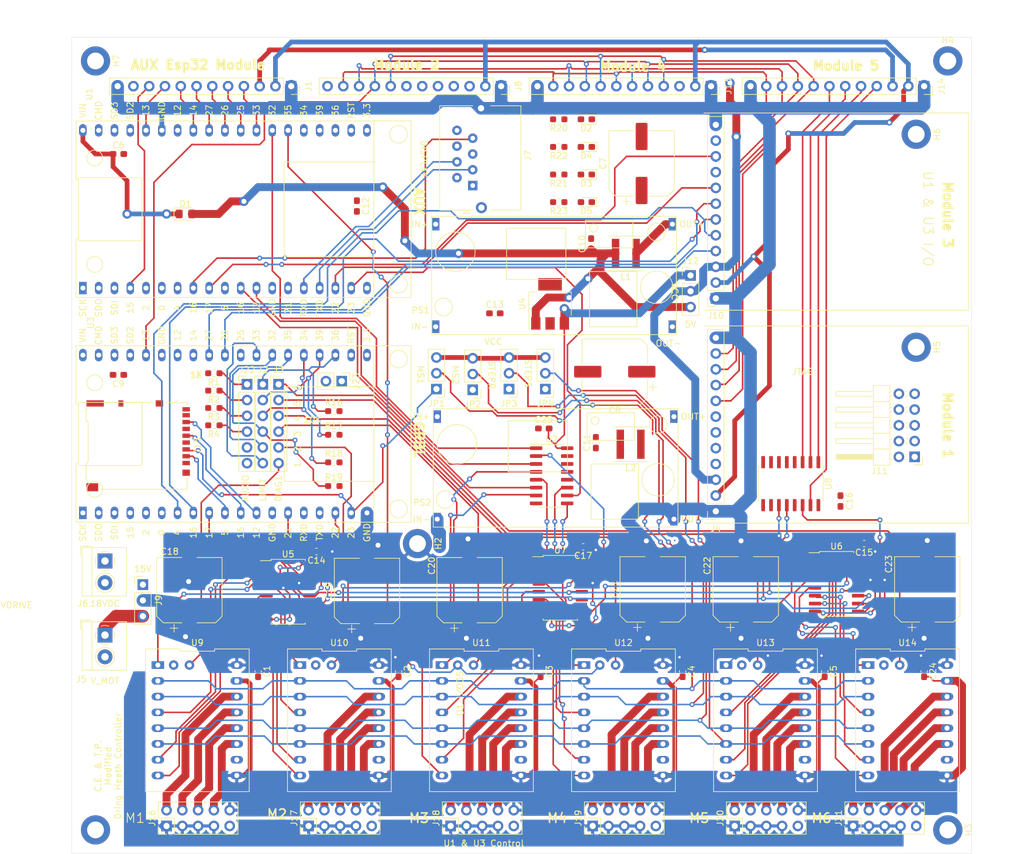
<source format=kicad_pcb>
(kicad_pcb (version 20171130) (host pcbnew "(5.1.8)-1")
  (layers (0 F.Cu signal) (1 In1.Cu power) (2 In2.Cu signal) (31 B.Cu signal) (34 B.Paste user) (35 F.Paste user) (36 B.SilkS user) (37 F.SilkS user) (38 B.Mask user) (39 F.Mask user) (44 Edge.Cuts user))
  (net 0 "")
  (net 1 Vin)
  (net 2 EN)
  (net 3 +5V)
  (net 4 +15V)
  (net 5 +3V3)
  (net 6 VCC)
  (net 7 "Net-(D2-Pad2)")
  (net 8 "Net-(D3-Pad2)")
  (net 9 "Net-(D4-Pad2)")
  (net 10 "Net-(D5-Pad2)")
  (net 11 "Net-(J1-Pad11)")
  (net 12 "Net-(J1-Pad10)")
  (net 13 "Net-(J1-Pad9)")
  (net 14 "Net-(J1-Pad8)")
  (net 15 Vdrive)
  (net 16 X_Limit)
  (net 17 Y_Limit)
  (net 18 Z_Limit)
  (net 19 A_Limit)
  (net 20 B_Limit)
  (net 21 C_Limit)
  (net 22 C_Diag1)
  (net 23 B_Diag1)
  (net 24 A_Diag1)
  (net 25 Z_Diag1)
  (net 26 Y_Diag1)
  (net 27 X_Diag1)
  (net 28 GPIO14)
  (net 29 GPIO13)
  (net 30 GPIO15)
  (net 31 GPIO12)
  (net 32 "Net-(J5-Pad1)")
  (net 33 "Net-(J6-Pad1)")
  (net 34 "Net-(J7-Pad7)")
  (net 35 "Net-(J7-Pad4)")
  (net 36 "Net-(J7-Pad3)")
  (net 37 GPIO25)
  (net 38 GPIO2)
  (net 39 GPIO26)
  (net 40 GPIO04)
  (net 41 GPIO16)
  (net 42 GPIO27)
  (net 43 TCHIO22)
  (net 44 TCHIO21)
  (net 45 TCHIO17)
  (net 46 TorchTrigger)
  (net 47 "Net-(J11-Pad7)")
  (net 48 I2SO_24)
  (net 49 I2SO_26)
  (net 50 I2SO_25)
  (net 51 I2SO_27)
  (net 52 "Net-(J15-Pad8)")
  (net 53 "Net-(J15-Pad1)")
  (net 54 CS_SD)
  (net 55 MOSI)
  (net 56 SCK)
  (net 57 MISO)
  (net 58 "Net-(J16-Pad8)")
  (net 59 "Net-(J16-Pad6)")
  (net 60 "Net-(J16-Pad4)")
  (net 61 "Net-(J16-Pad2)")
  (net 62 "Net-(J17-Pad8)")
  (net 63 "Net-(J17-Pad6)")
  (net 64 "Net-(J17-Pad4)")
  (net 65 "Net-(J17-Pad2)")
  (net 66 "Net-(J18-Pad2)")
  (net 67 "Net-(J18-Pad4)")
  (net 68 "Net-(J18-Pad6)")
  (net 69 "Net-(J18-Pad8)")
  (net 70 "Net-(J19-Pad2)")
  (net 71 "Net-(J19-Pad4)")
  (net 72 "Net-(J19-Pad6)")
  (net 73 "Net-(J19-Pad8)")
  (net 74 "Net-(J20-Pad8)")
  (net 75 "Net-(J20-Pad6)")
  (net 76 "Net-(J20-Pad4)")
  (net 77 "Net-(J20-Pad2)")
  (net 78 "Net-(J21-Pad2)")
  (net 79 "Net-(J21-Pad4)")
  (net 80 "Net-(J21-Pad6)")
  (net 81 "Net-(J21-Pad8)")
  (net 82 MS1)
  (net 83 MS2)
  (net 84 Step_R)
  (net 85 Step_S)
  (net 86 "Net-(L1-Pad1)")
  (net 87 "Net-(L2-Pad1)")
  (net 88 "Net-(U1-Pad1)")
  (net 89 "Net-(U1-Pad37)")
  (net 90 "Net-(U1-Pad2)")
  (net 91 "Net-(U1-Pad36)")
  (net 92 "Net-(U1-Pad3)")
  (net 93 "Net-(U1-Pad35)")
  (net 94 "Net-(U1-Pad5)")
  (net 95 "Net-(U1-Pad6)")
  (net 96 "Net-(U1-Pad7)")
  (net 97 "Net-(U1-Pad10)")
  (net 98 "Net-(U1-Pad11)")
  (net 99 "Net-(U1-Pad12)")
  (net 100 TCHIO35)
  (net 101 "Net-(U1-Pad24)")
  (net 102 "Net-(U1-Pad23)")
  (net 103 "Net-(U1-Pad22)")
  (net 104 "Net-(U1-Pad18)")
  (net 105 "Net-(U1-Pad20)")
  (net 106 GrbZEn)
  (net 107 Z_Enable)
  (net 108 GrbZDir)
  (net 109 Z_Dir)
  (net 110 Z_Steo)
  (net 111 GrbZStep)
  (net 112 "Net-(U2-Pad12)")
  (net 113 "Net-(U2-Pad13)")
  (net 114 "Net-(U2-Pad14)")
  (net 115 "Net-(U3-Pad20)")
  (net 116 I2S_BCK)
  (net 117 "Net-(U3-Pad16)")
  (net 118 "Net-(U3-Pad15)")
  (net 119 I2S_DATA)
  (net 120 I2S_WS)
  (net 121 "Net-(U3-Pad6)")
  (net 122 "Net-(U3-Pad35)")
  (net 123 "Net-(U3-Pad3)")
  (net 124 "Net-(U3-Pad36)")
  (net 125 "Net-(U3-Pad2)")
  (net 126 "Net-(U3-Pad37)")
  (net 127 "Net-(U3-Pad1)")
  (net 128 X_Enable)
  (net 129 "Net-(U5-Pad9)")
  (net 130 Y_CS)
  (net 131 Y_Step)
  (net 132 Y_Dir)
  (net 133 Y_Enable)
  (net 134 X_CS)
  (net 135 X_Step)
  (net 136 X_Dir)
  (net 137 B_Enable)
  (net 138 "Net-(U6-Pad14)")
  (net 139 "Net-(U6-Pad9)")
  (net 140 C_CS)
  (net 141 C_Step)
  (net 142 C_Dir)
  (net 143 C_Enable)
  (net 144 B_CS)
  (net 145 B_Step)
  (net 146 B_Dir)
  (net 147 Z_CS)
  (net 148 A_Enable)
  (net 149 A_Dir)
  (net 150 A_Step)
  (net 151 A_CS)
  (net 152 "Net-(U8-Pad4)")
  (net 153 "Net-(U8-Pad5)")
  (net 154 "Net-(U8-Pad6)")
  (net 155 "Net-(U8-Pad7)")
  (net 156 "Net-(U8-Pad9)")
  (net 157 "Net-(U9-Pad18)")
  (net 158 "Net-(U10-Pad18)")
  (net 159 "Net-(U13-Pad18)")
  (net 160 "Net-(U14-Pad18)")
  (net 161 GND)
  (net 162 IO27)
  (net 163 IO26)
  (net 164 IO25)
  (net 165 IO33)
  (net 166 "Net-(J22-Pad5)")
  (net 167 "Net-(J22-Pad6)")
  (net 168 "Net-(J23-Pad1)")
  (net 169 "Net-(J22-Pad1)")
  (net 170 "Net-(J22-Pad2)")
  (net 171 "Net-(J22-Pad3)")
  (net 172 "Net-(J22-Pad4)")
  (module Modules:ClearpathDriver (layer F.Cu) (at 104.013 135.382 180)
    (fp_text reference U10 (at 0 12.49 180) (layer F.SilkS))
    (fp_text value Y)
    (pad 17 thru_hole circle (at 1.27 8.89 180) (size 1.524 1.524) (drill 0.762) (layers *.Cu *.Mask) (net 26 Y_Diag1))
    (pad 18 thru_hole circle (at 3.81 8.89 180) (size 1.524 1.524) (drill 0.762) (layers *.Cu *.Mask) (net 158 "Net-(U10-Pad18)"))
    (pad 8 thru_hole oval (at 6.35 -8.89 270) (size 1.2 2) (drill 0.8) (layers *.Cu *.Mask) (net 132 Y_Dir))
    (pad 9 thru_hole oval (at -6.35 -8.89 270) (size 1.2 2) (drill 0.8) (layers *.Cu *.Mask) (net 161 GND))
    (pad 7 thru_hole oval (at 6.35 -6.35 270) (size 1.2 2) (drill 0.8) (layers *.Cu *.Mask) (net 131 Y_Step))
    (pad 10 thru_hole oval (at -6.35 -6.35 270) (size 1.2 2) (drill 0.8) (layers *.Cu *.Mask) (net 6 VCC))
    (pad 6 thru_hole oval (at 6.35 -3.81 270) (size 1.2 2) (drill 0.8) (layers *.Cu *.Mask) (net 85 Step_S))
    (pad 11 thru_hole oval (at -6.35 -3.81 270) (size 1.2 2) (drill 0.8) (layers *.Cu *.Mask) (net 62 "Net-(J17-Pad8)"))
    (pad 5 thru_hole oval (at 6.35 -1.27 270) (size 1.2 2) (drill 0.8) (layers *.Cu *.Mask) (net 84 Step_R))
    (pad 12 thru_hole oval (at -6.35 -1.27 270) (size 1.2 2) (drill 0.8) (layers *.Cu *.Mask) (net 63 "Net-(J17-Pad6)"))
    (pad 4 thru_hole oval (at 6.35 1.27 270) (size 1.2 2) (drill 0.8) (layers *.Cu *.Mask) (net 130 Y_CS))
    (pad 13 thru_hole oval (at -6.35 1.27 270) (size 1.2 2) (drill 0.8) (layers *.Cu *.Mask) (net 64 "Net-(J17-Pad4)"))
    (pad 3 thru_hole oval (at 6.35 3.81 270) (size 1.2 2) (drill 0.8) (layers *.Cu *.Mask) (net 83 MS2))
    (pad 14 thru_hole oval (at -6.35 3.81 270) (size 1.2 2) (drill 0.8) (layers *.Cu *.Mask) (net 65 "Net-(J17-Pad2)"))
    (pad 2 thru_hole oval (at 6.35 6.35 270) (size 1.2 2) (drill 0.8) (layers *.Cu *.Mask) (net 82 MS1))
    (pad 15 thru_hole oval (at -6.35 6.35 270) (size 1.2 2) (drill 0.8) (layers *.Cu *.Mask) (net 161 GND))
    (pad 1 thru_hole rect (at 6.35 8.89 270) (size 1.2 2) (drill 0.8) (layers *.Cu *.Mask) (net 133 Y_Enable))
    (pad 16 thru_hole oval (at -6.35 8.89 270) (size 1.2 2) (drill 0.8) (layers *.Cu *.Mask) (net 15 Vdrive))
  )
  (module Modules:ClearpathDriver (layer F.Cu) (at 126.873 135.382 180)
    (fp_text reference U11 (at 0 12.49 180) (layer F.SilkS))
    (fp_text value z)
    (pad 17 thru_hole circle (at 1.27 8.89 180) (size 1.524 1.524) (drill 0.762) (layers *.Cu *.Mask) (net 25 Z_Diag1))
    (pad 18 thru_hole circle (at 3.81 8.89 180) (size 1.524 1.524) (drill 0.762) (layers *.Cu *.Mask) (net 100 TCHIO35))
    (pad 8 thru_hole oval (at 6.35 -8.89 270) (size 1.2 2) (drill 0.8) (layers *.Cu *.Mask) (net 109 Z_Dir))
    (pad 9 thru_hole oval (at -6.35 -8.89 270) (size 1.2 2) (drill 0.8) (layers *.Cu *.Mask) (net 161 GND))
    (pad 7 thru_hole oval (at 6.35 -6.35 270) (size 1.2 2) (drill 0.8) (layers *.Cu *.Mask) (net 110 Z_Steo))
    (pad 10 thru_hole oval (at -6.35 -6.35 270) (size 1.2 2) (drill 0.8) (layers *.Cu *.Mask) (net 6 VCC))
    (pad 6 thru_hole oval (at 6.35 -3.81 270) (size 1.2 2) (drill 0.8) (layers *.Cu *.Mask) (net 85 Step_S))
    (pad 11 thru_hole oval (at -6.35 -3.81 270) (size 1.2 2) (drill 0.8) (layers *.Cu *.Mask) (net 69 "Net-(J18-Pad8)"))
    (pad 5 thru_hole oval (at 6.35 -1.27 270) (size 1.2 2) (drill 0.8) (layers *.Cu *.Mask) (net 84 Step_R))
    (pad 12 thru_hole oval (at -6.35 -1.27 270) (size 1.2 2) (drill 0.8) (layers *.Cu *.Mask) (net 68 "Net-(J18-Pad6)"))
    (pad 4 thru_hole oval (at 6.35 1.27 270) (size 1.2 2) (drill 0.8) (layers *.Cu *.Mask) (net 147 Z_CS))
    (pad 13 thru_hole oval (at -6.35 1.27 270) (size 1.2 2) (drill 0.8) (layers *.Cu *.Mask) (net 67 "Net-(J18-Pad4)"))
    (pad 3 thru_hole oval (at 6.35 3.81 270) (size 1.2 2) (drill 0.8) (layers *.Cu *.Mask) (net 83 MS2))
    (pad 14 thru_hole oval (at -6.35 3.81 270) (size 1.2 2) (drill 0.8) (layers *.Cu *.Mask) (net 66 "Net-(J18-Pad2)"))
    (pad 2 thru_hole oval (at 6.35 6.35 270) (size 1.2 2) (drill 0.8) (layers *.Cu *.Mask) (net 82 MS1))
    (pad 15 thru_hole oval (at -6.35 6.35 270) (size 1.2 2) (drill 0.8) (layers *.Cu *.Mask) (net 161 GND))
    (pad 1 thru_hole rect (at 6.35 8.89 270) (size 1.2 2) (drill 0.8) (layers *.Cu *.Mask) (net 107 Z_Enable))
    (pad 16 thru_hole oval (at -6.35 8.89 270) (size 1.2 2) (drill 0.8) (layers *.Cu *.Mask) (net 15 Vdrive))
  )
  (module Modules:ClearpathDriver (layer F.Cu) (at 172.593 135.382 180)
    (fp_text reference U13 (at 0 12.49 180) (layer F.SilkS))
    (fp_text value B)
    (pad 17 thru_hole circle (at 1.27 8.89 180) (size 1.524 1.524) (drill 0.762) (layers *.Cu *.Mask) (net 23 B_Diag1))
    (pad 18 thru_hole circle (at 3.81 8.89 180) (size 1.524 1.524) (drill 0.762) (layers *.Cu *.Mask) (net 159 "Net-(U13-Pad18)"))
    (pad 8 thru_hole oval (at 6.35 -8.89 270) (size 1.2 2) (drill 0.8) (layers *.Cu *.Mask) (net 146 B_Dir))
    (pad 9 thru_hole oval (at -6.35 -8.89 270) (size 1.2 2) (drill 0.8) (layers *.Cu *.Mask) (net 161 GND))
    (pad 7 thru_hole oval (at 6.35 -6.35 270) (size 1.2 2) (drill 0.8) (layers *.Cu *.Mask) (net 145 B_Step))
    (pad 10 thru_hole oval (at -6.35 -6.35 270) (size 1.2 2) (drill 0.8) (layers *.Cu *.Mask) (net 6 VCC))
    (pad 6 thru_hole oval (at 6.35 -3.81 270) (size 1.2 2) (drill 0.8) (layers *.Cu *.Mask) (net 85 Step_S))
    (pad 11 thru_hole oval (at -6.35 -3.81 270) (size 1.2 2) (drill 0.8) (layers *.Cu *.Mask) (net 74 "Net-(J20-Pad8)"))
    (pad 5 thru_hole oval (at 6.35 -1.27 270) (size 1.2 2) (drill 0.8) (layers *.Cu *.Mask) (net 84 Step_R))
    (pad 12 thru_hole oval (at -6.35 -1.27 270) (size 1.2 2) (drill 0.8) (layers *.Cu *.Mask) (net 75 "Net-(J20-Pad6)"))
    (pad 4 thru_hole oval (at 6.35 1.27 270) (size 1.2 2) (drill 0.8) (layers *.Cu *.Mask) (net 144 B_CS))
    (pad 13 thru_hole oval (at -6.35 1.27 270) (size 1.2 2) (drill 0.8) (layers *.Cu *.Mask) (net 76 "Net-(J20-Pad4)"))
    (pad 3 thru_hole oval (at 6.35 3.81 270) (size 1.2 2) (drill 0.8) (layers *.Cu *.Mask) (net 83 MS2))
    (pad 14 thru_hole oval (at -6.35 3.81 270) (size 1.2 2) (drill 0.8) (layers *.Cu *.Mask) (net 77 "Net-(J20-Pad2)"))
    (pad 2 thru_hole oval (at 6.35 6.35 270) (size 1.2 2) (drill 0.8) (layers *.Cu *.Mask) (net 82 MS1))
    (pad 15 thru_hole oval (at -6.35 6.35 270) (size 1.2 2) (drill 0.8) (layers *.Cu *.Mask) (net 161 GND))
    (pad 1 thru_hole rect (at 6.35 8.89 270) (size 1.2 2) (drill 0.8) (layers *.Cu *.Mask) (net 137 B_Enable))
    (pad 16 thru_hole oval (at -6.35 8.89 270) (size 1.2 2) (drill 0.8) (layers *.Cu *.Mask) (net 15 Vdrive))
  )
  (module Modules:ClearpathDriver (layer F.Cu) (at 195.453 135.382 180)
    (fp_text reference U14 (at 0 12.49) (layer F.SilkS))
    (fp_text value C)
    (pad 17 thru_hole circle (at 1.27 8.89 180) (size 1.524 1.524) (drill 0.762) (layers *.Cu *.Mask) (net 22 C_Diag1))
    (pad 18 thru_hole circle (at 3.81 8.89 180) (size 1.524 1.524) (drill 0.762) (layers *.Cu *.Mask) (net 160 "Net-(U14-Pad18)"))
    (pad 8 thru_hole oval (at 6.35 -8.89 270) (size 1.2 2) (drill 0.8) (layers *.Cu *.Mask) (net 142 C_Dir))
    (pad 9 thru_hole oval (at -6.35 -8.89 270) (size 1.2 2) (drill 0.8) (layers *.Cu *.Mask) (net 161 GND))
    (pad 7 thru_hole oval (at 6.35 -6.35 270) (size 1.2 2) (drill 0.8) (layers *.Cu *.Mask) (net 141 C_Step))
    (pad 10 thru_hole oval (at -6.35 -6.35 270) (size 1.2 2) (drill 0.8) (layers *.Cu *.Mask) (net 6 VCC))
    (pad 6 thru_hole oval (at 6.35 -3.81 270) (size 1.2 2) (drill 0.8) (layers *.Cu *.Mask) (net 85 Step_S))
    (pad 11 thru_hole oval (at -6.35 -3.81 270) (size 1.2 2) (drill 0.8) (layers *.Cu *.Mask) (net 81 "Net-(J21-Pad8)"))
    (pad 5 thru_hole oval (at 6.35 -1.27 270) (size 1.2 2) (drill 0.8) (layers *.Cu *.Mask) (net 84 Step_R))
    (pad 12 thru_hole oval (at -6.35 -1.27 270) (size 1.2 2) (drill 0.8) (layers *.Cu *.Mask) (net 80 "Net-(J21-Pad6)"))
    (pad 4 thru_hole oval (at 6.35 1.27 270) (size 1.2 2) (drill 0.8) (layers *.Cu *.Mask) (net 140 C_CS))
    (pad 13 thru_hole oval (at -6.35 1.27 270) (size 1.2 2) (drill 0.8) (layers *.Cu *.Mask) (net 79 "Net-(J21-Pad4)"))
    (pad 3 thru_hole oval (at 6.35 3.81 270) (size 1.2 2) (drill 0.8) (layers *.Cu *.Mask) (net 83 MS2))
    (pad 14 thru_hole oval (at -6.35 3.81 270) (size 1.2 2) (drill 0.8) (layers *.Cu *.Mask) (net 78 "Net-(J21-Pad2)"))
    (pad 2 thru_hole oval (at 6.35 6.35 270) (size 1.2 2) (drill 0.8) (layers *.Cu *.Mask) (net 82 MS1))
    (pad 15 thru_hole oval (at -6.35 6.35 270) (size 1.2 2) (drill 0.8) (layers *.Cu *.Mask) (net 161 GND))
    (pad 1 thru_hole rect (at 6.35 8.89 270) (size 1.2 2) (drill 0.8) (layers *.Cu *.Mask) (net 143 C_Enable))
    (pad 16 thru_hole oval (at -6.35 8.89 270) (size 1.2 2) (drill 0.8) (layers *.Cu *.Mask) (net 15 Vdrive))
  )
  (module Modules:ClearpathDriver (layer F.Cu) (at 149.733 135.382 180)
    (fp_text reference U12 (at 0 12.49 180) (layer F.SilkS))
    (fp_text value A)
    (pad 17 thru_hole circle (at 1.27 8.89 180) (size 1.524 1.524) (drill 0.762) (layers *.Cu *.Mask) (net 24 A_Diag1))
    (pad 18 thru_hole circle (at 3.81 8.89 180) (size 1.524 1.524) (drill 0.762) (layers *.Cu *.Mask) (net 100 TCHIO35))
    (pad 8 thru_hole oval (at 6.35 -8.89 270) (size 1.2 2) (drill 0.8) (layers *.Cu *.Mask) (net 149 A_Dir))
    (pad 9 thru_hole oval (at -6.35 -8.89 270) (size 1.2 2) (drill 0.8) (layers *.Cu *.Mask) (net 161 GND))
    (pad 7 thru_hole oval (at 6.35 -6.35 270) (size 1.2 2) (drill 0.8) (layers *.Cu *.Mask) (net 150 A_Step))
    (pad 10 thru_hole oval (at -6.35 -6.35 270) (size 1.2 2) (drill 0.8) (layers *.Cu *.Mask) (net 6 VCC))
    (pad 6 thru_hole oval (at 6.35 -3.81 270) (size 1.2 2) (drill 0.8) (layers *.Cu *.Mask) (net 85 Step_S))
    (pad 11 thru_hole oval (at -6.35 -3.81 270) (size 1.2 2) (drill 0.8) (layers *.Cu *.Mask) (net 73 "Net-(J19-Pad8)"))
    (pad 5 thru_hole oval (at 6.35 -1.27 270) (size 1.2 2) (drill 0.8) (layers *.Cu *.Mask) (net 84 Step_R))
    (pad 12 thru_hole oval (at -6.35 -1.27 270) (size 1.2 2) (drill 0.8) (layers *.Cu *.Mask) (net 72 "Net-(J19-Pad6)"))
    (pad 4 thru_hole oval (at 6.35 1.27 270) (size 1.2 2) (drill 0.8) (layers *.Cu *.Mask) (net 151 A_CS))
    (pad 13 thru_hole oval (at -6.35 1.27 270) (size 1.2 2) (drill 0.8) (layers *.Cu *.Mask) (net 71 "Net-(J19-Pad4)"))
    (pad 3 thru_hole oval (at 6.35 3.81 270) (size 1.2 2) (drill 0.8) (layers *.Cu *.Mask) (net 83 MS2))
    (pad 14 thru_hole oval (at -6.35 3.81 270) (size 1.2 2) (drill 0.8) (layers *.Cu *.Mask) (net 70 "Net-(J19-Pad2)"))
    (pad 2 thru_hole oval (at 6.35 6.35 270) (size 1.2 2) (drill 0.8) (layers *.Cu *.Mask) (net 82 MS1))
    (pad 15 thru_hole oval (at -6.35 6.35 270) (size 1.2 2) (drill 0.8) (layers *.Cu *.Mask) (net 161 GND))
    (pad 1 thru_hole rect (at 6.35 8.89 270) (size 1.2 2) (drill 0.8) (layers *.Cu *.Mask) (net 148 A_Enable))
    (pad 16 thru_hole oval (at -6.35 8.89 270) (size 1.2 2) (drill 0.8) (layers *.Cu *.Mask) (net 15 Vdrive))
  )
  (module Modules:ClearpathDriver (layer F.Cu) (at 81.153 135.382 180)
    (fp_text reference U9 (at 0 12.49 180) (layer F.SilkS))
    (fp_text value X)
    (pad 17 thru_hole circle (at 1.27 8.89 180) (size 1.524 1.524) (drill 0.762) (layers *.Cu *.Mask) (net 27 X_Diag1))
    (pad 18 thru_hole circle (at 3.81 8.89 180) (size 1.524 1.524) (drill 0.762) (layers *.Cu *.Mask) (net 157 "Net-(U9-Pad18)"))
    (pad 8 thru_hole oval (at 6.35 -8.89 270) (size 1.2 2) (drill 0.8) (layers *.Cu *.Mask) (net 136 X_Dir))
    (pad 9 thru_hole oval (at -6.35 -8.89 270) (size 1.2 2) (drill 0.8) (layers *.Cu *.Mask) (net 161 GND))
    (pad 7 thru_hole oval (at 6.35 -6.35 270) (size 1.2 2) (drill 0.8) (layers *.Cu *.Mask) (net 135 X_Step))
    (pad 10 thru_hole oval (at -6.35 -6.35 270) (size 1.2 2) (drill 0.8) (layers *.Cu *.Mask) (net 6 VCC))
    (pad 6 thru_hole oval (at 6.35 -3.81 270) (size 1.2 2) (drill 0.8) (layers *.Cu *.Mask) (net 85 Step_S))
    (pad 11 thru_hole oval (at -6.35 -3.81 270) (size 1.2 2) (drill 0.8) (layers *.Cu *.Mask) (net 58 "Net-(J16-Pad8)"))
    (pad 5 thru_hole oval (at 6.35 -1.27 270) (size 1.2 2) (drill 0.8) (layers *.Cu *.Mask) (net 84 Step_R))
    (pad 12 thru_hole oval (at -6.35 -1.27 270) (size 1.2 2) (drill 0.8) (layers *.Cu *.Mask) (net 59 "Net-(J16-Pad6)"))
    (pad 4 thru_hole oval (at 6.35 1.27 270) (size 1.2 2) (drill 0.8) (layers *.Cu *.Mask) (net 134 X_CS))
    (pad 13 thru_hole oval (at -6.35 1.27 270) (size 1.2 2) (drill 0.8) (layers *.Cu *.Mask) (net 60 "Net-(J16-Pad4)"))
    (pad 3 thru_hole oval (at 6.35 3.81 270) (size 1.2 2) (drill 0.8) (layers *.Cu *.Mask) (net 83 MS2))
    (pad 14 thru_hole oval (at -6.35 3.81 270) (size 1.2 2) (drill 0.8) (layers *.Cu *.Mask) (net 61 "Net-(J16-Pad2)"))
    (pad 2 thru_hole oval (at 6.35 6.35 270) (size 1.2 2) (drill 0.8) (layers *.Cu *.Mask) (net 82 MS1))
    (pad 15 thru_hole oval (at -6.35 6.35 270) (size 1.2 2) (drill 0.8) (layers *.Cu *.Mask) (net 161 GND))
    (pad 1 thru_hole rect (at 6.35 8.89 270) (size 1.2 2) (drill 0.8) (layers *.Cu *.Mask) (net 128 X_Enable))
    (pad 16 thru_hole oval (at -6.35 8.89 270) (size 1.2 2) (drill 0.8) (layers *.Cu *.Mask) (net 15 Vdrive))
  )
  (module Resistor_SMD:R_0603_1608Metric_Pad0.98x0.95mm_HandSolder (layer F.Cu) (at 83.82 79.502 180)
    (fp_text reference R1 (at 0 -1.43) (layer F.SilkS))
    (fp_text value 1k)
    (pad 2 smd roundrect (at 0.9125 0 180) (size 0.975 0.95) (layers F.Cu F.Paste F.Mask) (net 165 IO33))
    (pad 1 smd roundrect (at -0.9125 0 180) (size 0.975 0.95) (layers F.Cu F.Paste F.Mask) (net 169 "Net-(J22-Pad1)"))
  )
  (module Capacitor_SMD:C_0603_1608Metric_Pad1.08x0.95mm_HandSolder (layer F.Cu) (at 198.12 127.508 270)
    (fp_text reference C24 (at 0 -1.43 90) (layer F.SilkS))
    (fp_text value 100nf)
    (pad 2 smd roundrect (at 0.8625 0 270) (size 1.075 0.95) (layers F.Cu F.Paste F.Mask) (net 161 GND))
    (pad 1 smd roundrect (at -0.8625 0 270) (size 1.075 0.95) (layers F.Cu F.Paste F.Mask) (net 15 Vdrive))
  )
  (module Capacitor_SMD:C_0603_1608Metric_Pad1.08x0.95mm_HandSolder (layer F.Cu) (at 182.118 127.508 270)
    (fp_text reference C5 (at 0 -1.43 90) (layer F.SilkS))
    (fp_text value 100nf)
    (pad 2 smd roundrect (at 0.8625 0 270) (size 1.075 0.95) (layers F.Cu F.Paste F.Mask) (net 161 GND))
    (pad 1 smd roundrect (at -0.8625 0 270) (size 1.075 0.95) (layers F.Cu F.Paste F.Mask) (net 15 Vdrive))
  )
  (module Capacitor_SMD:C_0603_1608Metric_Pad1.08x0.95mm_HandSolder (layer F.Cu) (at 159.258 127.508 270)
    (fp_text reference C4 (at 0 -1.43 90) (layer F.SilkS))
    (fp_text value 100nf)
    (pad 2 smd roundrect (at 0.8625 0 270) (size 1.075 0.95) (layers F.Cu F.Paste F.Mask) (net 161 GND))
    (pad 1 smd roundrect (at -0.8625 0 270) (size 1.075 0.95) (layers F.Cu F.Paste F.Mask) (net 15 Vdrive))
  )
  (module Capacitor_SMD:C_0603_1608Metric_Pad1.08x0.95mm_HandSolder (layer F.Cu) (at 136.398 127.508 270)
    (fp_text reference C3 (at 0 -1.43 90) (layer F.SilkS))
    (fp_text value 100nf)
    (pad 2 smd roundrect (at 0.8625 0 270) (size 1.075 0.95) (layers F.Cu F.Paste F.Mask) (net 161 GND))
    (pad 1 smd roundrect (at -0.8625 0 270) (size 1.075 0.95) (layers F.Cu F.Paste F.Mask) (net 15 Vdrive))
  )
  (module Capacitor_SMD:C_0603_1608Metric_Pad1.08x0.95mm_HandSolder (layer F.Cu) (at 113.538 127.508 270)
    (fp_text reference C2 (at 0 -1.43 90) (layer F.SilkS))
    (fp_text value 100nf)
    (pad 2 smd roundrect (at 0.8625 0 270) (size 1.075 0.95) (layers F.Cu F.Paste F.Mask) (net 161 GND))
    (pad 1 smd roundrect (at -0.8625 0 270) (size 1.075 0.95) (layers F.Cu F.Paste F.Mask) (net 15 Vdrive))
  )
  (module Capacitor_SMD:C_0603_1608Metric_Pad1.08x0.95mm_HandSolder (layer F.Cu) (at 90.932 127.508 270)
    (fp_text reference C1 (at 0 -1.43 90) (layer F.SilkS))
    (fp_text value 100nf)
    (pad 2 smd roundrect (at 0.8625 0 270) (size 1.075 0.95) (layers F.Cu F.Paste F.Mask) (net 161 GND))
    (pad 1 smd roundrect (at -0.8625 0 270) (size 1.075 0.95) (layers F.Cu F.Paste F.Mask) (net 15 Vdrive))
  )
  (module MountingHole:MountingHole_2.7mm_M2.5_DIN965_Pad_TopBottom (layer F.Cu) (at 64.77 29.21 270)
    (fp_text reference H7 (at 0 -3.35 90) (layer F.SilkS))
    (fp_text value ~)
    (pad 1 connect circle (at 0 0 270) (size 4.7 4.7) (layers B.Cu B.Mask) (net 161 GND))
    (pad 1 connect circle (at 0 0 270) (size 4.7 4.7) (layers F.Cu F.Mask) (net 161 GND))
    (pad 1 thru_hole circle (at 0 0 270) (size 3.1 3.1) (drill 2.7) (layers *.Cu *.Mask) (net 161 GND))
  )
  (module MountingHole:MountingHole_2.7mm_M2.5_DIN965_Pad_TopBottom (layer F.Cu) (at 196.85 41.021 270)
    (fp_text reference H6 (at 0 -3.35 90) (layer F.SilkS))
    (fp_text value ~)
    (pad 1 connect circle (at 0 0 270) (size 4.7 4.7) (layers B.Cu B.Mask) (net 161 GND))
    (pad 1 connect circle (at 0 0 270) (size 4.7 4.7) (layers F.Cu F.Mask) (net 161 GND))
    (pad 1 thru_hole circle (at 0 0 270) (size 3.1 3.1) (drill 2.7) (layers *.Cu *.Mask) (net 161 GND))
  )
  (module MountingHole:MountingHole_2.7mm_M2.5_DIN965_Pad_TopBottom (layer F.Cu) (at 196.85 75.311 270)
    (fp_text reference H5 (at 0 -3.35 90) (layer F.SilkS))
    (fp_text value ~)
    (pad 1 connect circle (at 0 0 270) (size 4.7 4.7) (layers B.Cu B.Mask) (net 161 GND))
    (pad 1 connect circle (at 0 0 270) (size 4.7 4.7) (layers F.Cu F.Mask) (net 161 GND))
    (pad 1 thru_hole circle (at 0 0 270) (size 3.1 3.1) (drill 2.7) (layers *.Cu *.Mask) (net 161 GND))
  )
  (module MountingHole:MountingHole_2.7mm_M2.5_DIN965_Pad_TopBottom (layer F.Cu) (at 201.93 153.035 270)
    (fp_text reference H3 (at 0 -3.35 90) (layer F.SilkS))
    (fp_text value ~)
    (pad 1 connect circle (at 0 0 270) (size 4.7 4.7) (layers B.Cu B.Mask) (net 161 GND))
    (pad 1 connect circle (at 0 0 270) (size 4.7 4.7) (layers F.Cu F.Mask) (net 161 GND))
    (pad 1 thru_hole circle (at 0 0 270) (size 3.1 3.1) (drill 2.7) (layers *.Cu *.Mask) (net 161 GND))
  )
  (module MountingHole:MountingHole_2.7mm_M2.5_DIN965_Pad_TopBottom (layer F.Cu) (at 116.586 106.934 270)
    (fp_text reference H2 (at 0 -3.35 90) (layer F.SilkS))
    (fp_text value ~)
    (pad 1 connect circle (at 0 0 270) (size 4.7 4.7) (layers B.Cu B.Mask) (net 161 GND))
    (pad 1 connect circle (at 0 0 270) (size 4.7 4.7) (layers F.Cu F.Mask) (net 161 GND))
    (pad 1 thru_hole circle (at 0 0 270) (size 3.1 3.1) (drill 2.7) (layers *.Cu *.Mask) (net 161 GND))
  )
  (module MountingHole:MountingHole_2.7mm_M2.5_DIN965_Pad_TopBottom (layer F.Cu) (at 64.77 153.035 270)
    (fp_text reference H1 hide)
    (fp_text value ~)
    (pad 1 connect circle (at 0 0 270) (size 4.7 4.7) (layers B.Cu B.Mask) (net 161 GND))
    (pad 1 connect circle (at 0 0 270) (size 4.7 4.7) (layers F.Cu F.Mask) (net 161 GND))
    (pad 1 thru_hole circle (at 0 0 270) (size 3.1 3.1) (drill 2.7) (layers *.Cu *.Mask) (net 161 GND))
  )
  (module Capacitor_SMD:C_0603_1608Metric_Pad1.08x0.95mm_HandSolder (layer F.Cu) (at 68.453 44.196)
    (fp_text reference C6 (at 0 -1.43) (layer F.SilkS))
    (fp_text value 100nf)
    (pad 1 smd roundrect (at -0.8625 0) (size 1.075 0.95) (layers F.Cu F.Paste F.Mask) (net 1 Vin))
    (pad 2 smd roundrect (at 0.8625 0) (size 1.075 0.95) (layers F.Cu F.Paste F.Mask) (net 161 GND))
  )
  (module Capacitor_SMD:C_0603_1608Metric_Pad1.08x0.95mm_HandSolder (layer F.Cu) (at 68.453 79.756 180)
    (fp_text reference C9 (at 0 -1.43) (layer F.SilkS))
    (fp_text value 100nf)
    (pad 2 smd roundrect (at 0.8625 0 180) (size 1.075 0.95) (layers F.Cu F.Paste F.Mask) (net 1 Vin))
    (pad 1 smd roundrect (at -0.8625 0 180) (size 1.075 0.95) (layers F.Cu F.Paste F.Mask) (net 161 GND))
  )
  (module Capacitor_SMD:C_0603_1608Metric_Pad1.08x0.95mm_HandSolder (layer F.Cu) (at 144.526 58.674 90)
    (fp_text reference C10 (at 0 -1.43 90) (layer F.SilkS))
    (fp_text value 100nf)
    (pad 1 smd roundrect (at -0.8625 0 90) (size 1.075 0.95) (layers F.Cu F.Paste F.Mask) (net 3 +5V))
    (pad 2 smd roundrect (at 0.8625 0 90) (size 1.075 0.95) (layers F.Cu F.Paste F.Mask) (net 161 GND))
  )
  (module Capacitor_SMD:C_0603_1608Metric_Pad1.08x0.95mm_HandSolder (layer F.Cu) (at 145.288 90.678 90)
    (fp_text reference C11 (at 0 -1.43 90) (layer F.SilkS))
    (fp_text value 100nf)
    (pad 2 smd roundrect (at 0.8625 0 90) (size 1.075 0.95) (layers F.Cu F.Paste F.Mask) (net 161 GND))
    (pad 1 smd roundrect (at -0.8625 0 90) (size 1.075 0.95) (layers F.Cu F.Paste F.Mask) (net 4 +15V))
  )
  (module Capacitor_SMD:C_0603_1608Metric_Pad1.08x0.95mm_HandSolder (layer F.Cu) (at 106.8335 52.578 270)
    (fp_text reference C12 (at 0 -1.43 90) (layer F.SilkS))
    (fp_text value 10uf)
    (pad 1 smd roundrect (at -0.8625 0 270) (size 1.075 0.95) (layers F.Cu F.Paste F.Mask) (net 2 EN))
    (pad 2 smd roundrect (at 0.8625 0 270) (size 1.075 0.95) (layers F.Cu F.Paste F.Mask) (net 161 GND))
  )
  (module Capacitor_SMD:C_0603_1608Metric_Pad1.08x0.95mm_HandSolder (layer F.Cu) (at 129.032 69.85)
    (fp_text reference C13 (at 0 -1.43) (layer F.SilkS))
    (fp_text value 10uf)
    (pad 2 smd roundrect (at 0.8625 0) (size 1.075 0.95) (layers F.Cu F.Paste F.Mask) (net 5 +3V3))
    (pad 1 smd roundrect (at -0.8625 0) (size 1.075 0.95) (layers F.Cu F.Paste F.Mask) (net 161 GND))
  )
  (module Capacitor_SMD:C_0603_1608Metric_Pad1.08x0.95mm_HandSolder (layer F.Cu) (at 100.33 108.204 180)
    (fp_text reference C14 (at 0 -1.43) (layer F.SilkS))
    (fp_text value 100nf)
    (pad 2 smd roundrect (at 0.8625 0 180) (size 1.075 0.95) (layers F.Cu F.Paste F.Mask) (net 6 VCC))
    (pad 1 smd roundrect (at -0.8625 0 180) (size 1.075 0.95) (layers F.Cu F.Paste F.Mask) (net 161 GND))
  )
  (module Capacitor_SMD:C_0603_1608Metric_Pad1.08x0.95mm_HandSolder (layer F.Cu) (at 188.468 106.934 180)
    (fp_text reference C15 (at 0 -1.43) (layer F.SilkS))
    (fp_text value 100nf)
    (pad 2 smd roundrect (at 0.8625 0 180) (size 1.075 0.95) (layers F.Cu F.Paste F.Mask) (net 6 VCC))
    (pad 1 smd roundrect (at -0.8625 0 180) (size 1.075 0.95) (layers F.Cu F.Paste F.Mask) (net 161 GND))
  )
  (module Capacitor_SMD:C_0603_1608Metric_Pad1.08x0.95mm_HandSolder (layer F.Cu) (at 184.658 100.076 270)
    (fp_text reference C16 (at 0 -1.43 90) (layer F.SilkS))
    (fp_text value 100nf)
    (pad 1 smd roundrect (at -0.8625 0 270) (size 1.075 0.95) (layers F.Cu F.Paste F.Mask) (net 161 GND))
    (pad 2 smd roundrect (at 0.8625 0 270) (size 1.075 0.95) (layers F.Cu F.Paste F.Mask) (net 6 VCC))
  )
  (module Capacitor_SMD:C_0603_1608Metric_Pad1.08x0.95mm_HandSolder (layer F.Cu) (at 143.256 107.442 180)
    (fp_text reference C17 (at 0 -1.43) (layer F.SilkS))
    (fp_text value 100nf)
    (pad 1 smd roundrect (at -0.8625 0 180) (size 1.075 0.95) (layers F.Cu F.Paste F.Mask) (net 161 GND))
    (pad 2 smd roundrect (at 0.8625 0 180) (size 1.075 0.95) (layers F.Cu F.Paste F.Mask) (net 6 VCC))
  )
  (module Diode_SMD:D_0805_2012Metric_Pad1.15x1.40mm_HandSolder (layer F.Cu) (at 79.248 53.848)
    (fp_text reference D1 (at 0 -1.65) (layer F.SilkS))
    (fp_text value B340A)
    (pad 1 smd roundrect (at -1.025 0) (size 1.15 1.4) (layers F.Cu F.Paste F.Mask) (roundrect_rratio 0.217391) (net 1 Vin))
    (pad 2 smd roundrect (at 1.025 0) (size 1.15 1.4) (layers F.Cu F.Paste F.Mask) (roundrect_rratio 0.217391) (net 3 +5V))
  )
  (module Diode_SMD:D_0603_1608Metric_Pad1.05x0.95mm_HandSolder (layer F.Cu) (at 143.764 38.608 180)
    (fp_text reference D2 (at 0 -1.43) (layer F.SilkS))
    (fp_text value Vdrive)
    (pad 1 smd roundrect (at -0.875 0 180) (size 1.05 0.95) (layers F.Cu F.Paste F.Mask) (net 161 GND))
    (pad 2 smd roundrect (at 0.875 0 180) (size 1.05 0.95) (layers F.Cu F.Paste F.Mask) (net 7 "Net-(D2-Pad2)"))
  )
  (module Diode_SMD:D_0603_1608Metric_Pad1.05x0.95mm_HandSolder (layer F.Cu) (at 143.764 47.498 180)
    (fp_text reference D3 (at 0 -1.43) (layer F.SilkS))
    (fp_text value 5v)
    (pad 2 smd roundrect (at 0.875 0 180) (size 1.05 0.95) (layers F.Cu F.Paste F.Mask) (net 8 "Net-(D3-Pad2)"))
    (pad 1 smd roundrect (at -0.875 0 180) (size 1.05 0.95) (layers F.Cu F.Paste F.Mask) (net 161 GND))
  )
  (module Diode_SMD:D_0603_1608Metric_Pad1.05x0.95mm_HandSolder (layer F.Cu) (at 143.764 43.053 180)
    (fp_text reference D4 (at 0 -1.43) (layer F.SilkS))
    (fp_text value 15v)
    (pad 1 smd roundrect (at -0.875 0 180) (size 1.05 0.95) (layers F.Cu F.Paste F.Mask) (net 161 GND))
    (pad 2 smd roundrect (at 0.875 0 180) (size 1.05 0.95) (layers F.Cu F.Paste F.Mask) (net 9 "Net-(D4-Pad2)"))
  )
  (module Diode_SMD:D_0603_1608Metric_Pad1.05x0.95mm_HandSolder (layer F.Cu) (at 143.764 51.943 180)
    (fp_text reference D5 (at 0 -1.43) (layer F.SilkS))
    (fp_text value 3.3v)
    (pad 2 smd roundrect (at 0.875 0 180) (size 1.05 0.95) (layers F.Cu F.Paste F.Mask) (net 10 "Net-(D5-Pad2)"))
    (pad 1 smd roundrect (at -0.875 0 180) (size 1.05 0.95) (layers F.Cu F.Paste F.Mask) (net 161 GND))
  )
  (module Connector_PinSocket_2.54mm:PinSocket_1x12_P2.54mm_Vertical (layer F.Cu) (at 96.266 33.274 270)
    (fp_text reference J1 (at 0 -2.77 90) (layer F.SilkS))
    (fp_text value "Module 1")
    (pad 12 thru_hole oval (at 0 27.94 270) (size 1.7 1.7) (drill 1) (layers *.Cu *.Mask) (net 161 GND))
    (pad 11 thru_hole oval (at 0 25.4 270) (size 1.7 1.7) (drill 1) (layers *.Cu *.Mask) (net 11 "Net-(J1-Pad11)"))
    (pad 10 thru_hole oval (at 0 22.86 270) (size 1.7 1.7) (drill 1) (layers *.Cu *.Mask) (net 12 "Net-(J1-Pad10)"))
    (pad 9 thru_hole oval (at 0 20.32 270) (size 1.7 1.7) (drill 1) (layers *.Cu *.Mask) (net 13 "Net-(J1-Pad9)"))
    (pad 8 thru_hole oval (at 0 17.78 270) (size 1.7 1.7) (drill 1) (layers *.Cu *.Mask) (net 14 "Net-(J1-Pad8)"))
    (pad 7 thru_hole oval (at 0 15.24 270) (size 1.7 1.7) (drill 1) (layers *.Cu *.Mask) (net 162 IO27))
    (pad 6 thru_hole oval (at 0 12.7 270) (size 1.7 1.7) (drill 1) (layers *.Cu *.Mask) (net 163 IO26))
    (pad 5 thru_hole oval (at 0 10.16 270) (size 1.7 1.7) (drill 1) (layers *.Cu *.Mask) (net 164 IO25))
    (pad 4 thru_hole oval (at 0 7.62 270) (size 1.7 1.7) (drill 1) (layers *.Cu *.Mask) (net 165 IO33))
    (pad 3 thru_hole oval (at 0 5.08 270) (size 1.7 1.7) (drill 1) (layers *.Cu *.Mask) (net 6 VCC))
    (pad 2 thru_hole oval (at 0 2.54 270) (size 1.7 1.7) (drill 1) (layers *.Cu *.Mask) (net 15 Vdrive))
    (pad 1 thru_hole rect (at 0 0 270) (size 1.7 1.7) (drill 1) (layers *.Cu *.Mask) (net 161 GND))
  )
  (module Connector_PinHeader_2.54mm:PinHeader_1x06_P2.54mm_Vertical (layer F.Cu) (at 91.694 81.28)
    (fp_text reference J2 (at 0 -2.33) (layer F.SilkS))
    (fp_text value Jumper)
    (pad 6 thru_hole oval (at 0 12.7) (size 1.7 1.7) (drill 1) (layers *.Cu *.Mask) (net 16 X_Limit))
    (pad 5 thru_hole oval (at 0 10.16) (size 1.7 1.7) (drill 1) (layers *.Cu *.Mask) (net 17 Y_Limit))
    (pad 4 thru_hole oval (at 0 7.62) (size 1.7 1.7) (drill 1) (layers *.Cu *.Mask) (net 18 Z_Limit))
    (pad 3 thru_hole oval (at 0 5.08) (size 1.7 1.7) (drill 1) (layers *.Cu *.Mask) (net 19 A_Limit))
    (pad 2 thru_hole oval (at 0 2.54) (size 1.7 1.7) (drill 1) (layers *.Cu *.Mask) (net 20 B_Limit))
    (pad 1 thru_hole rect (at 0 0) (size 1.7 1.7) (drill 1) (layers *.Cu *.Mask) (net 21 C_Limit))
  )
  (module Connector_PinHeader_2.54mm:PinHeader_1x06_P2.54mm_Vertical (layer F.Cu) (at 94.234 81.28)
    (fp_text reference J3 (at 0 -2.33) (layer F.SilkS))
    (fp_text value Motor)
    (pad 1 thru_hole rect (at 0 0) (size 1.7 1.7) (drill 1) (layers *.Cu *.Mask) (net 22 C_Diag1))
    (pad 2 thru_hole oval (at 0 2.54) (size 1.7 1.7) (drill 1) (layers *.Cu *.Mask) (net 23 B_Diag1))
    (pad 3 thru_hole oval (at 0 5.08) (size 1.7 1.7) (drill 1) (layers *.Cu *.Mask) (net 24 A_Diag1))
    (pad 4 thru_hole oval (at 0 7.62) (size 1.7 1.7) (drill 1) (layers *.Cu *.Mask) (net 25 Z_Diag1))
    (pad 5 thru_hole oval (at 0 10.16) (size 1.7 1.7) (drill 1) (layers *.Cu *.Mask) (net 26 Y_Diag1))
    (pad 6 thru_hole oval (at 0 12.7) (size 1.7 1.7) (drill 1) (layers *.Cu *.Mask) (net 27 X_Diag1))
  )
  (module Connector_PinSocket_2.54mm:PinSocket_1x12_P2.54mm_Vertical (layer F.Cu) (at 164.592 101.727 180)
    (fp_text reference J4 (at 0 -2.77) (layer F.SilkS))
    (fp_text value "Module 1")
    (pad 1 thru_hole rect (at 0 0 180) (size 1.7 1.7) (drill 1) (layers *.Cu *.Mask) (net 161 GND))
    (pad 2 thru_hole oval (at 0 2.54 180) (size 1.7 1.7) (drill 1) (layers *.Cu *.Mask) (net 15 Vdrive))
    (pad 3 thru_hole oval (at 0 5.08 180) (size 1.7 1.7) (drill 1) (layers *.Cu *.Mask) (net 6 VCC))
    (pad 4 thru_hole oval (at 0 7.62 180) (size 1.7 1.7) (drill 1) (layers *.Cu *.Mask) (net 16 X_Limit))
    (pad 5 thru_hole oval (at 0 10.16 180) (size 1.7 1.7) (drill 1) (layers *.Cu *.Mask) (net 17 Y_Limit))
    (pad 6 thru_hole oval (at 0 12.7 180) (size 1.7 1.7) (drill 1) (layers *.Cu *.Mask) (net 18 Z_Limit))
    (pad 7 thru_hole oval (at 0 15.24 180) (size 1.7 1.7) (drill 1) (layers *.Cu *.Mask) (net 19 A_Limit))
    (pad 8 thru_hole oval (at 0 17.78 180) (size 1.7 1.7) (drill 1) (layers *.Cu *.Mask) (net 28 GPIO14))
    (pad 9 thru_hole oval (at 0 20.32 180) (size 1.7 1.7) (drill 1) (layers *.Cu *.Mask) (net 29 GPIO13))
    (pad 10 thru_hole oval (at 0 22.86 180) (size 1.7 1.7) (drill 1) (layers *.Cu *.Mask) (net 30 GPIO15))
    (pad 11 thru_hole oval (at 0 25.4 180) (size 1.7 1.7) (drill 1) (layers *.Cu *.Mask) (net 31 GPIO12))
    (pad 12 thru_hole oval (at 0 27.94 180) (size 1.7 1.7) (drill 1) (layers *.Cu *.Mask) (net 161 GND))
  )
  (module TerminalBlock_4Ucon:TerminalBlock_4Ucon_1x02_P3.50mm_Horizontal (layer F.Cu) (at 66.294 121.666 270)
    (fp_text reference J5 (at 7.112 3.81 180) (layer F.SilkS))
    (fp_text value "Ext Mot Drv")
    (pad 1 thru_hole rect (at 0 0 270) (size 2.4 2.4) (drill 1.2) (layers *.Cu *.Mask) (net 32 "Net-(J5-Pad1)"))
    (pad 2 thru_hole circle (at 3.5 0 270) (size 2.4 2.4) (drill 1.2) (layers *.Cu *.Mask) (net 161 GND))
  )
  (module TerminalBlock_4Ucon:TerminalBlock_4Ucon_1x02_P3.50mm_Horizontal (layer F.Cu) (at 66.294 109.728 270)
    (fp_text reference J6 (at 6.858 3.556 180) (layer F.SilkS))
    (fp_text value 01x02)
    (pad 2 thru_hole circle (at 3.5 0 270) (size 2.4 2.4) (drill 1.2) (layers *.Cu *.Mask) (net 161 GND))
    (pad 1 thru_hole rect (at 0 0 270) (size 2.4 2.4) (drill 1.2) (layers *.Cu *.Mask) (net 33 "Net-(J6-Pad1)"))
  )
  (module Connector_PinSocket_2.54mm:PinSocket_1x12_P2.54mm_Vertical (layer F.Cu) (at 130.048 33.274 270)
    (fp_text reference J8 (at 0 -2.77 90) (layer F.SilkS))
    (fp_text value "Module 2")
    (pad 12 thru_hole oval (at 0 27.94 270) (size 1.7 1.7) (drill 1) (layers *.Cu *.Mask) (net 161 GND))
    (pad 11 thru_hole oval (at 0 25.4 270) (size 1.7 1.7) (drill 1) (layers *.Cu *.Mask) (net 31 GPIO12))
    (pad 10 thru_hole oval (at 0 22.86 270) (size 1.7 1.7) (drill 1) (layers *.Cu *.Mask) (net 30 GPIO15))
    (pad 9 thru_hole oval (at 0 20.32 270) (size 1.7 1.7) (drill 1) (layers *.Cu *.Mask) (net 29 GPIO13))
    (pad 8 thru_hole oval (at 0 17.78 270) (size 1.7 1.7) (drill 1) (layers *.Cu *.Mask) (net 28 GPIO14))
    (pad 7 thru_hole oval (at 0 15.24 270) (size 1.7 1.7) (drill 1) (layers *.Cu *.Mask) (net 21 C_Limit))
    (pad 6 thru_hole oval (at 0 12.7 270) (size 1.7 1.7) (drill 1) (layers *.Cu *.Mask) (net 20 B_Limit))
    (pad 5 thru_hole oval (at 0 10.16 270) (size 1.7 1.7) (drill 1) (layers *.Cu *.Mask) (net 37 GPIO25))
    (pad 4 thru_hole oval (at 0 7.62 270) (size 1.7 1.7) (drill 1) (layers *.Cu *.Mask) (net 38 GPIO2))
    (pad 3 thru_hole oval (at 0 5.08 270) (size 1.7 1.7) (drill 1) (layers *.Cu *.Mask) (net 6 VCC))
    (pad 2 thru_hole oval (at 0 2.54 270) (size 1.7 1.7) (drill 1) (layers *.Cu *.Mask) (net 15 Vdrive))
    (pad 1 thru_hole rect (at 0 0 270) (size 1.7 1.7) (drill 1) (layers *.Cu *.Mask) (net 161 GND))
  )
  (module Connector_PinHeader_2.54mm:PinHeader_1x03_P2.54mm_Vertical (layer F.Cu) (at 72.39 113.538)
    (fp_text reference J9 (at 2.54 2.54 270) (layer F.SilkS))
    (fp_text value VMot)
    (pad 3 thru_hole oval (at 0 5.08) (size 1.7 1.7) (drill 1) (layers *.Cu *.Mask) (net 32 "Net-(J5-Pad1)"))
    (pad 2 thru_hole oval (at 0 2.54) (size 1.7 1.7) (drill 1) (layers *.Cu *.Mask) (net 15 Vdrive))
    (pad 1 thru_hole rect (at 0 0) (size 1.7 1.7) (drill 1) (layers *.Cu *.Mask) (net 4 +15V))
  )
  (module Connector_PinSocket_2.54mm:PinSocket_1x12_P2.54mm_Vertical (layer F.Cu) (at 164.592 67.437 180)
    (fp_text reference J10 (at 0 -2.77) (layer F.SilkS))
    (fp_text value "Module 3")
    (pad 1 thru_hole rect (at 0 0 180) (size 1.7 1.7) (drill 1) (layers *.Cu *.Mask) (net 161 GND))
    (pad 2 thru_hole oval (at 0 2.54 180) (size 1.7 1.7) (drill 1) (layers *.Cu *.Mask) (net 15 Vdrive))
    (pad 3 thru_hole oval (at 0 5.08 180) (size 1.7 1.7) (drill 1) (layers *.Cu *.Mask) (net 6 VCC))
    (pad 4 thru_hole oval (at 0 7.62 180) (size 1.7 1.7) (drill 1) (layers *.Cu *.Mask) (net 39 GPIO26))
    (pad 5 thru_hole oval (at 0 10.16 180) (size 1.7 1.7) (drill 1) (layers *.Cu *.Mask) (net 40 GPIO04))
    (pad 6 thru_hole oval (at 0 12.7 180) (size 1.7 1.7) (drill 1) (layers *.Cu *.Mask) (net 41 GPIO16))
    (pad 7 thru_hole oval (at 0 15.24 180) (size 1.7 1.7) (drill 1) (layers *.Cu *.Mask) (net 42 GPIO27))
    (pad 8 thru_hole oval (at 0 17.78 180) (size 1.7 1.7) (drill 1) (layers *.Cu *.Mask) (net 43 TCHIO22))
    (pad 9 thru_hole oval (at 0 20.32 180) (size 1.7 1.7) (drill 1) (layers *.Cu *.Mask) (net 44 TCHIO21))
    (pad 10 thru_hole oval (at 0 22.86 180) (size 1.7 1.7) (drill 1) (layers *.Cu *.Mask) (net 45 TCHIO17))
    (pad 11 thru_hole oval (at 0 25.4 180) (size 1.7 1.7) (drill 1) (layers *.Cu *.Mask) (net 46 TorchTrigger))
    (pad 12 thru_hole oval (at 0 27.94 180) (size 1.7 1.7) (drill 1) (layers *.Cu *.Mask) (net 161 GND))
  )
  (module Connector_PinHeader_2.54mm:PinHeader_1x03_P2.54mm_Vertical (layer F.Cu) (at 160.528 63.754)
    (fp_text reference J12 (at 0 -2.33) (layer F.SilkS))
    (fp_text value "Shift Regs and Motor Drvs")
    (pad 1 thru_hole rect (at 0 0) (size 1.7 1.7) (drill 1) (layers *.Cu *.Mask) (net 5 +3V3))
    (pad 2 thru_hole oval (at 0 2.54) (size 1.7 1.7) (drill 1) (layers *.Cu *.Mask) (net 6 VCC))
    (pad 3 thru_hole oval (at 0 5.08) (size 1.7 1.7) (drill 1) (layers *.Cu *.Mask) (net 3 +5V))
  )
  (module Connector_PinSocket_2.54mm:PinSocket_1x12_P2.54mm_Vertical (layer F.Cu) (at 163.83 33.274 270)
    (fp_text reference J13 (at 0 -2.77 90) (layer F.SilkS))
    (fp_text value "Module 4")
    (pad 12 thru_hole oval (at 0 27.94 270) (size 1.7 1.7) (drill 1) (layers *.Cu *.Mask) (net 161 GND))
    (pad 11 thru_hole oval (at 0 25.4 270) (size 1.7 1.7) (drill 1) (layers *.Cu *.Mask) (net 31 GPIO12))
    (pad 10 thru_hole oval (at 0 22.86 270) (size 1.7 1.7) (drill 1) (layers *.Cu *.Mask) (net 30 GPIO15))
    (pad 9 thru_hole oval (at 0 20.32 270) (size 1.7 1.7) (drill 1) (layers *.Cu *.Mask) (net 29 GPIO13))
    (pad 8 thru_hole oval (at 0 17.78 270) (size 1.7 1.7) (drill 1) (layers *.Cu *.Mask) (net 28 GPIO14))
    (pad 7 thru_hole oval (at 0 15.24 270) (size 1.7 1.7) (drill 1) (layers *.Cu *.Mask) (net 31 GPIO12))
    (pad 6 thru_hole oval (at 0 12.7 270) (size 1.7 1.7) (drill 1) (layers *.Cu *.Mask) (net 30 GPIO15))
    (pad 5 thru_hole oval (at 0 10.16 270) (size 1.7 1.7) (drill 1) (layers *.Cu *.Mask) (net 29 GPIO13))
    (pad 4 thru_hole oval (at 0 7.62 270) (size 1.7 1.7) (drill 1) (layers *.Cu *.Mask) (net 28 GPIO14))
    (pad 3 thru_hole oval (at 0 5.08 270) (size 1.7 1.7) (drill 1) (layers *.Cu *.Mask) (net 6 VCC))
    (pad 2 thru_hole oval (at 0 2.54 270) (size 1.7 1.7) (drill 1) (layers *.Cu *.Mask) (net 15 Vdrive))
    (pad 1 thru_hole rect (at 0 0 270) (size 1.7 1.7) (drill 1) (layers *.Cu *.Mask) (net 161 GND))
  )
  (module Connector_PinSocket_2.54mm:PinSocket_1x12_P2.54mm_Vertical (layer F.Cu) (at 198.12 33.274 270)
    (fp_text reference J14 (at 0 -2.77 90) (layer F.SilkS))
    (fp_text value "Module 5")
    (pad 1 thru_hole rect (at 0 0 270) (size 1.7 1.7) (drill 1) (layers *.Cu *.Mask) (net 161 GND))
    (pad 2 thru_hole oval (at 0 2.54 270) (size 1.7 1.7) (drill 1) (layers *.Cu *.Mask) (net 15 Vdrive))
    (pad 3 thru_hole oval (at 0 5.08 270) (size 1.7 1.7) (drill 1) (layers *.Cu *.Mask) (net 6 VCC))
    (pad 4 thru_hole oval (at 0 7.62 270) (size 1.7 1.7) (drill 1) (layers *.Cu *.Mask) (net 48 I2SO_24))
    (pad 5 thru_hole oval (at 0 10.16 270) (size 1.7 1.7) (drill 1) (layers *.Cu *.Mask) (net 49 I2SO_26))
    (pad 6 thru_hole oval (at 0 12.7 270) (size 1.7 1.7) (drill 1) (layers *.Cu *.Mask) (net 50 I2SO_25))
    (pad 7 thru_hole oval (at 0 15.24 270) (size 1.7 1.7) (drill 1) (layers *.Cu *.Mask) (net 51 I2SO_27))
    (pad 8 thru_hole oval (at 0 17.78 270) (size 1.7 1.7) (drill 1) (layers *.Cu *.Mask) (net 28 GPIO14))
    (pad 9 thru_hole oval (at 0 20.32 270) (size 1.7 1.7) (drill 1) (layers *.Cu *.Mask) (net 29 GPIO13))
    (pad 10 thru_hole oval (at 0 22.86 270) (size 1.7 1.7) (drill 1) (layers *.Cu *.Mask) (net 30 GPIO15))
    (pad 11 thru_hole oval (at 0 25.4 270) (size 1.7 1.7) (drill 1) (layers *.Cu *.Mask) (net 31 GPIO12))
    (pad 12 thru_hole oval (at 0 27.94 270) (size 1.7 1.7) (drill 1) (layers *.Cu *.Mask) (net 161 GND))
  )
  (module Connector_Card:microSD_HC_Hirose_DM3AT-SF-PEJM5 (layer F.Cu) (at 71.628 91.186 270)
    (fp_text reference J15 (at -0.075 -9.525 90) (layer F.SilkS))
    (fp_text value Micro_SD_Card)
    (pad 9 smd rect (at -5.875 -7.725 270) (size 0.7 1.2) (layers F.Cu F.Paste F.Mask) (net 161 GND))
    (pad 8 smd rect (at -4.925 -7.725 270) (size 0.7 1.2) (layers F.Cu F.Paste F.Mask) (net 52 "Net-(J15-Pad8)"))
    (pad 1 smd rect (at 2.775 -7.725 270) (size 0.7 1.2) (layers F.Cu F.Paste F.Mask) (net 53 "Net-(J15-Pad1)"))
    (pad 2 smd rect (at 1.675 -7.725 270) (size 0.7 1.2) (layers F.Cu F.Paste F.Mask) (net 54 CS_SD))
    (pad 3 smd rect (at 0.575 -7.725 270) (size 0.7 1.2) (layers F.Cu F.Paste F.Mask) (net 55 MOSI))
    (pad 4 smd rect (at -0.525 -7.725 270) (size 0.7 1.2) (layers F.Cu F.Paste F.Mask) (net 5 +3V3))
    (pad 5 smd rect (at -1.625 -7.725 270) (size 0.7 1.2) (layers F.Cu F.Paste F.Mask) (net 56 SCK))
    (pad 6 smd rect (at -2.725 -7.725 270) (size 0.7 1.2) (layers F.Cu F.Paste F.Mask) (net 161 GND))
    (pad 7 smd rect (at -3.825 -7.725 270) (size 0.7 1.2) (layers F.Cu F.Paste F.Mask) (net 57 MISO))
    (pad 11 smd rect (at 4.325 -7.725 270) (size 1 1.2) (layers F.Cu F.Paste F.Mask))
    (pad 11 smd rect (at -6.825 -3.425 270) (size 1 1.2) (layers F.Cu F.Paste F.Mask))
    (pad 10 smd rect (at -6.825 2.775 270) (size 1 0.8) (layers F.Cu F.Paste F.Mask))
    (pad 11 smd rect (at -6.825 6.925 270) (size 1 2.8) (layers F.Cu F.Paste F.Mask))
    (pad 11 smd rect (at 6.675 7.375 270) (size 1.3 1.9) (layers F.Cu F.Paste F.Mask))
  )
  (module Connector_PinHeader_2.54mm:PinHeader_1x03_P2.54mm_Vertical (layer F.Cu) (at 119.634 82.042 180)
    (fp_text reference JP1 (at 0 -2.33) (layer F.SilkS))
    (fp_text value MOSI)
    (pad 3 thru_hole oval (at 0 5.08 180) (size 1.7 1.7) (drill 1) (layers *.Cu *.Mask) (net 6 VCC))
    (pad 2 thru_hole oval (at 0 2.54 180) (size 1.7 1.7) (drill 1) (layers *.Cu *.Mask) (net 82 MS1))
    (pad 1 thru_hole rect (at 0 0 180) (size 1.7 1.7) (drill 1) (layers *.Cu *.Mask) (net 55 MOSI))
  )
  (module Connector_PinHeader_2.54mm:PinHeader_1x03_P2.54mm_Vertical (layer F.Cu) (at 125.476 82.169 180)
    (fp_text reference JP2 (at 0 -2.33) (layer F.SilkS))
    (fp_text value SCK)
    (pad 1 thru_hole rect (at 0 0 180) (size 1.7 1.7) (drill 1) (layers *.Cu *.Mask) (net 56 SCK))
    (pad 2 thru_hole oval (at 0 2.54 180) (size 1.7 1.7) (drill 1) (layers *.Cu *.Mask) (net 83 MS2))
    (pad 3 thru_hole oval (at 0 5.08 180) (size 1.7 1.7) (drill 1) (layers *.Cu *.Mask) (net 6 VCC))
  )
  (module Connector_PinHeader_2.54mm:PinHeader_1x03_P2.54mm_Vertical (layer F.Cu) (at 131.318 82.042 180)
    (fp_text reference JP3 (at 0 -2.33) (layer F.SilkS))
    (fp_text value MISO)
    (pad 3 thru_hole oval (at 0 5.08 180) (size 1.7 1.7) (drill 1) (layers *.Cu *.Mask) (net 6 VCC))
    (pad 2 thru_hole oval (at 0 2.54 180) (size 1.7 1.7) (drill 1) (layers *.Cu *.Mask) (net 84 Step_R))
    (pad 1 thru_hole rect (at 0 0 180) (size 1.7 1.7) (drill 1) (layers *.Cu *.Mask) (net 57 MISO))
  )
  (module Connector_PinHeader_2.54mm:PinHeader_1x03_P2.54mm_Vertical (layer F.Cu) (at 137.16 82.042 180)
    (fp_text reference JP4 (at 0 -2.33) (layer F.SilkS))
    (fp_text value GND)
    (pad 1 thru_hole rect (at 0 0 180) (size 1.7 1.7) (drill 1) (layers *.Cu *.Mask) (net 161 GND))
    (pad 2 thru_hole oval (at 0 2.54 180) (size 1.7 1.7) (drill 1) (layers *.Cu *.Mask) (net 85 Step_S))
    (pad 3 thru_hole oval (at 0 5.08 180) (size 1.7 1.7) (drill 1) (layers *.Cu *.Mask) (net 6 VCC))
  )
  (module Inductor_SMD:L_Coilcraft_XAL5030 (layer F.Cu) (at 150.114 60.198 180)
    (fp_text reference L1 (at 0 -3.81) (layer F.SilkS))
    (fp_text value 22uh)
    (pad 2 smd rect (at 1.655 0 180) (size 1.2 4.7) (layers F.Cu F.Paste F.Mask) (net 3 +5V))
    (pad 1 smd rect (at -1.655 0 180) (size 1.2 4.7) (layers F.Cu F.Paste F.Mask) (net 86 "Net-(L1-Pad1)"))
  )
  (module Inductor_SMD:L_Coilcraft_XAL5030 (layer F.Cu) (at 150.876 90.932 180)
    (fp_text reference L2 (at 0 -3.81) (layer F.SilkS))
    (fp_text value 22uh)
    (pad 1 smd rect (at -1.655 0 180) (size 1.2 4.7) (layers F.Cu F.Paste F.Mask) (net 87 "Net-(L2-Pad1)"))
    (pad 2 smd rect (at 1.655 0 180) (size 1.2 4.7) (layers F.Cu F.Paste F.Mask) (net 4 +15V))
  )
  (module Modules:Buck_Module (layer F.Cu) (at 134.112 63.754)
    (fp_text reference PS1 (at -17.018 5.588 180) (layer F.SilkS))
    (fp_text value DC-DC_BuckAdg)
    (fp_text user IN+ (at -17.145 -8.255) (layer F.SilkS))
    (fp_text user IN- (at -17.145 8.255) (layer F.SilkS))
    (fp_text user OUT+ (at 26.67 -8.255) (layer F.SilkS))
    (fp_text user OUT- (at 22.86 10.922) (layer F.SilkS))
    (pad 1 thru_hole rect (at -14.605 -8.255) (size 1.2 2) (drill 0.8) (layers *.Cu *.Mask) (net 33 "Net-(J6-Pad1)"))
    (pad 2 thru_hole rect (at -14.605 8.255) (size 1.2 2) (drill 0.8) (layers *.Cu *.Mask) (net 161 GND))
    (pad 3 thru_hole rect (at 23.495 -8.255) (size 1.2 2) (drill 0.8) (layers *.Cu *.Mask) (net 86 "Net-(L1-Pad1)"))
    (pad 4 thru_hole rect (at 23.495 8.255) (size 1.2 2) (drill 0.8) (layers *.Cu *.Mask) (net 161 GND))
  )
  (module Modules:Buck_Module (layer F.Cu) (at 134.366 94.742)
    (fp_text reference PS2 (at -17.018 5.588) (layer F.SilkS))
    (fp_text value DC-DC_BuckAdg)
    (fp_text user OUT- (at 26.67 8.255) (layer F.SilkS))
    (fp_text user OUT+ (at 26.67 -8.255) (layer F.SilkS))
    (fp_text user IN- (at -17.145 8.255) (layer F.SilkS))
    (fp_text user IN+ (at -17.145 -8.255) (layer F.SilkS))
    (pad 4 thru_hole rect (at 23.495 8.255) (size 1.2 2) (drill 0.8) (layers *.Cu *.Mask) (net 161 GND))
    (pad 3 thru_hole rect (at 23.495 -8.255) (size 1.2 2) (drill 0.8) (layers *.Cu *.Mask) (net 87 "Net-(L2-Pad1)"))
    (pad 2 thru_hole rect (at -14.605 8.255) (size 1.2 2) (drill 0.8) (layers *.Cu *.Mask) (net 161 GND))
    (pad 1 thru_hole rect (at -14.605 -8.255) (size 1.2 2) (drill 0.8) (layers *.Cu *.Mask) (net 33 "Net-(J6-Pad1)"))
  )
  (module Resistor_SMD:R_0603_1608Metric_Pad0.98x0.95mm_HandSolder (layer F.Cu) (at 103.124 85.598)
    (fp_text reference R16 (at 0 -1.43) (layer F.SilkS))
    (fp_text value 10k)
    (pad 2 smd roundrect (at 0.9125 0) (size 0.975 0.95) (layers F.Cu F.Paste F.Mask) (net 168 "Net-(J23-Pad1)"))
    (pad 1 smd roundrect (at -0.9125 0) (size 0.975 0.95) (layers F.Cu F.Paste F.Mask) (net 21 C_Limit))
  )
  (module Resistor_SMD:R_0603_1608Metric_Pad0.98x0.95mm_HandSolder (layer F.Cu) (at 103.124 89.408)
    (fp_text reference R17 (at 0 -1.43) (layer F.SilkS))
    (fp_text value 10k)
    (pad 1 smd roundrect (at -0.9125 0) (size 0.975 0.95) (layers F.Cu F.Paste F.Mask) (net 20 B_Limit))
    (pad 2 smd roundrect (at 0.9125 0) (size 0.975 0.95) (layers F.Cu F.Paste F.Mask) (net 168 "Net-(J23-Pad1)"))
  )
  (module Resistor_SMD:R_0603_1608Metric_Pad0.98x0.95mm_HandSolder (layer F.Cu) (at 103.124 93.853)
    (fp_text reference R18 (at 0 -1.43) (layer F.SilkS))
    (fp_text value 10k)
    (pad 2 smd roundrect (at 0.9125 0) (size 0.975 0.95) (layers F.Cu F.Paste F.Mask) (net 168 "Net-(J23-Pad1)"))
    (pad 1 smd roundrect (at -0.9125 0) (size 0.975 0.95) (layers F.Cu F.Paste F.Mask) (net 19 A_Limit))
  )
  (module Resistor_SMD:R_0603_1608Metric_Pad0.98x0.95mm_HandSolder (layer F.Cu) (at 103.124 97.663)
    (fp_text reference R19 (at 0 -1.43) (layer F.SilkS))
    (fp_text value 10k)
    (pad 1 smd roundrect (at -0.9125 0) (size 0.975 0.95) (layers F.Cu F.Paste F.Mask) (net 18 Z_Limit))
    (pad 2 smd roundrect (at 0.9125 0) (size 0.975 0.95) (layers F.Cu F.Paste F.Mask) (net 168 "Net-(J23-Pad1)"))
  )
  (module Resistor_SMD:R_0603_1608Metric_Pad0.98x0.95mm_HandSolder (layer F.Cu) (at 139.319 38.608 180)
    (fp_text reference R20 (at 0 -1.43) (layer F.SilkS))
    (fp_text value 1k)
    (pad 1 smd roundrect (at -0.9125 0 180) (size 0.975 0.95) (layers F.Cu F.Paste F.Mask) (net 7 "Net-(D2-Pad2)"))
    (pad 2 smd roundrect (at 0.9125 0 180) (size 0.975 0.95) (layers F.Cu F.Paste F.Mask) (net 15 Vdrive))
  )
  (module Resistor_SMD:R_0603_1608Metric_Pad0.98x0.95mm_HandSolder (layer F.Cu) (at 139.319 47.498 180)
    (fp_text reference R21 (at 0 -1.43) (layer F.SilkS))
    (fp_text value 1k)
    (pad 2 smd roundrect (at 0.9125 0 180) (size 0.975 0.95) (layers F.Cu F.Paste F.Mask) (net 3 +5V))
    (pad 1 smd roundrect (at -0.9125 0 180) (size 0.975 0.95) (layers F.Cu F.Paste F.Mask) (net 8 "Net-(D3-Pad2)"))
  )
  (module Resistor_SMD:R_0603_1608Metric_Pad0.98x0.95mm_HandSolder (layer F.Cu) (at 139.319 43.053 180)
    (fp_text reference R22 (at 0 -1.43) (layer F.SilkS))
    (fp_text value 1k)
    (pad 2 smd roundrect (at 0.9125 0 180) (size 0.975 0.95) (layers F.Cu F.Paste F.Mask) (net 4 +15V))
    (pad 1 smd roundrect (at -0.9125 0 180) (size 0.975 0.95) (layers F.Cu F.Paste F.Mask) (net 9 "Net-(D4-Pad2)"))
  )
  (module Resistor_SMD:R_0603_1608Metric_Pad0.98x0.95mm_HandSolder (layer F.Cu) (at 139.319 51.943 180)
    (fp_text reference R23 (at 0 -1.43) (layer F.SilkS))
    (fp_text value 1k)
    (pad 1 smd roundrect (at -0.9125 0 180) (size 0.975 0.95) (layers F.Cu F.Paste F.Mask) (net 10 "Net-(D5-Pad2)"))
    (pad 2 smd roundrect (at 0.9125 0 180) (size 0.975 0.95) (layers F.Cu F.Paste F.Mask) (net 5 +3V3))
  )
  (module Modules:ESP32_38p (layer F.Cu) (at 85.598 53.086)
    (fp_text reference U1 (at -21.844 -18.542 90) (layer F.SilkS))
    (fp_text value ESP32_38p)
    (fp_text user SCK (at -22.86 15.875 90) (layer F.SilkS))
    (fp_text user SDO (at -20.32 15.875 90) (layer F.SilkS))
    (fp_text user SDI (at -17.78 15.875 90) (layer F.SilkS))
    (fp_text user 15 (at -15.24 15.875 90) (layer F.SilkS))
    (fp_text user 2 (at -12.7 15.875 90) (layer F.SilkS))
    (fp_text user 0 (at -10.16 15.875 90) (layer F.SilkS))
    (fp_text user 4 (at -7.62 15.875 90) (layer F.SilkS))
    (fp_text user 16 (at -5.08 15.875 90) (layer F.SilkS))
    (fp_text user 17 (at -2.54 15.875 90) (layer F.SilkS))
    (fp_text user 5 (at 0 15.875 90) (layer F.SilkS))
    (fp_text user 16 (at 2.54 15.875 90) (layer F.SilkS))
    (fp_text user 12 (at 5.08 15.875 90) (layer F.SilkS))
    (fp_text user GND (at 7.62 15.875 90) (layer F.SilkS))
    (fp_text user 21 (at 10.16 15.875 90) (layer F.SilkS))
    (fp_text user RXD (at 12.7 15.875 90) (layer F.SilkS))
    (fp_text user TXD (at 15.24 15.875 90) (layer F.SilkS))
    (fp_text user 22 (at 17.78 15.875 90) (layer F.SilkS))
    (fp_text user 23 (at 20.32 15.875 90) (layer F.SilkS))
    (fp_text user GND (at 22.86 15.875 90) (layer F.SilkS))
    (fp_text user 3.3 (at 22.86 -15.875 90) (layer F.SilkS))
    (fp_text user RST (at 20.32 -15.875 90) (layer F.SilkS))
    (fp_text user 36 (at 17.78 -15.875 90) (layer F.SilkS))
    (fp_text user 39 (at 15.24 -15.875 90) (layer F.SilkS))
    (fp_text user 34 (at 12.7 -15.875 90) (layer F.SilkS))
    (fp_text user 35 (at 10.16 -15.875 90) (layer F.SilkS))
    (fp_text user 32 (at 7.62 -15.875 90) (layer F.SilkS))
    (fp_text user 33 (at 5.08 -15.875 90) (layer F.SilkS))
    (fp_text user 25 (at 2.54 -15.875 90) (layer F.SilkS))
    (fp_text user 26 (at 0 -15.875 90) (layer F.SilkS))
    (fp_text user 27 (at -2.54 -15.875 90) (layer F.SilkS))
    (fp_text user 14 (at -5.08 -15.875 90) (layer F.SilkS))
    (fp_text user 12 (at -7.62 -15.875 90) (layer F.SilkS))
    (fp_text user GND (at -10.16 -15.875 90) (layer F.SilkS))
    (fp_text user 13 (at -12.7 -15.875 90) (layer F.SilkS))
    (fp_text user SD2 (at -15.24 -15.875 90) (layer F.SilkS))
    (fp_text user SD3 (at -17.78 -15.875 90) (layer F.SilkS))
    (fp_text user CMD (at -20.32 -15.875 90) (layer F.SilkS))
    (fp_text user VIN (at -22.86 -15.875 90) (layer F.SilkS))
    (pad 38 thru_hole oval (at -22.86 -12.7) (size 1.2 2) (drill 0.8) (layers *.Cu *.Mask) (net 1 Vin))
    (pad 1 thru_hole rect (at -22.86 12.7) (size 1.2 2) (drill 0.8) (layers *.Cu *.Mask) (net 88 "Net-(U1-Pad1)"))
    (pad 37 thru_hole oval (at -20.32 -12.7) (size 1.2 2) (drill 0.8) (layers *.Cu *.Mask) (net 89 "Net-(U1-Pad37)"))
    (pad 2 thru_hole oval (at -20.32 12.7) (size 1.2 2) (drill 0.8) (layers *.Cu *.Mask) (net 90 "Net-(U1-Pad2)"))
    (pad 36 thru_hole oval (at -17.78 -12.7) (size 1.2 2) (drill 0.8) (layers *.Cu *.Mask) (net 91 "Net-(U1-Pad36)"))
    (pad 3 thru_hole oval (at -17.78 12.7) (size 1.2 2) (drill 0.8) (layers *.Cu *.Mask) (net 92 "Net-(U1-Pad3)"))
    (pad 35 thru_hole oval (at -15.24 -12.7) (size 1.2 2) (drill 0.8) (layers *.Cu *.Mask) (net 93 "Net-(U1-Pad35)"))
    (pad 4 thru_hole oval (at -15.24 12.7) (size 1.2 2) (drill 0.8) (layers *.Cu *.Mask) (net 12 "Net-(J1-Pad10)"))
    (pad 34 thru_hole oval (at -12.7 -12.7) (size 1.2 2) (drill 0.8) (layers *.Cu *.Mask) (net 13 "Net-(J1-Pad9)"))
    (pad 5 thru_hole oval (at -12.7 12.7) (size 1.2 2) (drill 0.8) (layers *.Cu *.Mask) (net 94 "Net-(U1-Pad5)"))
    (pad 33 thru_hole oval (at -10.16 -12.7) (size 1.2 2) (drill 0.8) (layers *.Cu *.Mask) (net 161 GND))
    (pad 6 thru_hole oval (at -10.16 12.7) (size 1.2 2) (drill 0.8) (layers *.Cu *.Mask) (net 95 "Net-(U1-Pad6)"))
    (pad 32 thru_hole oval (at -7.62 -12.7) (size 1.2 2) (drill 0.8) (layers *.Cu *.Mask) (net 11 "Net-(J1-Pad11)"))
    (pad 7 thru_hole oval (at -7.62 12.7) (size 1.2 2) (drill 0.8) (layers *.Cu *.Mask) (net 96 "Net-(U1-Pad7)"))
    (pad 31 thru_hole oval (at -5.08 -12.7) (size 1.2 2) (drill 0.8) (layers *.Cu *.Mask) (net 14 "Net-(J1-Pad8)"))
    (pad 8 thru_hole oval (at -5.08 12.7) (size 1.2 2) (drill 0.8) (layers *.Cu *.Mask) (net 34 "Net-(J7-Pad7)"))
    (pad 30 thru_hole oval (at -2.54 -12.7) (size 1.2 2) (drill 0.8) (layers *.Cu *.Mask) (net 162 IO27))
    (pad 9 thru_hole oval (at -2.54 12.7) (size 1.2 2) (drill 0.8) (layers *.Cu *.Mask) (net 45 TCHIO17))
    (pad 29 thru_hole oval (at 0 -12.7) (size 1.2 2) (drill 0.8) (layers *.Cu *.Mask) (net 163 IO26))
    (pad 10 thru_hole oval (at 0 12.7) (size 1.2 2) (drill 0.8) (layers *.Cu *.Mask) (net 97 "Net-(U1-Pad10)"))
    (pad 28 thru_hole oval (at 2.54 -12.7) (size 1.2 2) (drill 0.8) (layers *.Cu *.Mask) (net 164 IO25))
    (pad 11 thru_hole oval (at 2.54 12.7) (size 1.2 2) (drill 0.8) (layers *.Cu *.Mask) (net 98 "Net-(U1-Pad11)"))
    (pad 27 thru_hole oval (at 5.08 -12.7) (size 1.2 2) (drill 0.8) (layers *.Cu *.Mask) (net 165 IO33))
    (pad 12 thru_hole oval (at 5.08 12.7) (size 1.2 2) (drill 0.8) (layers *.Cu *.Mask) (net 99 "Net-(U1-Pad12)"))
    (pad 26 thru_hole oval (at 7.62 -12.7) (size 1.2 2) (drill 0.8) (layers *.Cu *.Mask) (net 46 TorchTrigger))
    (pad 13 thru_hole oval (at 7.62 12.7) (size 1.2 2) (drill 0.8) (layers *.Cu *.Mask) (net 161 GND))
    (pad 25 thru_hole oval (at 10.16 -12.7) (size 1.2 2) (drill 0.8) (layers *.Cu *.Mask) (net 100 TCHIO35))
    (pad 14 thru_hole oval (at 10.16 12.7) (size 1.2 2) (drill 0.8) (layers *.Cu *.Mask) (net 44 TCHIO21))
    (pad 24 thru_hole oval (at 12.7 -12.7) (size 1.2 2) (drill 0.8) (layers *.Cu *.Mask) (net 101 "Net-(U1-Pad24)"))
    (pad 15 thru_hole oval (at 12.7 12.7) (size 1.2 2) (drill 0.8) (layers *.Cu *.Mask) (net 35 "Net-(J7-Pad4)"))
    (pad 23 thru_hole oval (at 15.24 -12.7) (size 1.2 2) (drill 0.8) (layers *.Cu *.Mask) (net 102 "Net-(U1-Pad23)"))
    (pad 16 thru_hole oval (at 15.24 12.7) (size 1.2 2) (drill 0.8) (layers *.Cu *.Mask) (net 36 "Net-(J7-Pad3)"))
    (pad 22 thru_hole oval (at 17.78 -12.7) (size 1.2 2) (drill 0.8) (layers *.Cu *.Mask) (net 103 "Net-(U1-Pad22)"))
    (pad 17 thru_hole oval (at 17.78 12.7) (size 1.2 2) (drill 0.8) (layers *.Cu *.Mask) (net 43 TCHIO22))
    (pad 21 thru_hole oval (at 20.32 -12.7) (size 1.2 2) (drill 0.8) (layers *.Cu *.Mask) (net 2 EN))
    (pad 18 thru_hole oval (at 20.32 12.7) (size 1.2 2) (drill 0.8) (layers *.Cu *.Mask) (net 104 "Net-(U1-Pad18)"))
    (pad 20 thru_hole oval (at 22.86 -12.7) (size 1.2 2) (drill 0.8) (layers *.Cu *.Mask) (net 105 "Net-(U1-Pad20)"))
    (pad 19 thru_hole oval (at 22.86 12.7) (size 1.2 2) (drill 0.8) (layers *.Cu *.Mask) (net 161 GND))
  )
  (module Package_SO:SOP-16_3.9x9.9mm_P1.27mm (layer F.Cu) (at 138.176 96.012)
    (fp_text reference U2 (at 0 -5.9) (layer F.SilkS))
    (fp_text value 74LVC157A)
    (pad 1 smd roundrect (at -2.5 -4.445) (size 2 0.6) (layers F.Cu F.Paste F.Mask) (net 46 TorchTrigger))
    (pad 2 smd roundrect (at -2.5 -3.175) (size 2 0.6) (layers F.Cu F.Paste F.Mask) (net 106 GrbZEn))
    (pad 3 smd roundrect (at -2.5 -1.905) (size 2 0.6) (layers F.Cu F.Paste F.Mask) (net 99 "Net-(U1-Pad12)"))
    (pad 4 smd roundrect (at -2.5 -0.635) (size 2 0.6) (layers F.Cu F.Paste F.Mask) (net 107 Z_Enable))
    (pad 5 smd roundrect (at -2.5 0.635) (size 2 0.6) (layers F.Cu F.Paste F.Mask) (net 108 GrbZDir))
    (pad 6 smd roundrect (at -2.5 1.905) (size 2 0.6) (layers F.Cu F.Paste F.Mask) (net 98 "Net-(U1-Pad11)"))
    (pad 7 smd roundrect (at -2.5 3.175) (size 2 0.6) (layers F.Cu F.Paste F.Mask) (net 109 Z_Dir))
    (pad 8 smd roundrect (at -2.5 4.445) (size 2 0.6) (layers F.Cu F.Paste F.Mask) (net 161 GND))
    (pad 9 smd roundrect (at 2.5 4.445) (size 2 0.6) (layers F.Cu F.Paste F.Mask) (net 110 Z_Steo))
    (pad 10 smd roundrect (at 2.5 3.175) (size 2 0.6) (layers F.Cu F.Paste F.Mask) (net 104 "Net-(U1-Pad18)"))
    (pad 11 smd roundrect (at 2.5 1.905) (size 2 0.6) (layers F.Cu F.Paste F.Mask) (net 111 GrbZStep))
    (pad 12 smd roundrect (at 2.5 0.635) (size 2 0.6) (layers F.Cu F.Paste F.Mask) (net 112 "Net-(U2-Pad12)"))
    (pad 13 smd roundrect (at 2.5 -0.635) (size 2 0.6) (layers F.Cu F.Paste F.Mask) (net 113 "Net-(U2-Pad13)"))
    (pad 14 smd roundrect (at 2.5 -1.905) (size 2 0.6) (layers F.Cu F.Paste F.Mask) (net 114 "Net-(U2-Pad14)"))
    (pad 15 smd roundrect (at 2.5 -3.175) (size 2 0.6) (layers F.Cu F.Paste F.Mask) (net 161 GND))
    (pad 16 smd roundrect (at 2.5 -4.445) (size 2 0.6) (layers F.Cu F.Paste F.Mask) (net 5 +3V3))
  )
  (module Modules:ESP32_38p (layer F.Cu) (at 85.598 89.281)
    (fp_text reference U3 (at -21.59 -17.907 90) (layer F.SilkS))
    (fp_text value ESP32_38p)
    (fp_text user VIN (at -22.86 -15.875 90) (layer F.SilkS))
    (fp_text user CMD (at -20.32 -15.875 90) (layer F.SilkS))
    (fp_text user SD3 (at -17.78 -15.875 90) (layer F.SilkS))
    (fp_text user SD2 (at -15.24 -15.875 90) (layer F.SilkS))
    (fp_text user 13 (at -12.7 -15.875 90) (layer F.SilkS))
    (fp_text user GND (at -10.16 -15.875 90) (layer F.SilkS))
    (fp_text user 12 (at -7.62 -15.875 90) (layer F.SilkS))
    (fp_text user 14 (at -5.08 -15.875 90) (layer F.SilkS))
    (fp_text user 27 (at -2.54 -15.875 90) (layer F.SilkS))
    (fp_text user 26 (at 0 -15.875 90) (layer F.SilkS))
    (fp_text user 25 (at 2.54 -15.875 90) (layer F.SilkS))
    (fp_text user 33 (at 5.08 -15.875 90) (layer F.SilkS))
    (fp_text user 32 (at 7.62 -15.875 90) (layer F.SilkS))
    (fp_text user 35 (at 10.16 -15.875 90) (layer F.SilkS))
    (fp_text user 34 (at 12.7 -15.875 90) (layer F.SilkS))
    (fp_text user 39 (at 15.24 -15.875 90) (layer F.SilkS))
    (fp_text user 36 (at 17.78 -15.875 90) (layer F.SilkS))
    (fp_text user RST (at 20.32 -15.875 90) (layer F.SilkS))
    (fp_text user 3.3 (at 22.86 -15.875 90) (layer F.SilkS))
    (fp_text user GND (at 22.86 15.875 90) (layer F.SilkS))
    (fp_text user 23 (at 20.32 15.875 90) (layer F.SilkS))
    (fp_text user 22 (at 17.78 15.875 90) (layer F.SilkS))
    (fp_text user TXD (at 15.24 15.875 90) (layer F.SilkS))
    (fp_text user RXD (at 12.7 15.875 90) (layer F.SilkS))
    (fp_text user 21 (at 10.16 15.875 90) (layer F.SilkS))
    (fp_text user GND (at 7.62 15.875 90) (layer F.SilkS))
    (fp_text user 12 (at 5.08 15.875 90) (layer F.SilkS))
    (fp_text user 16 (at 2.54 15.875 90) (layer F.SilkS))
    (fp_text user 5 (at 0 15.875 90) (layer F.SilkS))
    (fp_text user 17 (at -2.54 15.875 90) (layer F.SilkS))
    (fp_text user 16 (at -5.08 15.875 90) (layer F.SilkS))
    (fp_text user 4 (at -7.62 15.875 90) (layer F.SilkS))
    (fp_text user 0 (at -10.16 15.875 90) (layer F.SilkS))
    (fp_text user 2 (at -12.7 15.875 90) (layer F.SilkS))
    (fp_text user 15 (at -15.24 15.875 90) (layer F.SilkS))
    (fp_text user SDI (at -17.78 15.875 90) (layer F.SilkS))
    (fp_text user SDO (at -20.32 15.875 90) (layer F.SilkS))
    (fp_text user SCK (at -22.86 15.875 90) (layer F.SilkS))
    (pad 19 thru_hole oval (at 22.86 12.7) (size 1.2 2) (drill 0.8) (layers *.Cu *.Mask) (net 161 GND))
    (pad 20 thru_hole oval (at 22.86 -12.7) (size 1.2 2) (drill 0.8) (layers *.Cu *.Mask) (net 115 "Net-(U3-Pad20)"))
    (pad 18 thru_hole oval (at 20.32 12.7) (size 1.2 2) (drill 0.8) (layers *.Cu *.Mask) (net 55 MOSI))
    (pad 21 thru_hole oval (at 20.32 -12.7) (size 1.2 2) (drill 0.8) (layers *.Cu *.Mask) (net 2 EN))
    (pad 17 thru_hole oval (at 17.78 12.7) (size 1.2 2) (drill 0.8) (layers *.Cu *.Mask) (net 116 I2S_BCK))
    (pad 22 thru_hole oval (at 17.78 -12.7) (size 1.2 2) (drill 0.8) (layers *.Cu *.Mask) (net 21 C_Limit))
    (pad 16 thru_hole oval (at 15.24 12.7) (size 1.2 2) (drill 0.8) (layers *.Cu *.Mask) (net 117 "Net-(U3-Pad16)"))
    (pad 23 thru_hole oval (at 15.24 -12.7) (size 1.2 2) (drill 0.8) (layers *.Cu *.Mask) (net 20 B_Limit))
    (pad 15 thru_hole oval (at 12.7 12.7) (size 1.2 2) (drill 0.8) (layers *.Cu *.Mask) (net 118 "Net-(U3-Pad15)"))
    (pad 24 thru_hole oval (at 12.7 -12.7) (size 1.2 2) (drill 0.8) (layers *.Cu *.Mask) (net 19 A_Limit))
    (pad 14 thru_hole oval (at 10.16 12.7) (size 1.2 2) (drill 0.8) (layers *.Cu *.Mask) (net 119 I2S_DATA))
    (pad 25 thru_hole oval (at 10.16 -12.7) (size 1.2 2) (drill 0.8) (layers *.Cu *.Mask) (net 18 Z_Limit))
    (pad 13 thru_hole oval (at 7.62 12.7) (size 1.2 2) (drill 0.8) (layers *.Cu *.Mask) (net 161 GND))
    (pad 26 thru_hole oval (at 7.62 -12.7) (size 1.2 2) (drill 0.8) (layers *.Cu *.Mask) (net 17 Y_Limit))
    (pad 12 thru_hole oval (at 5.08 12.7) (size 1.2 2) (drill 0.8) (layers *.Cu *.Mask) (net 57 MISO))
    (pad 27 thru_hole oval (at 5.08 -12.7) (size 1.2 2) (drill 0.8) (layers *.Cu *.Mask) (net 16 X_Limit))
    (pad 11 thru_hole oval (at 2.54 12.7) (size 1.2 2) (drill 0.8) (layers *.Cu *.Mask) (net 56 SCK))
    (pad 28 thru_hole oval (at 2.54 -12.7) (size 1.2 2) (drill 0.8) (layers *.Cu *.Mask) (net 37 GPIO25))
    (pad 10 thru_hole oval (at 0 12.7) (size 1.2 2) (drill 0.8) (layers *.Cu *.Mask) (net 54 CS_SD))
    (pad 29 thru_hole oval (at 0 -12.7) (size 1.2 2) (drill 0.8) (layers *.Cu *.Mask) (net 39 GPIO26))
    (pad 9 thru_hole oval (at -2.54 12.7) (size 1.2 2) (drill 0.8) (layers *.Cu *.Mask) (net 120 I2S_WS))
    (pad 30 thru_hole oval (at -2.54 -12.7) (size 1.2 2) (drill 0.8) (layers *.Cu *.Mask) (net 42 GPIO27))
    (pad 8 thru_hole oval (at -5.08 12.7) (size 1.2 2) (drill 0.8) (layers *.Cu *.Mask) (net 41 GPIO16))
    (pad 31 thru_hole oval (at -5.08 -12.7) (size 1.2 2) (drill 0.8) (layers *.Cu *.Mask) (net 28 GPIO14))
    (pad 7 thru_hole oval (at -7.62 12.7) (size 1.2 2) (drill 0.8) (layers *.Cu *.Mask) (net 40 GPIO04))
    (pad 32 thru_hole oval (at -7.62 -12.7) (size 1.2 2) (drill 0.8) (layers *.Cu *.Mask) (net 31 GPIO12))
    (pad 6 thru_hole oval (at -10.16 12.7) (size 1.2 2) (drill 0.8) (layers *.Cu *.Mask) (net 121 "Net-(U3-Pad6)"))
    (pad 33 thru_hole oval (at -10.16 -12.7) (size 1.2 2) (drill 0.8) (layers *.Cu *.Mask) (net 161 GND))
    (pad 5 thru_hole oval (at -12.7 12.7) (size 1.2 2) (drill 0.8) (layers *.Cu *.Mask) (net 38 GPIO2))
    (pad 34 thru_hole oval (at -12.7 -12.7) (size 1.2 2) (drill 0.8) (layers *.Cu *.Mask) (net 29 GPIO13))
    (pad 4 thru_hole oval (at -15.24 12.7) (size 1.2 2) (drill 0.8) (layers *.Cu *.Mask) (net 30 GPIO15))
    (pad 35 thru_hole oval (at -15.24 -12.7) (size 1.2 2) (drill 0.8) (layers *.Cu *.Mask) (net 122 "Net-(U3-Pad35)"))
    (pad 3 thru_hole oval (at -17.78 12.7) (size 1.2 2) (drill 0.8) (layers *.Cu *.Mask) (net 123 "Net-(U3-Pad3)"))
    (pad 36 thru_hole oval (at -17.78 -12.7) (size 1.2 2) (drill 0.8) (layers *.Cu *.Mask) (net 124 "Net-(U3-Pad36)"))
    (pad 2 thru_hole oval (at -20.32 12.7) (size 1.2 2) (drill 0.8) (layers *.Cu *.Mask) (net 125 "Net-(U3-Pad2)"))
    (pad 37 thru_hole oval (at -20.32 -12.7) (size 1.2 2) (drill 0.8) (layers *.Cu *.Mask) (net 126 "Net-(U3-Pad37)"))
    (pad 1 thru_hole rect (at -22.86 12.7) (size 1.2 2) (drill 0.8) (layers *.Cu *.Mask) (net 127 "Net-(U3-Pad1)"))
    (pad 38 thru_hole oval (at -22.86 -12.7) (size 1.2 2) (drill 0.8) (layers *.Cu *.Mask) (net 1 Vin))
  )
  (module Package_TO_SOT_SMD:SOT-223 (layer F.Cu) (at 137.922 68.326 90)
    (fp_text reference U4 (at 0 -4.5 90) (layer F.SilkS))
    (fp_text value TC1262-33)
    (pad 4 smd rect (at 3.15 0 90) (size 2 3.8) (layers F.Cu F.Paste F.Mask))
    (pad 2 smd rect (at -3.15 0 90) (size 2 1.5) (layers F.Cu F.Paste F.Mask) (net 161 GND))
    (pad 3 smd rect (at -3.15 2.3 90) (size 2 1.5) (layers F.Cu F.Paste F.Mask) (net 5 +3V3))
    (pad 1 smd rect (at -3.15 -2.3 90) (size 2 1.5) (layers F.Cu F.Paste F.Mask) (net 3 +5V))
  )
  (module Package_SO:SO-16_5.3x10.2mm_P1.27mm (layer F.Cu) (at 95.758 114.681)
    (fp_text reference U5 (at 0 -6.05) (layer F.SilkS))
    (fp_text value 74AHCT595)
    (pad 16 smd roundrect (at 3.4625 -4.445) (size 1.975 0.6) (layers F.Cu F.Paste F.Mask) (net 6 VCC))
    (pad 15 smd roundrect (at 3.4625 -3.175) (size 1.975 0.6) (layers F.Cu F.Paste F.Mask) (net 128 X_Enable))
    (pad 14 smd roundrect (at 3.4625 -1.905) (size 1.975 0.6) (layers F.Cu F.Paste F.Mask) (net 119 I2S_DATA))
    (pad 13 smd roundrect (at 3.4625 -0.635) (size 1.975 0.6) (layers F.Cu F.Paste F.Mask) (net 161 GND))
    (pad 12 smd roundrect (at 3.4625 0.635) (size 1.975 0.6) (layers F.Cu F.Paste F.Mask) (net 120 I2S_WS))
    (pad 11 smd roundrect (at 3.4625 1.905) (size 1.975 0.6) (layers F.Cu F.Paste F.Mask) (net 116 I2S_BCK))
    (pad 10 smd roundrect (at 3.4625 3.175) (size 1.975 0.6) (layers F.Cu F.Paste F.Mask) (net 6 VCC))
    (pad 9 smd roundrect (at 3.4625 4.445) (size 1.975 0.6) (layers F.Cu F.Paste F.Mask) (net 129 "Net-(U5-Pad9)"))
    (pad 8 smd roundrect (at -3.4625 4.445) (size 1.975 0.6) (layers F.Cu F.Paste F.Mask) (net 161 GND))
    (pad 7 smd roundrect (at -3.4625 3.175) (size 1.975 0.6) (layers F.Cu F.Paste F.Mask) (net 130 Y_CS))
    (pad 6 smd roundrect (at -3.4625 1.905) (size 1.975 0.6) (layers F.Cu F.Paste F.Mask) (net 131 Y_Step))
    (pad 5 smd roundrect (at -3.4625 0.635) (size 1.975 0.6) (layers F.Cu F.Paste F.Mask) (net 132 Y_Dir))
    (pad 4 smd roundrect (at -3.4625 -0.635) (size 1.975 0.6) (layers F.Cu F.Paste F.Mask) (net 133 Y_Enable))
    (pad 3 smd roundrect (at -3.4625 -1.905) (size 1.975 0.6) (layers F.Cu F.Paste F.Mask) (net 134 X_CS))
    (pad 2 smd roundrect (at -3.4625 -3.175) (size 1.975 0.6) (layers F.Cu F.Paste F.Mask) (net 135 X_Step))
    (pad 1 smd roundrect (at -3.4625 -4.445) (size 1.975 0.6) (layers F.Cu F.Paste F.Mask) (net 136 X_Dir))
  )
  (module Package_SO:SO-16_5.3x10.2mm_P1.27mm (layer F.Cu) (at 184.023 113.411)
    (fp_text reference U6 (at 0 -6.05) (layer F.SilkS))
    (fp_text value 74AHCT595)
    (pad 16 smd roundrect (at 3.4625 -4.445) (size 1.975 0.6) (layers F.Cu F.Paste F.Mask) (net 6 VCC))
    (pad 15 smd roundrect (at 3.4625 -3.175) (size 1.975 0.6) (layers F.Cu F.Paste F.Mask) (net 137 B_Enable))
    (pad 14 smd roundrect (at 3.4625 -1.905) (size 1.975 0.6) (layers F.Cu F.Paste F.Mask) (net 138 "Net-(U6-Pad14)"))
    (pad 13 smd roundrect (at 3.4625 -0.635) (size 1.975 0.6) (layers F.Cu F.Paste F.Mask) (net 161 GND))
    (pad 12 smd roundrect (at 3.4625 0.635) (size 1.975 0.6) (layers F.Cu F.Paste F.Mask) (net 120 I2S_WS))
    (pad 11 smd roundrect (at 3.4625 1.905) (size 1.975 0.6) (layers F.Cu F.Paste F.Mask) (net 116 I2S_BCK))
    (pad 10 smd roundrect (at 3.4625 3.175) (size 1.975 0.6) (layers F.Cu F.Paste F.Mask) (net 6 VCC))
    (pad 9 smd roundrect (at 3.4625 4.445) (size 1.975 0.6) (layers F.Cu F.Paste F.Mask) (net 139 "Net-(U6-Pad9)"))
    (pad 8 smd roundrect (at -3.4625 4.445) (size 1.975 0.6) (layers F.Cu F.Paste F.Mask) (net 161 GND))
    (pad 7 smd roundrect (at -3.4625 3.175) (size 1.975 0.6) (layers F.Cu F.Paste F.Mask) (net 140 C_CS))
    (pad 6 smd roundrect (at -3.4625 1.905) (size 1.975 0.6) (layers F.Cu F.Paste F.Mask) (net 141 C_Step))
    (pad 5 smd roundrect (at -3.4625 0.635) (size 1.975 0.6) (layers F.Cu F.Paste F.Mask) (net 142 C_Dir))
    (pad 4 smd roundrect (at -3.4625 -0.635) (size 1.975 0.6) (layers F.Cu F.Paste F.Mask) (net 143 C_Enable))
    (pad 3 smd roundrect (at -3.4625 -1.905) (size 1.975 0.6) (layers F.Cu F.Paste F.Mask) (net 144 B_CS))
    (pad 2 smd roundrect (at -3.4625 -3.175) (size 1.975 0.6) (layers F.Cu F.Paste F.Mask) (net 145 B_Step))
    (pad 1 smd roundrect (at -3.4625 -4.445) (size 1.975 0.6) (layers F.Cu F.Paste F.Mask) (net 146 B_Dir))
  )
  (module Package_SO:SO-16_5.3x10.2mm_P1.27mm (layer F.Cu) (at 139.573 114.046)
    (fp_text reference U7 (at 0 -6.05) (layer F.SilkS))
    (fp_text value 74AHCT595)
    (pad 1 smd roundrect (at -3.4625 -4.445) (size 1.975 0.6) (layers F.Cu F.Paste F.Mask) (net 108 GrbZDir))
    (pad 2 smd roundrect (at -3.4625 -3.175) (size 1.975 0.6) (layers F.Cu F.Paste F.Mask) (net 111 GrbZStep))
    (pad 3 smd roundrect (at -3.4625 -1.905) (size 1.975 0.6) (layers F.Cu F.Paste F.Mask) (net 147 Z_CS))
    (pad 4 smd roundrect (at -3.4625 -0.635) (size 1.975 0.6) (layers F.Cu F.Paste F.Mask) (net 148 A_Enable))
    (pad 5 smd roundrect (at -3.4625 0.635) (size 1.975 0.6) (layers F.Cu F.Paste F.Mask) (net 149 A_Dir))
    (pad 6 smd roundrect (at -3.4625 1.905) (size 1.975 0.6) (layers F.Cu F.Paste F.Mask) (net 150 A_Step))
    (pad 7 smd roundrect (at -3.4625 3.175) (size 1.975 0.6) (layers F.Cu F.Paste F.Mask) (net 151 A_CS))
    (pad 8 smd roundrect (at -3.4625 4.445) (size 1.975 0.6) (layers F.Cu F.Paste F.Mask) (net 161 GND))
    (pad 9 smd roundrect (at 3.4625 4.445) (size 1.975 0.6) (layers F.Cu F.Paste F.Mask) (net 138 "Net-(U6-Pad14)"))
    (pad 10 smd roundrect (at 3.4625 3.175) (size 1.975 0.6) (layers F.Cu F.Paste F.Mask) (net 6 VCC))
    (pad 11 smd roundrect (at 3.4625 1.905) (size 1.975 0.6) (layers F.Cu F.Paste F.Mask) (net 116 I2S_BCK))
    (pad 12 smd roundrect (at 3.4625 0.635) (size 1.975 0.6) (layers F.Cu F.Paste F.Mask) (net 120 I2S_WS))
    (pad 13 smd roundrect (at 3.4625 -0.635) (size 1.975 0.6) (layers F.Cu F.Paste F.Mask) (net 161 GND))
    (pad 14 smd roundrect (at 3.4625 -1.905) (size 1.975 0.6) (layers F.Cu F.Paste F.Mask) (net 129 "Net-(U5-Pad9)"))
    (pad 15 smd roundrect (at 3.4625 -3.175) (size 1.975 0.6) (layers F.Cu F.Paste F.Mask) (net 106 GrbZEn))
    (pad 16 smd roundrect (at 3.4625 -4.445) (size 1.975 0.6) (layers F.Cu F.Paste F.Mask) (net 6 VCC))
  )
  (module Package_SO:SO-16_5.3x10.2mm_P1.27mm (layer F.Cu) (at 176.657 97.282 270)
    (fp_text reference U8 (at 0 -6.05 90) (layer F.SilkS))
    (fp_text value 74AHCT595)
    (pad 1 smd roundrect (at -3.4625 -4.445 270) (size 1.975 0.6) (layers F.Cu F.Paste F.Mask) (net 49 I2SO_26))
    (pad 2 smd roundrect (at -3.4625 -3.175 270) (size 1.975 0.6) (layers F.Cu F.Paste F.Mask) (net 50 I2SO_25))
    (pad 3 smd roundrect (at -3.4625 -1.905 270) (size 1.975 0.6) (layers F.Cu F.Paste F.Mask) (net 51 I2SO_27))
    (pad 4 smd roundrect (at -3.4625 -0.635 270) (size 1.975 0.6) (layers F.Cu F.Paste F.Mask) (net 152 "Net-(U8-Pad4)"))
    (pad 5 smd roundrect (at -3.4625 0.635 270) (size 1.975 0.6) (layers F.Cu F.Paste F.Mask) (net 153 "Net-(U8-Pad5)"))
    (pad 6 smd roundrect (at -3.4625 1.905 270) (size 1.975 0.6) (layers F.Cu F.Paste F.Mask) (net 154 "Net-(U8-Pad6)"))
    (pad 7 smd roundrect (at -3.4625 3.175 270) (size 1.975 0.6) (layers F.Cu F.Paste F.Mask) (net 155 "Net-(U8-Pad7)"))
    (pad 8 smd roundrect (at -3.4625 4.445 270) (size 1.975 0.6) (layers F.Cu F.Paste F.Mask) (net 161 GND))
    (pad 9 smd roundrect (at 3.4625 4.445 270) (size 1.975 0.6) (layers F.Cu F.Paste F.Mask) (net 156 "Net-(U8-Pad9)"))
    (pad 10 smd roundrect (at 3.4625 3.175 270) (size 1.975 0.6) (layers F.Cu F.Paste F.Mask) (net 6 VCC))
    (pad 11 smd roundrect (at 3.4625 1.905 270) (size 1.975 0.6) (layers F.Cu F.Paste F.Mask) (net 116 I2S_BCK))
    (pad 12 smd roundrect (at 3.4625 0.635 270) (size 1.975 0.6) (layers F.Cu F.Paste F.Mask) (net 120 I2S_WS))
    (pad 13 smd roundrect (at 3.4625 -0.635 270) (size 1.975 0.6) (layers F.Cu F.Paste F.Mask) (net 161 GND))
    (pad 14 smd roundrect (at 3.4625 -1.905 270) (size 1.975 0.6) (layers F.Cu F.Paste F.Mask) (net 139 "Net-(U6-Pad9)"))
    (pad 15 smd roundrect (at 3.4625 -3.175 270) (size 1.975 0.6) (layers F.Cu F.Paste F.Mask) (net 48 I2SO_24))
    (pad 16 smd roundrect (at 3.4625 -4.445 270) (size 1.975 0.6) (layers F.Cu F.Paste F.Mask) (net 6 VCC))
  )
  (module Capacitor_SMD:CP_Elec_10x12.6 (layer F.Cu) (at 152.654 45.72 90)
    (fp_text reference C7 (at 0 -6.2 90) (layer F.SilkS))
    (fp_text value 330uf)
    (pad 1 smd roundrect (at -4.35 0 90) (size 4.4 1.9) (layers F.Cu F.Paste F.Mask) (roundrect_rratio 0.131579) (net 3 +5V))
    (pad 2 smd roundrect (at 4.35 0 90) (size 4.4 1.9) (layers F.Cu F.Paste F.Mask) (roundrect_rratio 0.131579) (net 161 GND))
  )
  (module Capacitor_SMD:CP_Elec_10x12.6 (layer F.Cu) (at 148.336 79.248 180)
    (fp_text reference C8 (at 0 -6.2) (layer F.SilkS))
    (fp_text value 330uf)
    (pad 1 smd roundrect (at -4.35 0 180) (size 4.4 1.9) (layers F.Cu F.Paste F.Mask) (roundrect_rratio 0.131579) (net 4 +15V))
    (pad 2 smd roundrect (at 4.35 0 180) (size 4.4 1.9) (layers F.Cu F.Paste F.Mask) (roundrect_rratio 0.131579) (net 161 GND))
  )
  (module Capacitor_SMD:CP_Elec_10x12.6 (layer F.Cu) (at 79.883 114.427 90)
    (fp_text reference C18 (at 6.223 -3.175 180) (layer F.SilkS))
    (fp_text value 330uf)
    (pad 1 smd roundrect (at -4.35 0 90) (size 4.4 1.9) (layers F.Cu F.Paste F.Mask) (roundrect_rratio 0.131579) (net 15 Vdrive))
    (pad 2 smd roundrect (at 4.35 0 90) (size 4.4 1.9) (layers F.Cu F.Paste F.Mask) (roundrect_rratio 0.131579) (net 161 GND))
  )
  (module Capacitor_SMD:CP_Elec_10x12.6 (layer F.Cu) (at 108.458 114.554 90)
    (fp_text reference C19 (at 0 -6.2 90) (layer F.SilkS))
    (fp_text value 330uf)
    (pad 2 smd roundrect (at 4.35 0 90) (size 4.4 1.9) (layers F.Cu F.Paste F.Mask) (roundrect_rratio 0.131579) (net 161 GND))
    (pad 1 smd roundrect (at -4.35 0 90) (size 4.4 1.9) (layers F.Cu F.Paste F.Mask) (roundrect_rratio 0.131579) (net 15 Vdrive))
  )
  (module Capacitor_SMD:CP_Elec_10x12.6 (layer F.Cu) (at 124.968 114.427 90)
    (fp_text reference C20 (at 3.937 -6.096 90) (layer F.SilkS))
    (fp_text value 330uf)
    (pad 2 smd roundrect (at 4.35 0 90) (size 4.4 1.9) (layers F.Cu F.Paste F.Mask) (roundrect_rratio 0.131579) (net 161 GND))
    (pad 1 smd roundrect (at -4.35 0 90) (size 4.4 1.9) (layers F.Cu F.Paste F.Mask) (roundrect_rratio 0.131579) (net 15 Vdrive))
  )
  (module Capacitor_SMD:CP_Elec_10x12.6 (layer F.Cu) (at 154.432 114.3 90)
    (fp_text reference C21 (at 0 -6.2 90) (layer F.SilkS))
    (fp_text value 330uf)
    (pad 1 smd roundrect (at -4.35 0 90) (size 4.4 1.9) (layers F.Cu F.Paste F.Mask) (roundrect_rratio 0.131579) (net 15 Vdrive))
    (pad 2 smd roundrect (at 4.35 0 90) (size 4.4 1.9) (layers F.Cu F.Paste F.Mask) (roundrect_rratio 0.131579) (net 161 GND))
  )
  (module Capacitor_SMD:CP_Elec_10x12.6 (layer F.Cu) (at 169.418 114.3 90)
    (fp_text reference C22 (at 3.81 -6.2 90) (layer F.SilkS))
    (fp_text value 330uf)
    (pad 2 smd roundrect (at 4.35 0 90) (size 4.4 1.9) (layers F.Cu F.Paste F.Mask) (roundrect_rratio 0.131579) (net 161 GND))
    (pad 1 smd roundrect (at -4.35 0 90) (size 4.4 1.9) (layers F.Cu F.Paste F.Mask) (roundrect_rratio 0.131579) (net 15 Vdrive))
  )
  (module Capacitor_SMD:CP_Elec_10x12.6 (layer F.Cu) (at 198.628 114.3 90)
    (fp_text reference C23 (at 4.064 -6.2 90) (layer F.SilkS))
    (fp_text value 330uf)
    (pad 2 smd roundrect (at 4.35 0 90) (size 4.4 1.9) (layers F.Cu F.Paste F.Mask) (roundrect_rratio 0.131579) (net 161 GND))
    (pad 1 smd roundrect (at -4.35 0 90) (size 4.4 1.9) (layers F.Cu F.Paste F.Mask) (roundrect_rratio 0.131579) (net 15 Vdrive))
  )
  (module MountingHole:MountingHole_2.7mm_M2.5_DIN965_Pad_TopBottom (layer F.Cu) (at 201.93 29.21)
    (fp_text reference H4 (at 0 -3.35) (layer F.SilkS))
    (fp_text value ~)
    (pad 1 thru_hole circle (at 0 0) (size 3.1 3.1) (drill 2.7) (layers *.Cu *.Mask) (net 161 GND))
    (pad 1 connect circle (at 0 0) (size 4.7 4.7) (layers F.Cu F.Mask) (net 161 GND))
    (pad 1 connect circle (at 0 0) (size 4.7 4.7) (layers B.Cu B.Mask) (net 161 GND))
  )
  (module Connector_PinHeader_2.54mm:PinHeader_2x05_P2.54mm_Vertical (layer F.Cu) (at 76.2 152.4 90)
    (fp_text reference J16 (at 1.27 -2.33 90) (layer F.SilkS))
    (fp_text value Pin)
    (pad 1 thru_hole rect (at 0 0 90) (size 1.7 1.7) (drill 1) (layers *.Cu *.Mask) (net 15 Vdrive))
    (pad 2 thru_hole oval (at 2.54 0 90) (size 1.7 1.7) (drill 1) (layers *.Cu *.Mask) (net 61 "Net-(J16-Pad2)"))
    (pad 3 thru_hole oval (at 0 2.54 90) (size 1.7 1.7) (drill 1) (layers *.Cu *.Mask) (net 15 Vdrive))
    (pad 4 thru_hole oval (at 2.54 2.54 90) (size 1.7 1.7) (drill 1) (layers *.Cu *.Mask) (net 60 "Net-(J16-Pad4)"))
    (pad 5 thru_hole oval (at 0 5.08 90) (size 1.7 1.7) (drill 1) (layers *.Cu *.Mask) (net 15 Vdrive))
    (pad 6 thru_hole oval (at 2.54 5.08 90) (size 1.7 1.7) (drill 1) (layers *.Cu *.Mask) (net 59 "Net-(J16-Pad6)"))
    (pad 7 thru_hole oval (at 0 7.62 90) (size 1.7 1.7) (drill 1) (layers *.Cu *.Mask) (net 15 Vdrive))
    (pad 8 thru_hole oval (at 2.54 7.62 90) (size 1.7 1.7) (drill 1) (layers *.Cu *.Mask) (net 58 "Net-(J16-Pad8)"))
    (pad 9 thru_hole oval (at 0 10.16 90) (size 1.7 1.7) (drill 1) (layers *.Cu *.Mask) (net 161 GND))
    (pad 10 thru_hole oval (at 2.54 10.16 90) (size 1.7 1.7) (drill 1) (layers *.Cu *.Mask) (net 161 GND))
  )
  (module Connector_PinHeader_2.54mm:PinHeader_2x05_P2.54mm_Vertical (layer F.Cu) (at 99.06 152.4 90)
    (fp_text reference J17 (at 1.27 -2.33 90) (layer F.SilkS))
    (fp_text value Pin)
    (pad 10 thru_hole oval (at 2.54 10.16 90) (size 1.7 1.7) (drill 1) (layers *.Cu *.Mask) (net 161 GND))
    (pad 9 thru_hole oval (at 0 10.16 90) (size 1.7 1.7) (drill 1) (layers *.Cu *.Mask) (net 161 GND))
    (pad 8 thru_hole oval (at 2.54 7.62 90) (size 1.7 1.7) (drill 1) (layers *.Cu *.Mask) (net 62 "Net-(J17-Pad8)"))
    (pad 7 thru_hole oval (at 0 7.62 90) (size 1.7 1.7) (drill 1) (layers *.Cu *.Mask) (net 15 Vdrive))
    (pad 6 thru_hole oval (at 2.54 5.08 90) (size 1.7 1.7) (drill 1) (layers *.Cu *.Mask) (net 63 "Net-(J17-Pad6)"))
    (pad 5 thru_hole oval (at 0 5.08 90) (size 1.7 1.7) (drill 1) (layers *.Cu *.Mask) (net 15 Vdrive))
    (pad 4 thru_hole oval (at 2.54 2.54 90) (size 1.7 1.7) (drill 1) (layers *.Cu *.Mask) (net 64 "Net-(J17-Pad4)"))
    (pad 3 thru_hole oval (at 0 2.54 90) (size 1.7 1.7) (drill 1) (layers *.Cu *.Mask) (net 15 Vdrive))
    (pad 2 thru_hole oval (at 2.54 0 90) (size 1.7 1.7) (drill 1) (layers *.Cu *.Mask) (net 65 "Net-(J17-Pad2)"))
    (pad 1 thru_hole rect (at 0 0 90) (size 1.7 1.7) (drill 1) (layers *.Cu *.Mask) (net 15 Vdrive))
  )
  (module Connector_PinHeader_2.54mm:PinHeader_2x05_P2.54mm_Vertical (layer F.Cu) (at 121.92 152.4 90)
    (fp_text reference J18 (at 1.27 -2.33 90) (layer F.SilkS))
    (fp_text value Pin)
    (pad 1 thru_hole rect (at 0 0 90) (size 1.7 1.7) (drill 1) (layers *.Cu *.Mask) (net 15 Vdrive))
    (pad 2 thru_hole oval (at 2.54 0 90) (size 1.7 1.7) (drill 1) (layers *.Cu *.Mask) (net 66 "Net-(J18-Pad2)"))
    (pad 3 thru_hole oval (at 0 2.54 90) (size 1.7 1.7) (drill 1) (layers *.Cu *.Mask) (net 15 Vdrive))
    (pad 4 thru_hole oval (at 2.54 2.54 90) (size 1.7 1.7) (drill 1) (layers *.Cu *.Mask) (net 67 "Net-(J18-Pad4)"))
    (pad 5 thru_hole oval (at 0 5.08 90) (size 1.7 1.7) (drill 1) (layers *.Cu *.Mask) (net 15 Vdrive))
    (pad 6 thru_hole oval (at 2.54 5.08 90) (size 1.7 1.7) (drill 1) (layers *.Cu *.Mask) (net 68 "Net-(J18-Pad6)"))
    (pad 7 thru_hole oval (at 0 7.62 90) (size 1.7 1.7) (drill 1) (layers *.Cu *.Mask) (net 15 Vdrive))
    (pad 8 thru_hole oval (at 2.54 7.62 90) (size 1.7 1.7) (drill 1) (layers *.Cu *.Mask) (net 69 "Net-(J18-Pad8)"))
    (pad 9 thru_hole oval (at 0 10.16 90) (size 1.7 1.7) (drill 1) (layers *.Cu *.Mask) (net 161 GND))
    (pad 10 thru_hole oval (at 2.54 10.16 90) (size 1.7 1.7) (drill 1) (layers *.Cu *.Mask) (net 161 GND))
  )
  (module Connector_PinHeader_2.54mm:PinHeader_2x05_P2.54mm_Vertical (layer F.Cu) (at 144.78 152.4 90)
    (fp_text reference J19 (at 1.27 -2.33 90) (layer F.SilkS))
    (fp_text value Pin)
    (pad 10 thru_hole oval (at 2.54 10.16 90) (size 1.7 1.7) (drill 1) (layers *.Cu *.Mask) (net 161 GND))
    (pad 9 thru_hole oval (at 0 10.16 90) (size 1.7 1.7) (drill 1) (layers *.Cu *.Mask) (net 161 GND))
    (pad 8 thru_hole oval (at 2.54 7.62 90) (size 1.7 1.7) (drill 1) (layers *.Cu *.Mask) (net 73 "Net-(J19-Pad8)"))
    (pad 7 thru_hole oval (at 0 7.62 90) (size 1.7 1.7) (drill 1) (layers *.Cu *.Mask) (net 15 Vdrive))
    (pad 6 thru_hole oval (at 2.54 5.08 90) (size 1.7 1.7) (drill 1) (layers *.Cu *.Mask) (net 72 "Net-(J19-Pad6)"))
    (pad 5 thru_hole oval (at 0 5.08 90) (size 1.7 1.7) (drill 1) (layers *.Cu *.Mask) (net 15 Vdrive))
    (pad 4 thru_hole oval (at 2.54 2.54 90) (size 1.7 1.7) (drill 1) (layers *.Cu *.Mask) (net 71 "Net-(J19-Pad4)"))
    (pad 3 thru_hole oval (at 0 2.54 90) (size 1.7 1.7) (drill 1) (layers *.Cu *.Mask) (net 15 Vdrive))
    (pad 2 thru_hole oval (at 2.54 0 90) (size 1.7 1.7) (drill 1) (layers *.Cu *.Mask) (net 70 "Net-(J19-Pad2)"))
    (pad 1 thru_hole rect (at 0 0 90) (size 1.7 1.7) (drill 1) (layers *.Cu *.Mask) (net 15 Vdrive))
  )
  (module Connector_PinHeader_2.54mm:PinHeader_2x05_P2.54mm_Vertical (layer F.Cu) (at 167.64 152.4 90)
    (fp_text reference J20 (at 1.27 -2.33 90) (layer F.SilkS))
    (fp_text value Pin)
    (pad 1 thru_hole rect (at 0 0 90) (size 1.7 1.7) (drill 1) (layers *.Cu *.Mask) (net 15 Vdrive))
    (pad 2 thru_hole oval (at 2.54 0 90) (size 1.7 1.7) (drill 1) (layers *.Cu *.Mask) (net 77 "Net-(J20-Pad2)"))
    (pad 3 thru_hole oval (at 0 2.54 90) (size 1.7 1.7) (drill 1) (layers *.Cu *.Mask) (net 15 Vdrive))
    (pad 4 thru_hole oval (at 2.54 2.54 90) (size 1.7 1.7) (drill 1) (layers *.Cu *.Mask) (net 76 "Net-(J20-Pad4)"))
    (pad 5 thru_hole oval (at 0 5.08 90) (size 1.7 1.7) (drill 1) (layers *.Cu *.Mask) (net 15 Vdrive))
    (pad 6 thru_hole oval (at 2.54 5.08 90) (size 1.7 1.7) (drill 1) (layers *.Cu *.Mask) (net 75 "Net-(J20-Pad6)"))
    (pad 7 thru_hole oval (at 0 7.62 90) (size 1.7 1.7) (drill 1) (layers *.Cu *.Mask) (net 15 Vdrive))
    (pad 8 thru_hole oval (at 2.54 7.62 90) (size 1.7 1.7) (drill 1) (layers *.Cu *.Mask) (net 74 "Net-(J20-Pad8)"))
    (pad 9 thru_hole oval (at 0 10.16 90) (size 1.7 1.7) (drill 1) (layers *.Cu *.Mask) (net 161 GND))
    (pad 10 thru_hole oval (at 2.54 10.16 90) (size 1.7 1.7) (drill 1) (layers *.Cu *.Mask) (net 161 GND))
  )
  (module Connector_PinHeader_2.54mm:PinHeader_2x05_P2.54mm_Vertical (layer F.Cu) (at 186.69 152.4 90)
    (fp_text reference J21 (at 1.27 -2.33 90) (layer F.SilkS))
    (fp_text value Pin)
    (pad 10 thru_hole oval (at 2.54 10.16 90) (size 1.7 1.7) (drill 1) (layers *.Cu *.Mask) (net 161 GND))
    (pad 9 thru_hole oval (at 0 10.16 90) (size 1.7 1.7) (drill 1) (layers *.Cu *.Mask) (net 161 GND))
    (pad 8 thru_hole oval (at 2.54 7.62 90) (size 1.7 1.7) (drill 1) (layers *.Cu *.Mask) (net 81 "Net-(J21-Pad8)"))
    (pad 7 thru_hole oval (at 0 7.62 90) (size 1.7 1.7) (drill 1) (layers *.Cu *.Mask) (net 15 Vdrive))
    (pad 6 thru_hole oval (at 2.54 5.08 90) (size 1.7 1.7) (drill 1) (layers *.Cu *.Mask) (net 80 "Net-(J21-Pad6)"))
    (pad 5 thru_hole oval (at 0 5.08 90) (size 1.7 1.7) (drill 1) (layers *.Cu *.Mask) (net 15 Vdrive))
    (pad 4 thru_hole oval (at 2.54 2.54 90) (size 1.7 1.7) (drill 1) (layers *.Cu *.Mask) (net 79 "Net-(J21-Pad4)"))
    (pad 3 thru_hole oval (at 0 2.54 90) (size 1.7 1.7) (drill 1) (layers *.Cu *.Mask) (net 15 Vdrive))
    (pad 2 thru_hole oval (at 2.54 0 90) (size 1.7 1.7) (drill 1) (layers *.Cu *.Mask) (net 78 "Net-(J21-Pad2)"))
    (pad 1 thru_hole rect (at 0 0 90) (size 1.7 1.7) (drill 1) (layers *.Cu *.Mask) (net 15 Vdrive))
  )
  (module Connector_PinHeader_2.54mm:PinHeader_1x06_P2.54mm_Vertical (layer F.Cu) (at 89.154 81.28)
    (fp_text reference J22 (at 0 -2.33) (layer F.SilkS))
    (fp_text value "AUX GPIO")
    (pad 1 thru_hole rect (at 0 0) (size 1.7 1.7) (drill 1) (layers *.Cu *.Mask) (net 169 "Net-(J22-Pad1)"))
    (pad 2 thru_hole oval (at 0 2.54) (size 1.7 1.7) (drill 1) (layers *.Cu *.Mask) (net 170 "Net-(J22-Pad2)"))
    (pad 3 thru_hole oval (at 0 5.08) (size 1.7 1.7) (drill 1) (layers *.Cu *.Mask) (net 171 "Net-(J22-Pad3)"))
    (pad 4 thru_hole oval (at 0 7.62) (size 1.7 1.7) (drill 1) (layers *.Cu *.Mask) (net 172 "Net-(J22-Pad4)"))
    (pad 5 thru_hole oval (at 0 10.16) (size 1.7 1.7) (drill 1) (layers *.Cu *.Mask) (net 166 "Net-(J22-Pad5)"))
    (pad 6 thru_hole oval (at 0 12.7) (size 1.7 1.7) (drill 1) (layers *.Cu *.Mask) (net 167 "Net-(J22-Pad6)"))
  )
  (module Connector_PinHeader_2.54mm:PinHeader_1x02_P2.54mm_Vertical (layer F.Cu) (at 104.394 80.772 270)
    (fp_text reference J23 (at 0 -2.33 90) (layer F.SilkS))
    (fp_text value ~)
    (pad 1 thru_hole rect (at 0 0 270) (size 1.7 1.7) (drill 1) (layers *.Cu *.Mask) (net 168 "Net-(J23-Pad1)"))
    (pad 2 thru_hole oval (at 0 2.54 270) (size 1.7 1.7) (drill 1) (layers *.Cu *.Mask) (net 5 +3V3))
  )
  (module Connector_PinHeader_2.54mm:PinHeader_2x05_P2.54mm_Horizontal (layer F.Cu) (at 196.596 92.964 180)
    (fp_text reference J11 (at 5.655 -2.27) (layer F.SilkS))
    (fp_text value JTAG)
    (pad 1 thru_hole rect (at 0 0 180) (size 1.7 1.7) (drill 1) (layers *.Cu *.Mask) (net 5 +3V3))
    (pad 2 thru_hole oval (at 2.54 0 180) (size 1.7 1.7) (drill 1) (layers *.Cu *.Mask) (net 28 GPIO14))
    (pad 3 thru_hole oval (at 0 2.54 180) (size 1.7 1.7) (drill 1) (layers *.Cu *.Mask) (net 161 GND))
    (pad 4 thru_hole oval (at 2.54 2.54 180) (size 1.7 1.7) (drill 1) (layers *.Cu *.Mask) (net 29 GPIO13))
    (pad 5 thru_hole oval (at 0 5.08 180) (size 1.7 1.7) (drill 1) (layers *.Cu *.Mask) (net 161 GND))
    (pad 6 thru_hole oval (at 2.54 5.08 180) (size 1.7 1.7) (drill 1) (layers *.Cu *.Mask) (net 30 GPIO15))
    (pad 7 thru_hole oval (at 0 7.62 180) (size 1.7 1.7) (drill 1) (layers *.Cu *.Mask) (net 47 "Net-(J11-Pad7)"))
    (pad 8 thru_hole oval (at 2.54 7.62 180) (size 1.7 1.7) (drill 1) (layers *.Cu *.Mask) (net 31 GPIO12))
    (pad 9 thru_hole oval (at 0 10.16 180) (size 1.7 1.7) (drill 1) (layers *.Cu *.Mask) (net 161 GND))
    (pad 10 thru_hole oval (at 2.54 10.16 180) (size 1.7 1.7) (drill 1) (layers *.Cu *.Mask) (net 2 EN))
  )
  (module Resistor_SMD:R_0603_1608Metric_Pad0.98x0.95mm_HandSolder (layer F.Cu) (at 83.82 82.296 180)
    (fp_text reference R2 (at 0 -1.43) (layer F.SilkS))
    (fp_text value 1k)
    (pad 1 smd roundrect (at -0.9125 0 180) (size 0.975 0.95) (layers F.Cu F.Paste F.Mask) (net 170 "Net-(J22-Pad2)"))
    (pad 2 smd roundrect (at 0.9125 0 180) (size 0.975 0.95) (layers F.Cu F.Paste F.Mask) (net 164 IO25))
  )
  (module Resistor_SMD:R_0603_1608Metric_Pad0.98x0.95mm_HandSolder (layer F.Cu) (at 83.82 85.09 180)
    (fp_text reference R3 (at 0 -1.43) (layer F.SilkS))
    (fp_text value 1k)
    (pad 2 smd roundrect (at 0.9125 0 180) (size 0.975 0.95) (layers F.Cu F.Paste F.Mask) (net 163 IO26))
    (pad 1 smd roundrect (at -0.9125 0 180) (size 0.975 0.95) (layers F.Cu F.Paste F.Mask) (net 171 "Net-(J22-Pad3)"))
  )
  (module Resistor_SMD:R_0603_1608Metric_Pad0.98x0.95mm_HandSolder (layer F.Cu) (at 83.82 87.884 180)
    (fp_text reference R4 (at 0 -1.43) (layer F.SilkS))
    (fp_text value 1k)
    (pad 1 smd roundrect (at -0.9125 0 180) (size 0.975 0.95) (layers F.Cu F.Paste F.Mask) (net 172 "Net-(J22-Pad4)"))
    (pad 2 smd roundrect (at 0.9125 0 180) (size 0.975 0.95) (layers F.Cu F.Paste F.Mask) (net 162 IO27))
  )
  (module Modules:RJ45_BEL_SS74301-00x_Vertical (layer F.Cu) (at 124.46 49.276 90)
    (fp_text reference J7 (at 4.826 9.906 90) (layer F.SilkS))
    (fp_text value THC_Display)
    (pad 1 thru_hole rect (at 0 1.016 90) (size 1.524 1.524) (drill 0.762) (layers *.Cu *.Mask) (net 5 +3V3))
    (pad 2 thru_hole circle (at 1.27 -1.524 90) (size 1.524 1.524) (drill 0.762) (layers *.Cu *.Mask) (net 161 GND))
    (pad 3 thru_hole circle (at 2.54 1.016 90) (size 1.524 1.524) (drill 0.762) (layers *.Cu *.Mask) (net 36 "Net-(J7-Pad3)"))
    (pad 4 thru_hole circle (at 3.81 -1.524 90) (size 1.524 1.524) (drill 0.762) (layers *.Cu *.Mask) (net 35 "Net-(J7-Pad4)"))
    (pad 5 thru_hole circle (at 5.08 1.016 90) (size 1.524 1.524) (drill 0.762) (layers *.Cu *.Mask) (net 21 C_Limit))
    (pad 6 thru_hole circle (at 6.35 -1.524 90) (size 1.524 1.524) (drill 0.762) (layers *.Cu *.Mask) (net 20 B_Limit))
    (pad 7 thru_hole circle (at 7.62 1.016 90) (size 1.524 1.524) (drill 0.762) (layers *.Cu *.Mask) (net 34 "Net-(J7-Pad7)"))
    (pad 8 thru_hole circle (at 8.89 -1.524 90) (size 1.524 1.524) (drill 0.762) (layers *.Cu *.Mask) (net 161 GND))
    (pad 10 thru_hole circle (at -3.556 2.413 90) (size 1.778 1.778) (drill 1.016) (layers *.Cu *.Mask))
    (pad 9 thru_hole circle (at 12.446 2.3495 90) (size 1.778 1.778) (drill 1.016) (layers *.Cu *.Mask))
    (pad "" np_thru_hole circle (at -2.032 -2.54 90) (size 3.048 3.048) (drill 3.048) (layers *.Cu *.Mask))
    (pad "" np_thru_hole circle (at 10.922 -2.54 90) (size 3.048 3.048) (drill 3.048) (layers *.Cu *.Mask))
  )
  (module Capacitor_SMD:C_0603_1608Metric_Pad1.08x0.95mm_HandSolder (layer F.Cu) (at 136.906 88.392)
    (fp_text reference C25 (at 0 -1.43) (layer F.SilkS))
    (fp_text value 100nf)
    (pad 1 smd roundrect (at -0.8625 0) (size 1.075 0.95) (layers F.Cu F.Paste F.Mask) (net 161 GND))
    (pad 2 smd roundrect (at 0.8625 0) (size 1.075 0.95) (layers F.Cu F.Paste F.Mask) (net 5 +3V3))
  )
  (gr_text 10K (at 99.695 86.995) (layer F.SilkS) (effects (font (size 1 1))))
  (gr_text 1K (at 81.026 79.756) (layer F.SilkS) (effects (font (size 1 1) (thickness 0.25))))
  (gr_text AUXIO (at 88.9 98.044 90) (layer F.SilkS) (effects (font (size 1 1))))
  (gr_text DISPLAY (at 117.602 44.958 270) (layer F.SilkS) (effects (font (size 1 1))))
  (gr_text "1  2  3  4  5  6" (at 97.282 88.011 90) (layer F.SilkS) (effects (font (size 1 1))))
  (gr_text LIMIT (at 91.694 98.298 90) (layer F.SilkS) (effects (font (size 1 1))))
  (gr_text DIAG1 (at 94.234 98.044 90) (layer F.SilkS) (effects (font (size 1 1))))
  (gr_text JTAG (at 178.562 79.248) (layer F.SilkS) (effects (font (size 1 1))))
  (gr_text VDRIVE (at 52.07 116.84) (layer F.SilkS) (effects (font (size 1 1))))
  (gr_text 15V (at 72.39 110.998) (layer F.SilkS) (effects (font (size 1 1))))
  (gr_text 18VDC (at 66.294 116.586) (layer F.SilkS) (effects (font (size 1 1))))
  (gr_text V_MOT (at 66.294 129.032) (layer F.SilkS) (effects (font (size 1 1))))
  (gr_text VCC (at 157.988 66.294 270) (layer F.SilkS) (effects (font (size 1 1))))
  (gr_text 5V (at 160.528 71.628) (layer F.SilkS) (effects (font (size 1 1))))
  (gr_text STEPS (at 134.366 79.502 270) (layer F.SilkS) (effects (font (size 1 1))))
  (gr_text STEPR (at 128.524 79.756 270) (layer F.SilkS) (effects (font (size 1 1))))
  (gr_text MS2 (at 122.682 79.756 270) (layer F.SilkS) (effects (font (size 1 1))))
  (gr_text MS1 (at 117.094 79.756 270) (layer F.SilkS) (effects (font (size 1 1))))
  (gr_text VCC (at 128.778 74.422) (layer F.SilkS) (effects (font (size 1 1))))
  (gr_text "U1 I/O35" (at 123.444 131.064 90) (layer F.SilkS) (effects (font (size 1 1))))
  (gr_text "U1 & U3 Control" (at 127.254 155.194) (layer F.SilkS) (effects (font (size 1 1))))
  (gr_text "C.E. & T.P.\nModified\nDring Heath Controller" (at 66.802 142.748 90) (layer F.SilkS) (effects (font (size 1 1))))
  (gr_text "U1 & U3 I/O" (at 198.755 54.61 270) (layer F.SilkS) (effects (font (size 1.524 1.524))))
  (gr_line (start 60.96 156.845) (end 60.96 25.4) (layer Edge.Cuts) (width 0.05))
  (gr_line (start 205.74 156.845) (end 60.96 156.845) (layer Edge.Cuts) (width 0.05))
  (gr_line (start 205.74 25.4) (end 205.74 156.845) (layer Edge.Cuts) (width 0.05))
  (gr_line (start 60.96 25.4) (end 205.74 25.4) (layer Edge.Cuts) (width 0.05))
  (gr_text GRBL (at 116.84 90.17 270) (layer F.SilkS) (effects (font (size 1.524 1.524) (thickness 0.381))))
  (gr_text AUX (at 116.84 51.816 270) (layer F.SilkS) (effects (font (size 1.524 1.524) (thickness 0.381))))
  (gr_text "Module 5" (at 185.547 29.972) (layer F.SilkS) (effects (font (size 1.524 1.524) (thickness 0.381))))
  (gr_text "Module 4" (at 151.257 30.099) (layer F.SilkS) (effects (font (size 1.524 1.524) (thickness 0.381))))
  (gr_text "Module 3" (at 201.93 53.975 270) (layer F.SilkS) (effects (font (size 1.524 1.524) (thickness 0.381))))
  (gr_text "Module 2" (at 114.808 29.845) (layer F.SilkS) (effects (font (size 1.524 1.524) (thickness 0.381))))
  (gr_text "Module 1" (at 201.93 87.884 270) (layer F.SilkS) (effects (font (size 1.524 1.524) (thickness 0.381))))
  (gr_text "AUX Esp32 Module" (at 81.28 29.845) (layer F.SilkS) (effects (font (size 1.524 1.524) (thickness 0.381))))
  (gr_text M6 (at 181.61 151.13) (layer F.SilkS) (effects (font (size 1.524 1.524) (thickness 0.254))))
  (gr_text M5 (at 161.925 151.13) (layer F.SilkS) (effects (font (size 1.524 1.524) (thickness 0.254))))
  (gr_text M4 (at 139.065 151.13) (layer F.SilkS) (effects (font (size 1.524 1.524) (thickness 0.254))))
  (gr_text M3 (at 116.84 151.13) (layer F.SilkS) (effects (font (size 1.524 1.524) (thickness 0.254))))
  (gr_text M2 (at 93.98 150.495) (layer F.SilkS) (effects (font (size 1.524 1.524) (thickness 0.254))))
  (gr_text M1 (at 71.12 151.13) (layer F.SilkS) (effects (font (size 1.524 1.524))))
  (gr_line (start 205.232 103.632) (end 162.687 103.632) (layer F.SilkS) (width 0.12))
  (gr_line (start 162.687 71.882) (end 205.232 71.882) (layer F.SilkS) (width 0.12))
  (gr_line (start 205.232 71.882) (end 205.232 103.632) (layer F.SilkS) (width 0.12))
  (gr_line (start 205.232 37.592) (end 205.232 69.342) (layer F.SilkS) (width 0.12))
  (gr_line (start 205.232 69.342) (end 162.687 69.342) (layer F.SilkS) (width 0.12))
  (gr_line (start 162.687 37.592) (end 205.232 37.592) (layer F.SilkS) (width 0.12))
  (via (at 76.2 53.848) (size 1.5) (drill 0.8) (layers F.Cu B.Cu) (net 1))
  (segment (start 78.223 53.848) (end 76.2 53.848) (width 0.762) (layer F.Cu) (net 1))
  (via (at 69.85 53.848) (size 1.5) (drill 0.8) (layers F.Cu B.Cu) (net 1))
  (segment (start 76.2 53.848) (end 69.85 53.848) (width 0.762) (layer B.Cu) (net 1))
  (segment (start 69.85 53.848) (end 69.85 48.514) (width 0.762) (layer F.Cu) (net 1))
  (segment (start 67.5905 46.2545) (end 67.5905 44.196) (width 0.762) (layer F.Cu) (net 1))
  (segment (start 69.85 48.514) (end 67.5905 46.2545) (width 0.762) (layer F.Cu) (net 1))
  (segment (start 67.5905 44.196) (end 64.77 44.196) (width 0.762) (layer F.Cu) (net 1))
  (segment (start 62.738 42.164) (end 62.738 40.386) (width 0.762) (layer F.Cu) (net 1))
  (segment (start 64.77 44.196) (end 62.738 42.164) (width 0.762) (layer F.Cu) (net 1))
  (segment (start 145.1875 60.198) (end 144.526 59.5365) (width 1.27) (layer F.Cu) (net 3))
  (segment (start 148.459 60.198) (end 145.1875 60.198) (width 1.27) (layer F.Cu) (net 3))
  (via (at 123.19 60.198) (size 1.5) (drill 0.8) (layers F.Cu B.Cu) (net 3))
  (segment (start 145.1875 60.198) (end 123.19 60.198) (width 1.27) (layer F.Cu) (net 3))
  (segment (start 123.19 60.198) (end 116.586 60.198) (width 1.27) (layer B.Cu) (net 3))
  (via (at 114.554 58.166) (size 1.5) (drill 0.8) (layers F.Cu B.Cu) (net 3))
  (segment (start 116.586 60.198) (end 114.554 58.166) (width 1.27) (layer B.Cu) (net 3))
  (via (at 110.998 49.53) (size 1.5) (drill 0.8) (layers F.Cu B.Cu) (net 3))
  (segment (start 114.554 53.086) (end 110.998 49.53) (width 1.27) (layer F.Cu) (net 3))
  (segment (start 114.554 58.166) (end 114.554 53.086) (width 1.27) (layer F.Cu) (net 3))
  (segment (start 90.932 49.53) (end 88.646 51.816) (width 1.27) (layer B.Cu) (net 3))
  (segment (start 110.998 49.53) (end 90.932 49.53) (width 1.27) (layer B.Cu) (net 3))
  (via (at 88.646 51.816) (size 1.5) (drill 0.8) (layers F.Cu B.Cu) (net 3))
  (segment (start 84.582 53.848) (end 80.273 53.848) (width 1.27) (layer F.Cu) (net 3))
  (segment (start 86.614 51.816) (end 84.582 53.848) (width 1.27) (layer F.Cu) (net 3))
  (segment (start 88.646 51.816) (end 86.614 51.816) (width 1.27) (layer F.Cu) (net 3))
  (segment (start 148.459 60.198) (end 147.066 60.198) (width 1.27) (layer F.Cu) (net 3))
  (segment (start 147.066 60.198) (end 146.05 61.214) (width 1.27) (layer F.Cu) (net 3))
  (segment (start 146.05 61.214) (end 146.05 63.246) (width 1.27) (layer F.Cu) (net 3))
  (segment (start 146.05 63.246) (end 151.638 68.834) (width 1.27) (layer F.Cu) (net 3))
  (segment (start 151.638 68.834) (end 160.528 68.834) (width 1.27) (layer F.Cu) (net 3))
  (via (at 144.018 64.262) (size 1.5) (drill 0.8) (layers F.Cu B.Cu) (net 3))
  (segment (start 146.05 62.23) (end 146.05 61.214) (width 1.27) (layer F.Cu) (net 3))
  (segment (start 144.018 64.262) (end 146.05 62.23) (width 1.27) (layer F.Cu) (net 3))
  (segment (start 144.018 64.262) (end 140.97 67.31) (width 1.27) (layer B.Cu) (net 3))
  (via (at 140.97 67.31) (size 1.5) (drill 0.8) (layers F.Cu B.Cu) (net 3))
  (segment (start 137.518 67.31) (end 140.97 67.31) (width 1.27) (layer F.Cu) (net 3))
  (segment (start 135.622 69.206) (end 137.518 67.31) (width 1.27) (layer F.Cu) (net 3))
  (segment (start 135.622 71.476) (end 135.622 69.206) (width 1.27) (layer F.Cu) (net 3))
  (segment (start 177.292 139.192) (end 176.53 139.954) (width 1.27) (layer F.Cu) (net 74))
  (segment (start 176.53 139.954) (end 176.53 147.066) (width 1.27) (layer F.Cu) (net 74))
  (segment (start 178.943 139.192) (end 177.292 139.192) (width 1.27) (layer F.Cu) (net 74))
  (segment (start 176.53 147.066) (end 175.26 148.336) (width 1.27) (layer F.Cu) (net 74))
  (segment (start 175.26 148.336) (end 175.26 149.86) (width 1.27) (layer F.Cu) (net 74))
  (segment (start 177.038 136.652) (end 174.498 139.192) (width 1.27) (layer F.Cu) (net 75))
  (segment (start 174.498 139.192) (end 174.498 146.304) (width 1.27) (layer F.Cu) (net 75))
  (segment (start 174.498 146.304) (end 172.72 148.082) (width 1.27) (layer F.Cu) (net 75))
  (segment (start 172.72 148.082) (end 172.72 149.86) (width 1.27) (layer F.Cu) (net 75))
  (segment (start 178.943 136.652) (end 177.038 136.652) (width 1.27) (layer F.Cu) (net 75))
  (segment (start 170.18 147.574) (end 170.18 149.86) (width 1.27) (layer F.Cu) (net 76))
  (segment (start 172.72 138.43) (end 172.72 145.034) (width 1.27) (layer F.Cu) (net 76))
  (segment (start 178.943 134.112) (end 177.038 134.112) (width 1.27) (layer F.Cu) (net 76))
  (segment (start 172.72 145.034) (end 170.18 147.574) (width 1.27) (layer F.Cu) (net 76))
  (segment (start 177.038 134.112) (end 172.72 138.43) (width 1.27) (layer F.Cu) (net 76))
  (segment (start 178.943 131.572) (end 176.784 131.572) (width 1.27) (layer F.Cu) (net 77))
  (segment (start 170.688 144.272) (end 167.64 147.32) (width 1.27) (layer F.Cu) (net 77))
  (segment (start 167.64 147.32) (end 167.64 149.86) (width 1.27) (layer F.Cu) (net 77))
  (segment (start 176.784 131.572) (end 170.688 137.668) (width 1.27) (layer F.Cu) (net 77))
  (segment (start 170.688 137.668) (end 170.688 144.272) (width 1.27) (layer F.Cu) (net 77))
  (segment (start 154.432 139.192) (end 153.67 139.954) (width 1.27) (layer F.Cu) (net 73))
  (segment (start 153.67 139.954) (end 153.67 147.066) (width 1.27) (layer F.Cu) (net 73))
  (segment (start 156.083 139.192) (end 154.432 139.192) (width 1.27) (layer F.Cu) (net 73))
  (segment (start 153.67 147.066) (end 152.4 148.336) (width 1.27) (layer F.Cu) (net 73))
  (segment (start 152.4 148.336) (end 152.4 149.86) (width 1.27) (layer F.Cu) (net 73))
  (segment (start 154.178 136.652) (end 151.638 139.192) (width 1.27) (layer F.Cu) (net 72))
  (segment (start 151.638 139.192) (end 151.638 146.304) (width 1.27) (layer F.Cu) (net 72))
  (segment (start 151.638 146.304) (end 149.86 148.082) (width 1.27) (layer F.Cu) (net 72))
  (segment (start 149.86 148.082) (end 149.86 149.86) (width 1.27) (layer F.Cu) (net 72))
  (segment (start 156.083 136.652) (end 154.178 136.652) (width 1.27) (layer F.Cu) (net 72))
  (segment (start 147.32 147.574) (end 147.32 149.86) (width 1.27) (layer F.Cu) (net 71))
  (segment (start 149.86 138.43) (end 149.86 145.034) (width 1.27) (layer F.Cu) (net 71))
  (segment (start 156.083 134.112) (end 154.178 134.112) (width 1.27) (layer F.Cu) (net 71))
  (segment (start 149.86 145.034) (end 147.32 147.574) (width 1.27) (layer F.Cu) (net 71))
  (segment (start 154.178 134.112) (end 149.86 138.43) (width 1.27) (layer F.Cu) (net 71))
  (segment (start 156.083 131.572) (end 153.924 131.572) (width 1.27) (layer F.Cu) (net 70))
  (segment (start 147.828 144.272) (end 144.78 147.32) (width 1.27) (layer F.Cu) (net 70))
  (segment (start 144.78 147.32) (end 144.78 149.86) (width 1.27) (layer F.Cu) (net 70))
  (segment (start 153.924 131.572) (end 147.828 137.668) (width 1.27) (layer F.Cu) (net 70))
  (segment (start 147.828 137.668) (end 147.828 144.272) (width 1.27) (layer F.Cu) (net 70))
  (segment (start 131.572 139.192) (end 130.81 139.954) (width 1.27) (layer F.Cu) (net 69))
  (segment (start 130.81 139.954) (end 130.81 147.066) (width 1.27) (layer F.Cu) (net 69))
  (segment (start 133.223 139.192) (end 131.572 139.192) (width 1.27) (layer F.Cu) (net 69))
  (segment (start 130.81 147.066) (end 129.54 148.336) (width 1.27) (layer F.Cu) (net 69))
  (segment (start 129.54 148.336) (end 129.54 149.86) (width 1.27) (layer F.Cu) (net 69))
  (segment (start 131.318 136.652) (end 128.778 139.192) (width 1.27) (layer F.Cu) (net 68))
  (segment (start 128.778 139.192) (end 128.778 146.304) (width 1.27) (layer F.Cu) (net 68))
  (segment (start 128.778 146.304) (end 127 148.082) (width 1.27) (layer F.Cu) (net 68))
  (segment (start 127 148.082) (end 127 149.86) (width 1.27) (layer F.Cu) (net 68))
  (segment (start 133.223 136.652) (end 131.318 136.652) (width 1.27) (layer F.Cu) (net 68))
  (segment (start 124.46 147.574) (end 124.46 149.86) (width 1.27) (layer F.Cu) (net 67))
  (segment (start 127 138.43) (end 127 145.034) (width 1.27) (layer F.Cu) (net 67))
  (segment (start 133.223 134.112) (end 131.318 134.112) (width 1.27) (layer F.Cu) (net 67))
  (segment (start 127 145.034) (end 124.46 147.574) (width 1.27) (layer F.Cu) (net 67))
  (segment (start 131.318 134.112) (end 127 138.43) (width 1.27) (layer F.Cu) (net 67))
  (segment (start 133.223 131.572) (end 131.064 131.572) (width 1.27) (layer F.Cu) (net 66))
  (segment (start 124.968 144.272) (end 121.92 147.32) (width 1.27) (layer F.Cu) (net 66))
  (segment (start 121.92 147.32) (end 121.92 149.86) (width 1.27) (layer F.Cu) (net 66))
  (segment (start 131.064 131.572) (end 124.968 137.668) (width 1.27) (layer F.Cu) (net 66))
  (segment (start 124.968 137.668) (end 124.968 144.272) (width 1.27) (layer F.Cu) (net 66))
  (segment (start 85.852 139.192) (end 85.09 139.954) (width 1.27) (layer F.Cu) (net 58))
  (segment (start 85.09 139.954) (end 85.09 147.066) (width 1.27) (layer F.Cu) (net 58))
  (segment (start 87.503 139.192) (end 85.852 139.192) (width 1.27) (layer F.Cu) (net 58))
  (segment (start 85.09 147.066) (end 83.82 148.336) (width 1.27) (layer F.Cu) (net 58))
  (segment (start 83.82 148.336) (end 83.82 149.86) (width 1.27) (layer F.Cu) (net 58))
  (segment (start 85.598 136.652) (end 83.058 139.192) (width 1.27) (layer F.Cu) (net 59))
  (segment (start 83.058 139.192) (end 83.058 146.304) (width 1.27) (layer F.Cu) (net 59))
  (segment (start 83.058 146.304) (end 81.28 148.082) (width 1.27) (layer F.Cu) (net 59))
  (segment (start 81.28 148.082) (end 81.28 149.86) (width 1.27) (layer F.Cu) (net 59))
  (segment (start 87.503 136.652) (end 85.598 136.652) (width 1.27) (layer F.Cu) (net 59))
  (segment (start 78.74 147.574) (end 78.74 149.86) (width 1.27) (layer F.Cu) (net 60))
  (segment (start 81.28 138.43) (end 81.28 145.034) (width 1.27) (layer F.Cu) (net 60))
  (segment (start 87.503 134.112) (end 85.598 134.112) (width 1.27) (layer F.Cu) (net 60))
  (segment (start 81.28 145.034) (end 78.74 147.574) (width 1.27) (layer F.Cu) (net 60))
  (segment (start 85.598 134.112) (end 81.28 138.43) (width 1.27) (layer F.Cu) (net 60))
  (segment (start 87.503 131.572) (end 85.344 131.572) (width 1.27) (layer F.Cu) (net 61))
  (segment (start 79.248 144.272) (end 76.2 147.32) (width 1.27) (layer F.Cu) (net 61))
  (segment (start 76.2 147.32) (end 76.2 149.86) (width 1.27) (layer F.Cu) (net 61))
  (segment (start 85.344 131.572) (end 79.248 137.668) (width 1.27) (layer F.Cu) (net 61))
  (segment (start 79.248 137.668) (end 79.248 144.272) (width 1.27) (layer F.Cu) (net 61))
  (segment (start 72.898 36.322) (end 75.946 33.274) (width 0.25) (layer F.Cu) (net 13))
  (segment (start 72.898 40.386) (end 72.898 36.322) (width 0.25) (layer F.Cu) (net 13))
  (segment (start 78.486 35.306) (end 78.486 33.274) (width 0.25) (layer F.Cu) (net 14))
  (segment (start 80.518 37.338) (end 78.486 35.306) (width 0.25) (layer F.Cu) (net 14))
  (segment (start 80.518 40.386) (end 80.518 37.338) (width 0.25) (layer F.Cu) (net 14))
  (segment (start 110.363 139.192) (end 108.712 139.192) (width 1.27) (layer F.Cu) (net 62))
  (segment (start 108.712 139.192) (end 107.95 139.954) (width 1.27) (layer F.Cu) (net 62))
  (segment (start 107.95 139.954) (end 107.95 147.066) (width 1.27) (layer F.Cu) (net 62))
  (segment (start 106.68 148.336) (end 106.68 149.86) (width 1.27) (layer F.Cu) (net 62))
  (segment (start 107.95 147.066) (end 106.68 148.336) (width 1.27) (layer F.Cu) (net 62))
  (segment (start 110.363 136.652) (end 108.458 136.652) (width 1.27) (layer F.Cu) (net 63))
  (segment (start 108.458 136.652) (end 105.918 139.192) (width 1.27) (layer F.Cu) (net 63))
  (segment (start 105.918 139.192) (end 105.918 146.304) (width 1.27) (layer F.Cu) (net 63))
  (segment (start 104.14 148.082) (end 104.14 149.86) (width 1.27) (layer F.Cu) (net 63))
  (segment (start 105.918 146.304) (end 104.14 148.082) (width 1.27) (layer F.Cu) (net 63))
  (segment (start 110.363 134.112) (end 108.458 134.112) (width 1.27) (layer F.Cu) (net 64))
  (segment (start 108.458 134.112) (end 104.14 138.43) (width 1.27) (layer F.Cu) (net 64))
  (segment (start 104.14 138.43) (end 104.14 145.034) (width 1.27) (layer F.Cu) (net 64))
  (segment (start 101.6 147.574) (end 101.6 149.86) (width 1.27) (layer F.Cu) (net 64))
  (segment (start 104.14 145.034) (end 101.6 147.574) (width 1.27) (layer F.Cu) (net 64))
  (segment (start 110.363 131.572) (end 108.204 131.572) (width 1.27) (layer F.Cu) (net 65))
  (segment (start 108.204 131.572) (end 102.108 137.668) (width 1.27) (layer F.Cu) (net 65))
  (segment (start 102.108 137.668) (end 102.108 144.272) (width 1.27) (layer F.Cu) (net 65))
  (segment (start 99.06 147.32) (end 99.06 149.86) (width 1.27) (layer F.Cu) (net 65))
  (segment (start 102.108 144.272) (end 99.06 147.32) (width 1.27) (layer F.Cu) (net 65))
  (segment (start 191.77 139.446) (end 199.644 131.572) (width 1.27) (layer F.Cu) (net 78))
  (segment (start 191.77 145.034) (end 191.77 139.446) (width 1.27) (layer F.Cu) (net 78))
  (segment (start 190.627 146.177) (end 191.77 145.034) (width 1.27) (layer F.Cu) (net 78))
  (segment (start 188.341 146.177) (end 190.627 146.177) (width 1.27) (layer F.Cu) (net 78))
  (segment (start 199.644 131.572) (end 201.803 131.572) (width 1.27) (layer F.Cu) (net 78))
  (segment (start 186.69 147.828) (end 188.341 146.177) (width 1.27) (layer F.Cu) (net 78))
  (segment (start 186.69 149.86) (end 186.69 147.828) (width 1.27) (layer F.Cu) (net 78))
  (segment (start 189.23 147.828) (end 189.23 149.86) (width 1.27) (layer F.Cu) (net 79))
  (segment (start 189.41099 147.64701) (end 189.23 147.828) (width 1.27) (layer F.Cu) (net 79))
  (segment (start 193.24001 146.10399) (end 191.69699 147.64701) (width 1.27) (layer F.Cu) (net 79))
  (segment (start 193.24001 140.76999) (end 193.24001 146.10399) (width 1.27) (layer F.Cu) (net 79))
  (segment (start 191.69699 147.64701) (end 189.41099 147.64701) (width 1.27) (layer F.Cu) (net 79))
  (segment (start 199.898 134.112) (end 193.24001 140.76999) (width 1.27) (layer F.Cu) (net 79))
  (segment (start 201.803 134.112) (end 199.898 134.112) (width 1.27) (layer F.Cu) (net 79))
  (segment (start 199.898 136.652) (end 201.803 136.652) (width 1.27) (layer F.Cu) (net 80))
  (segment (start 194.818 141.732) (end 199.898 136.652) (width 1.27) (layer F.Cu) (net 80))
  (segment (start 194.818 146.858198) (end 194.818 141.732) (width 1.27) (layer F.Cu) (net 80))
  (segment (start 191.816198 149.86) (end 194.818 146.858198) (width 1.27) (layer F.Cu) (net 80))
  (segment (start 191.77 149.86) (end 191.816198 149.86) (width 1.27) (layer F.Cu) (net 80))
  (segment (start 200.152 139.192) (end 201.803 139.192) (width 1.27) (layer F.Cu) (net 81))
  (segment (start 196.596 142.748) (end 200.152 139.192) (width 1.27) (layer F.Cu) (net 81))
  (segment (start 196.596 147.574) (end 196.596 142.748) (width 1.27) (layer F.Cu) (net 81))
  (segment (start 194.31 149.86) (end 196.596 147.574) (width 1.27) (layer F.Cu) (net 81))
  (segment (start 139.446 129.032) (end 143.383 129.032) (width 0.25) (layer B.Cu) (net 82))
  (segment (start 138.176 130.302) (end 139.446 129.032) (width 0.25) (layer B.Cu) (net 82))
  (segment (start 126.492 130.302) (end 138.176 130.302) (width 0.25) (layer B.Cu) (net 82))
  (segment (start 125.222 129.032) (end 126.492 130.302) (width 0.25) (layer B.Cu) (net 82))
  (segment (start 120.523 129.032) (end 125.222 129.032) (width 0.25) (layer B.Cu) (net 82))
  (segment (start 166.243 129.032) (end 170.688 129.032) (width 0.25) (layer B.Cu) (net 82))
  (segment (start 170.688 129.032) (end 171.958 130.302) (width 0.25) (layer B.Cu) (net 82))
  (segment (start 171.958 130.302) (end 183.896 130.302) (width 0.25) (layer B.Cu) (net 82))
  (segment (start 185.166 129.032) (end 189.103 129.032) (width 0.25) (layer B.Cu) (net 82))
  (segment (start 183.896 130.302) (end 185.166 129.032) (width 0.25) (layer B.Cu) (net 82))
  (segment (start 114.046 130.302) (end 115.316 129.032) (width 0.25) (layer B.Cu) (net 82))
  (segment (start 106.426 130.302) (end 114.046 130.302) (width 0.25) (layer B.Cu) (net 82))
  (segment (start 105.156 129.032) (end 106.426 130.302) (width 0.25) (layer B.Cu) (net 82))
  (segment (start 115.316 129.032) (end 120.523 129.032) (width 0.25) (layer B.Cu) (net 82))
  (segment (start 97.663 129.032) (end 105.156 129.032) (width 0.25) (layer B.Cu) (net 82))
  (segment (start 93.218 129.032) (end 97.663 129.032) (width 0.25) (layer B.Cu) (net 82))
  (segment (start 84.201 130.302) (end 91.694 130.302) (width 0.25) (layer B.Cu) (net 82))
  (segment (start 82.931 129.032) (end 84.201 130.302) (width 0.25) (layer B.Cu) (net 82))
  (segment (start 91.694 130.302) (end 93.218 129.032) (width 0.25) (layer B.Cu) (net 82))
  (segment (start 74.803 129.032) (end 82.931 129.032) (width 0.25) (layer B.Cu) (net 82))
  (segment (start 91.694 132.842) (end 92.964 131.572) (width 0.25) (layer B.Cu) (net 83))
  (segment (start 84.074 132.842) (end 91.694 132.842) (width 0.25) (layer B.Cu) (net 83))
  (segment (start 92.964 131.572) (end 97.663 131.572) (width 0.25) (layer B.Cu) (net 83))
  (segment (start 82.804 131.572) (end 84.074 132.842) (width 0.25) (layer B.Cu) (net 83))
  (segment (start 74.803 131.572) (end 82.804 131.572) (width 0.25) (layer B.Cu) (net 83))
  (segment (start 97.663 131.572) (end 105.156 131.572) (width 0.25) (layer B.Cu) (net 83))
  (segment (start 105.156 131.572) (end 106.426 132.842) (width 0.25) (layer B.Cu) (net 83))
  (segment (start 106.426 132.842) (end 114.554 132.842) (width 0.25) (layer B.Cu) (net 83))
  (segment (start 114.554 132.842) (end 115.824 131.572) (width 0.25) (layer B.Cu) (net 83))
  (segment (start 115.824 131.572) (end 120.523 131.572) (width 0.25) (layer B.Cu) (net 83))
  (segment (start 139.446 131.572) (end 143.383 131.572) (width 0.25) (layer B.Cu) (net 83))
  (segment (start 138.176 132.842) (end 139.446 131.572) (width 0.25) (layer B.Cu) (net 83))
  (segment (start 126.492 132.842) (end 138.176 132.842) (width 0.25) (layer B.Cu) (net 83))
  (segment (start 125.222 131.572) (end 126.492 132.842) (width 0.25) (layer B.Cu) (net 83))
  (segment (start 120.523 131.572) (end 125.222 131.572) (width 0.25) (layer B.Cu) (net 83))
  (segment (start 163.83 131.572) (end 166.243 131.572) (width 0.25) (layer B.Cu) (net 83))
  (segment (start 162.56 132.842) (end 163.83 131.572) (width 0.25) (layer B.Cu) (net 83))
  (segment (start 150.114 132.842) (end 160.782 132.842) (width 0.25) (layer B.Cu) (net 83))
  (segment (start 148.844 131.572) (end 150.114 132.842) (width 0.25) (layer B.Cu) (net 83))
  (segment (start 143.383 131.572) (end 148.844 131.572) (width 0.25) (layer B.Cu) (net 83))
  (segment (start 185.42 131.572) (end 189.103 131.572) (width 0.25) (layer B.Cu) (net 83))
  (segment (start 184.15 132.842) (end 185.42 131.572) (width 0.25) (layer B.Cu) (net 83))
  (segment (start 171.704 132.842) (end 184.15 132.842) (width 0.25) (layer B.Cu) (net 83))
  (segment (start 170.434 131.572) (end 171.704 132.842) (width 0.25) (layer B.Cu) (net 83))
  (segment (start 166.243 131.572) (end 170.434 131.572) (width 0.25) (layer B.Cu) (net 83))
  (segment (start 77.343 126.492) (end 77.47 126.492) (width 0.254) (layer B.Cu) (net 157))
  (segment (start 140.222 71.476) (end 140.222 89.394) (width 0.254) (layer F.Cu) (net 5))
  (segment (start 140.676 91.567) (end 139.065 91.567) (width 0.254) (layer F.Cu) (net 5))
  (segment (start 138.811 91.313) (end 138.811 90.805) (width 0.254) (layer F.Cu) (net 5))
  (segment (start 139.065 91.567) (end 138.811 91.313) (width 0.254) (layer F.Cu) (net 5))
  (segment (start 138.811 90.805) (end 138.684 90.932) (width 0.254) (layer F.Cu) (net 5))
  (segment (start 140.222 89.394) (end 138.811 90.805) (width 0.254) (layer F.Cu) (net 5))
  (segment (start 137.668 89.916) (end 138.684 90.932) (width 0.254) (layer F.Cu) (net 5))
  (segment (start 137.668 88.4925) (end 137.7685 88.392) (width 0.254) (layer F.Cu) (net 5))
  (segment (start 137.668 89.916) (end 137.668 88.4925) (width 0.254) (layer F.Cu) (net 5))
  (via (at 140.221994 69.102) (size 1.5) (drill 0.8) (layers F.Cu B.Cu) (net 5))
  (segment (start 140.222 69.102006) (end 140.221994 69.102) (width 1.27) (layer F.Cu) (net 5))
  (segment (start 140.222 71.476) (end 140.222 69.102006) (width 1.27) (layer F.Cu) (net 5))
  (segment (start 140.971993 69.851999) (end 140.221994 69.102) (width 1.27) (layer B.Cu) (net 5))
  (segment (start 152.310001 69.851999) (end 140.971993 69.851999) (width 1.27) (layer B.Cu) (net 5))
  (segment (start 158.408 63.754) (end 152.310001 69.851999) (width 1.27) (layer B.Cu) (net 5))
  (segment (start 160.528 63.754) (end 158.408 63.754) (width 1.27) (layer B.Cu) (net 5))
  (segment (start 160.528 63.754) (end 160.782 63.754) (width 1.27) (layer F.Cu) (net 5))
  (segment (start 99.2205 110.236) (end 98.044 110.236) (width 0.254) (layer F.Cu) (net 6))
  (segment (start 98.044 110.236) (end 97.536 109.728) (width 0.254) (layer F.Cu) (net 6))
  (segment (start 97.536 109.728) (end 97.536 108.458) (width 0.254) (layer F.Cu) (net 6))
  (segment (start 97.79 108.204) (end 99.4675 108.204) (width 0.254) (layer F.Cu) (net 6))
  (segment (start 97.536 108.458) (end 97.79 108.204) (width 0.254) (layer F.Cu) (net 6))
  (via (at 97.415067 110.864933) (size 0.8) (drill 0.4) (layers F.Cu B.Cu) (net 6))
  (segment (start 98.044 110.236) (end 97.415067 110.864933) (width 0.254) (layer F.Cu) (net 6))
  (segment (start 143.0355 109.601) (end 140.843 109.601) (width 0.254) (layer F.Cu) (net 6))
  (segment (start 140.40801 110.03599) (end 140.40801 112.32199) (width 0.254) (layer F.Cu) (net 6))
  (segment (start 140.843 109.601) (end 140.40801 110.03599) (width 0.254) (layer F.Cu) (net 6))
  (segment (start 140.40801 112.32199) (end 139.954 112.776) (width 0.254) (layer F.Cu) (net 6))
  (segment (start 139.954 115.435934) (end 140.462 115.943934) (width 0.254) (layer F.Cu) (net 6))
  (segment (start 139.954 112.776) (end 139.954 115.435934) (width 0.254) (layer F.Cu) (net 6))
  (segment (start 140.462 115.943934) (end 140.462 116.586) (width 0.254) (layer F.Cu) (net 6))
  (segment (start 141.097 117.221) (end 143.0355 117.221) (width 0.254) (layer F.Cu) (net 6))
  (segment (start 140.462 116.586) (end 141.097 117.221) (width 0.254) (layer F.Cu) (net 6))
  (segment (start 143.0355 109.601) (end 141.605 109.601) (width 0.254) (layer F.Cu) (net 6))
  (segment (start 141.605 109.601) (end 141.478 109.474) (width 0.254) (layer F.Cu) (net 6))
  (segment (start 141.478 109.474) (end 141.478 107.696) (width 0.254) (layer F.Cu) (net 6))
  (segment (start 141.478 107.696) (end 141.732 107.442) (width 0.254) (layer F.Cu) (net 6))
  (segment (start 141.732 107.442) (end 142.3935 107.442) (width 0.254) (layer F.Cu) (net 6))
  (segment (start 187.4855 108.966) (end 186.182 108.966) (width 0.254) (layer F.Cu) (net 6))
  (segment (start 186.182 108.966) (end 185.674 108.458) (width 0.254) (layer F.Cu) (net 6))
  (segment (start 185.674 108.458) (end 185.674 107.442) (width 0.254) (layer F.Cu) (net 6))
  (segment (start 186.182 106.934) (end 187.6055 106.934) (width 0.254) (layer F.Cu) (net 6))
  (segment (start 185.674 107.442) (end 186.182 106.934) (width 0.254) (layer F.Cu) (net 6))
  (segment (start 97.536 117.602) (end 97.536 115.373685) (width 0.254) (layer F.Cu) (net 6))
  (segment (start 94.608933 110.864933) (end 94.488 110.744) (width 0.254) (layer B.Cu) (net 6))
  (segment (start 99.2205 117.856) (end 97.79 117.856) (width 0.254) (layer F.Cu) (net 6))
  (segment (start 97.415067 110.864933) (end 94.608933 110.864933) (width 0.254) (layer B.Cu) (net 6))
  (segment (start 94.488 112.325685) (end 94.488 110.744) (width 0.254) (layer F.Cu) (net 6))
  (segment (start 97.79 117.856) (end 97.536 117.602) (width 0.254) (layer F.Cu) (net 6))
  (segment (start 97.536 115.373685) (end 94.488 112.325685) (width 0.254) (layer F.Cu) (net 6))
  (via (at 94.488 110.744) (size 0.8) (drill 0.4) (layers F.Cu B.Cu) (net 6))
  (segment (start 187.4855 116.586) (end 189.289964 116.586) (width 0.254) (layer F.Cu) (net 6))
  (segment (start 188.473 108.966) (end 187.4855 108.966) (width 0.254) (layer F.Cu) (net 6))
  (segment (start 190.246 115.629964) (end 190.246 110.739) (width 0.254) (layer F.Cu) (net 6))
  (segment (start 189.289964 116.586) (end 190.246 115.629964) (width 0.254) (layer F.Cu) (net 6))
  (segment (start 190.246 110.739) (end 188.473 108.966) (width 0.254) (layer F.Cu) (net 6))
  (segment (start 125.349 76.962) (end 125.476 77.089) (width 0.762) (layer F.Cu) (net 6))
  (segment (start 119.634 76.962) (end 125.349 76.962) (width 0.762) (layer F.Cu) (net 6))
  (segment (start 131.191 77.089) (end 131.318 76.962) (width 0.762) (layer F.Cu) (net 6))
  (segment (start 125.476 77.089) (end 131.191 77.089) (width 0.762) (layer F.Cu) (net 6))
  (segment (start 131.318 76.962) (end 137.16 76.962) (width 0.762) (layer F.Cu) (net 6))
  (segment (start 160.528 66.294) (end 161.29 66.294) (width 1.27) (layer B.Cu) (net 6))
  (segment (start 161.29 66.294) (end 162.56 65.024) (width 1.27) (layer B.Cu) (net 6))
  (segment (start 162.56 65.024) (end 162.56 62.992) (width 1.27) (layer B.Cu) (net 6))
  (segment (start 163.195 62.357) (end 164.592 62.357) (width 1.27) (layer B.Cu) (net 6))
  (segment (start 162.56 62.992) (end 163.195 62.357) (width 1.27) (layer B.Cu) (net 6))
  (segment (start 162.687 96.647) (end 164.592 96.647) (width 1.27) (layer B.Cu) (net 6))
  (segment (start 161.29 95.25) (end 162.687 96.647) (width 1.27) (layer B.Cu) (net 6))
  (segment (start 161.29 80.518) (end 161.29 95.25) (width 1.27) (layer B.Cu) (net 6))
  (segment (start 154.686 73.914) (end 161.29 80.518) (width 1.27) (layer B.Cu) (net 6))
  (segment (start 154.686 70.104) (end 154.686 73.914) (width 1.27) (layer B.Cu) (net 6))
  (segment (start 158.496 66.294) (end 154.686 70.104) (width 1.27) (layer B.Cu) (net 6))
  (segment (start 160.528 66.294) (end 158.496 66.294) (width 1.27) (layer B.Cu) (net 6))
  (segment (start 164.592 62.357) (end 166.497 62.357) (width 1.27) (layer B.Cu) (net 6))
  (segment (start 166.497 62.357) (end 167.894 60.96) (width 1.27) (layer B.Cu) (net 6))
  (via (at 167.894 41.402) (size 1.5) (drill 0.8) (layers F.Cu B.Cu) (net 6))
  (segment (start 167.894 60.96) (end 167.894 41.402) (width 1.27) (layer B.Cu) (net 6))
  (segment (start 167.894 41.402) (end 167.894 36.83) (width 1.27) (layer F.Cu) (net 6))
  (segment (start 167.894 36.83) (end 166.878 35.814) (width 1.27) (layer F.Cu) (net 6))
  (via (at 166.878 32.766) (size 1.5) (drill 0.8) (layers F.Cu B.Cu) (net 6))
  (segment (start 166.878 35.814) (end 166.878 32.766) (width 1.27) (layer F.Cu) (net 6))
  (segment (start 193.04 33.274) (end 193.04 28.538486) (width 0.762) (layer B.Cu) (net 6))
  (segment (start 193.04 28.538486) (end 191.933514 27.432) (width 0.762) (layer B.Cu) (net 6))
  (segment (start 191.933514 27.432) (end 162.814 27.432) (width 0.762) (layer B.Cu) (net 6))
  (segment (start 162.814 27.432) (end 162.814 27.432) (width 0.762) (layer B.Cu) (net 6))
  (via (at 162.814 27.432) (size 1) (drill 0.5) (layers F.Cu B.Cu) (net 6))
  (segment (start 91.186 29.21) (end 91.186 33.274) (width 0.762) (layer F.Cu) (net 6))
  (segment (start 92.71 27.686) (end 91.186 29.21) (width 0.762) (layer F.Cu) (net 6))
  (segment (start 92.71 27.432) (end 92.71 27.686) (width 0.762) (layer F.Cu) (net 6))
  (segment (start 162.814 27.432) (end 92.71 27.432) (width 0.762) (layer F.Cu) (net 6))
  (segment (start 70.358 65.786) (end 70.358 65.024) (width 0.254) (layer F.Cu) (net 12))
  (segment (start 70.358 65.024) (end 72.644 62.738) (width 0.254) (layer F.Cu) (net 12))
  (segment (start 72.644 62.738) (end 72.644 43.688) (width 0.254) (layer F.Cu) (net 12))
  (segment (start 72.644 43.688) (end 71.628 42.672) (width 0.254) (layer F.Cu) (net 12))
  (segment (start 71.628 35.052) (end 73.406 33.274) (width 0.254) (layer F.Cu) (net 12))
  (segment (start 71.628 42.672) (end 71.628 35.052) (width 0.254) (layer F.Cu) (net 12))
  (segment (start 72.39 116.078) (end 74.168 116.078) (width 2.032) (layer B.Cu) (net 15))
  (segment (start 76.2 152.4) (end 75.692 152.4) (width 1.27) (layer B.Cu) (net 15))
  (via (at 79.248 121.92) (size 1.5) (drill 0.8) (layers F.Cu B.Cu) (net 15))
  (segment (start 79.883 121.285) (end 79.248 121.92) (width 1.27) (layer F.Cu) (net 15))
  (segment (start 79.883 118.777) (end 79.883 121.285) (width 1.27) (layer F.Cu) (net 15))
  (via (at 107.442 122.174) (size 1.5) (drill 0.8) (layers F.Cu B.Cu) (net 15))
  (segment (start 108.458 121.158) (end 107.442 122.174) (width 1.27) (layer F.Cu) (net 15))
  (segment (start 108.458 118.904) (end 108.458 121.158) (width 1.27) (layer F.Cu) (net 15))
  (via (at 124.46 122.174) (size 1.5) (drill 0.8) (layers F.Cu B.Cu) (net 15))
  (segment (start 124.968 121.666) (end 124.46 122.174) (width 1.27) (layer F.Cu) (net 15))
  (segment (start 124.968 118.777) (end 124.968 121.666) (width 1.27) (layer F.Cu) (net 15))
  (via (at 153.67 122.174) (size 1.5) (drill 0.8) (layers F.Cu B.Cu) (net 15))
  (segment (start 154.432 121.412) (end 153.67 122.174) (width 1.27) (layer F.Cu) (net 15))
  (segment (start 154.432 118.65) (end 154.432 121.412) (width 1.27) (layer F.Cu) (net 15))
  (via (at 168.656 122.174) (size 1.5) (drill 0.8) (layers F.Cu B.Cu) (net 15))
  (segment (start 169.418 121.412) (end 168.656 122.174) (width 1.27) (layer F.Cu) (net 15))
  (segment (start 169.418 118.65) (end 169.418 121.412) (width 1.27) (layer F.Cu) (net 15))
  (via (at 198.12 122.174) (size 1.5) (drill 0.8) (layers F.Cu B.Cu) (net 15))
  (segment (start 198.628 121.666) (end 198.12 122.174) (width 1.27) (layer F.Cu) (net 15))
  (segment (start 198.628 118.65) (end 198.628 121.666) (width 1.27) (layer F.Cu) (net 15))
  (via (at 113.03 125.222) (size 0.8) (drill 0.4) (layers F.Cu B.Cu) (net 15))
  (segment (start 113.538 125.73) (end 113.03 125.222) (width 0.254) (layer F.Cu) (net 15))
  (segment (start 113.538 126.6455) (end 113.538 125.73) (width 0.254) (layer F.Cu) (net 15))
  (via (at 136.144 124.968) (size 0.8) (drill 0.4) (layers F.Cu B.Cu) (net 15))
  (segment (start 136.398 125.222) (end 136.144 124.968) (width 0.254) (layer F.Cu) (net 15))
  (segment (start 136.398 126.6455) (end 136.398 125.222) (width 0.254) (layer F.Cu) (net 15))
  (via (at 158.75 125.222) (size 0.8) (drill 0.4) (layers F.Cu B.Cu) (net 15))
  (segment (start 159.258 125.73) (end 158.75 125.222) (width 0.254) (layer F.Cu) (net 15))
  (segment (start 159.258 126.6455) (end 159.258 125.73) (width 0.254) (layer F.Cu) (net 15))
  (via (at 181.61 124.968) (size 0.8) (drill 0.4) (layers F.Cu B.Cu) (net 15))
  (segment (start 182.118 125.476) (end 181.61 124.968) (width 0.254) (layer F.Cu) (net 15))
  (segment (start 182.118 126.6455) (end 182.118 125.476) (width 0.254) (layer F.Cu) (net 15))
  (via (at 197.612 124.968) (size 0.8) (drill 0.4) (layers F.Cu B.Cu) (net 15))
  (segment (start 198.12 125.476) (end 197.612 124.968) (width 0.254) (layer F.Cu) (net 15))
  (segment (start 198.12 126.6455) (end 198.12 125.476) (width 0.254) (layer F.Cu) (net 15))
  (segment (start 93.726 28.702) (end 93.726 33.274) (width 0.762) (layer B.Cu) (net 15))
  (segment (start 96.266 26.162) (end 93.726 28.702) (width 0.762) (layer B.Cu) (net 15))
  (segment (start 195.58 29.718) (end 192.024 26.162) (width 0.762) (layer B.Cu) (net 15))
  (segment (start 195.58 33.274) (end 195.58 29.718) (width 0.762) (layer B.Cu) (net 15))
  (segment (start 127.508 26.416) (end 127.254 26.162) (width 0.762) (layer B.Cu) (net 15))
  (segment (start 127.508 33.274) (end 127.508 26.416) (width 0.762) (layer B.Cu) (net 15))
  (segment (start 127.254 26.162) (end 96.266 26.162) (width 0.762) (layer B.Cu) (net 15))
  (segment (start 161.29 26.67) (end 161.798 26.162) (width 0.762) (layer B.Cu) (net 15))
  (segment (start 161.29 33.274) (end 161.29 26.67) (width 0.762) (layer B.Cu) (net 15))
  (segment (start 161.798 26.162) (end 127.254 26.162) (width 0.762) (layer B.Cu) (net 15))
  (segment (start 192.024 26.162) (end 161.798 26.162) (width 0.762) (layer B.Cu) (net 15))
  (segment (start 164.592 64.897) (end 166.497 64.897) (width 0.762) (layer B.Cu) (net 15))
  (via (at 170.688 60.706) (size 1) (drill 0.5) (layers F.Cu B.Cu) (net 15))
  (segment (start 166.497 64.897) (end 170.688 60.706) (width 0.762) (layer B.Cu) (net 15))
  (segment (start 167.64 96.139) (end 164.592 99.187) (width 0.762) (layer F.Cu) (net 15))
  (segment (start 167.64 87.122) (end 167.64 96.139) (width 0.762) (layer F.Cu) (net 15))
  (segment (start 173.228 81.534) (end 167.64 87.122) (width 0.762) (layer F.Cu) (net 15))
  (segment (start 173.228 63.246) (end 173.228 81.534) (width 0.762) (layer F.Cu) (net 15))
  (segment (start 170.688 60.706) (end 173.228 63.246) (width 0.762) (layer F.Cu) (net 15))
  (segment (start 170.688 60.706) (end 173.228 58.166) (width 0.762) (layer F.Cu) (net 15))
  (segment (start 173.228 58.166) (end 173.228 46.482) (width 0.762) (layer F.Cu) (net 15))
  (segment (start 173.228 46.482) (end 176.276 43.434) (width 0.762) (layer F.Cu) (net 15))
  (via (at 176.276 40.894) (size 1) (drill 0.5) (layers F.Cu B.Cu) (net 15))
  (segment (start 176.276 43.434) (end 176.276 40.894) (width 0.762) (layer F.Cu) (net 15))
  (segment (start 176.276 40.894) (end 185.166 40.894) (width 0.762) (layer B.Cu) (net 15))
  (via (at 192.532 39.116) (size 1) (drill 0.5) (layers F.Cu B.Cu) (net 15))
  (segment (start 186.944 39.116) (end 192.532 39.116) (width 0.762) (layer B.Cu) (net 15))
  (segment (start 185.166 40.894) (end 186.944 39.116) (width 0.762) (layer B.Cu) (net 15))
  (segment (start 192.532 39.116) (end 194.818 36.83) (width 0.762) (layer F.Cu) (net 15))
  (segment (start 194.818 34.036) (end 195.58 33.274) (width 0.762) (layer F.Cu) (net 15))
  (segment (start 194.818 36.83) (end 194.818 34.036) (width 0.762) (layer F.Cu) (net 15))
  (segment (start 90.516999 92.802999) (end 86.706999 92.802999) (width 0.254) (layer B.Cu) (net 16))
  (segment (start 91.694 93.98) (end 90.516999 92.802999) (width 0.254) (layer B.Cu) (net 16))
  (segment (start 85.95998 92.05598) (end 85.95998 78.88602) (width 0.254) (layer B.Cu) (net 16))
  (segment (start 86.706999 92.802999) (end 85.95998 92.05598) (width 0.254) (layer B.Cu) (net 16))
  (segment (start 85.95998 78.88602) (end 86.868 77.978) (width 0.254) (layer B.Cu) (net 16))
  (segment (start 86.868 77.978) (end 86.868 74.93) (width 0.254) (layer B.Cu) (net 16))
  (segment (start 86.868 74.93) (end 87.122 74.676) (width 0.254) (layer B.Cu) (net 16))
  (segment (start 87.122 74.676) (end 90.17 74.676) (width 0.254) (layer B.Cu) (net 16))
  (segment (start 90.678 75.184) (end 90.678 76.581) (width 0.254) (layer B.Cu) (net 16))
  (segment (start 90.17 74.676) (end 90.678 75.184) (width 0.254) (layer B.Cu) (net 16))
  (segment (start 91.694 91.44) (end 90.424 90.17) (width 0.254) (layer B.Cu) (net 17))
  (segment (start 90.424 90.17) (end 86.868 90.17) (width 0.254) (layer B.Cu) (net 17))
  (segment (start 86.41399 79.567943) (end 87.695943 78.28599) (width 0.254) (layer B.Cu) (net 17))
  (segment (start 86.41399 89.71599) (end 86.41399 79.567943) (width 0.254) (layer B.Cu) (net 17))
  (segment (start 86.868 90.17) (end 86.41399 89.71599) (width 0.254) (layer B.Cu) (net 17))
  (segment (start 93.218 77.201866) (end 93.218 76.581) (width 0.254) (layer B.Cu) (net 17))
  (segment (start 92.133876 78.28599) (end 93.218 77.201866) (width 0.254) (layer B.Cu) (net 17))
  (segment (start 87.695943 78.28599) (end 92.133876 78.28599) (width 0.254) (layer B.Cu) (net 17))
  (segment (start 93.056999 90.262999) (end 96.866999 90.262999) (width 0.254) (layer F.Cu) (net 18))
  (segment (start 91.694 88.9) (end 93.056999 90.262999) (width 0.254) (layer F.Cu) (net 18))
  (via (at 96.866999 90.262999) (size 0.8) (drill 0.4) (layers F.Cu B.Cu) (net 18))
  (via (at 97.028 92.202) (size 0.8) (drill 0.4) (layers F.Cu B.Cu) (net 18))
  (segment (start 96.866999 92.040999) (end 97.028 92.202) (width 0.254) (layer B.Cu) (net 18))
  (segment (start 96.866999 90.262999) (end 96.866999 92.040999) (width 0.254) (layer B.Cu) (net 18))
  (segment (start 97.028 92.202) (end 99.822 94.996) (width 0.254) (layer F.Cu) (net 18))
  (segment (start 99.822 94.996) (end 99.822 96.774) (width 0.254) (layer F.Cu) (net 18))
  (segment (start 100.711 97.663) (end 102.2115 97.663) (width 0.254) (layer F.Cu) (net 18))
  (segment (start 99.822 96.774) (end 100.711 97.663) (width 0.254) (layer F.Cu) (net 18))
  (segment (start 90.331001 87.537001) (end 87.029001 87.537001) (width 0.254) (layer B.Cu) (net 18))
  (segment (start 91.694 88.9) (end 90.331001 87.537001) (width 0.254) (layer B.Cu) (net 18))
  (segment (start 87.029001 87.537001) (end 86.868 87.376) (width 0.254) (layer B.Cu) (net 18))
  (segment (start 86.868 87.376) (end 86.868 79.756) (width 0.254) (layer B.Cu) (net 18))
  (segment (start 92.321933 78.74) (end 92.575933 78.486) (width 0.254) (layer B.Cu) (net 18))
  (segment (start 87.884 78.74) (end 92.321933 78.74) (width 0.254) (layer B.Cu) (net 18))
  (segment (start 86.868 79.756) (end 87.884 78.74) (width 0.254) (layer B.Cu) (net 18))
  (segment (start 92.575933 78.486) (end 94.742 78.486) (width 0.254) (layer B.Cu) (net 18))
  (segment (start 95.758 77.47) (end 95.758 76.581) (width 0.254) (layer B.Cu) (net 18))
  (segment (start 94.742 78.486) (end 95.758 77.47) (width 0.254) (layer B.Cu) (net 18))
  (via (at 99.568 93.218) (size 0.8) (drill 0.4) (layers F.Cu B.Cu) (net 19))
  (segment (start 99.568 93.218) (end 100.33 93.98) (width 0.254) (layer F.Cu) (net 19))
  (segment (start 102.0845 93.98) (end 102.2115 93.853) (width 0.254) (layer F.Cu) (net 19))
  (segment (start 100.33 93.98) (end 102.0845 93.98) (width 0.254) (layer F.Cu) (net 19))
  (segment (start 98.298 76.581) (end 98.298 80.01) (width 0.254) (layer F.Cu) (net 19))
  (via (at 98.044 80.264) (size 0.8) (drill 0.4) (layers F.Cu B.Cu) (net 19))
  (segment (start 98.298 80.01) (end 98.044 80.264) (width 0.254) (layer F.Cu) (net 19))
  (via (at 98.297998 85.344) (size 0.8) (drill 0.4) (layers F.Cu B.Cu) (net 19))
  (segment (start 99.568 93.218) (end 99.568 86.614002) (width 0.254) (layer B.Cu) (net 19))
  (segment (start 98.043998 85.09) (end 98.297998 85.344) (width 0.254) (layer F.Cu) (net 19))
  (segment (start 91.694 86.36) (end 92.964 85.09) (width 0.254) (layer F.Cu) (net 19))
  (segment (start 92.964 85.09) (end 98.043998 85.09) (width 0.254) (layer F.Cu) (net 19))
  (segment (start 99.568 86.614002) (end 98.297998 85.344) (width 0.254) (layer B.Cu) (net 19))
  (segment (start 98.044 80.264) (end 98.044 80.829685) (width 0.254) (layer B.Cu) (net 19))
  (segment (start 98.044 80.829685) (end 98.297998 81.083683) (width 0.254) (layer B.Cu) (net 19))
  (segment (start 98.297998 81.083683) (end 98.297998 85.344) (width 0.254) (layer B.Cu) (net 19))
  (via (at 100.838 89.408) (size 0.8) (drill 0.4) (layers F.Cu B.Cu) (net 20))
  (segment (start 102.2115 89.408) (end 100.838 89.408) (width 0.254) (layer F.Cu) (net 20))
  (via (at 99.043348 80.300446) (size 0.8) (drill 0.4) (layers F.Cu B.Cu) (net 20))
  (segment (start 100.838 76.581) (end 100.838 78.505794) (width 0.254) (layer F.Cu) (net 20))
  (segment (start 100.838 78.505794) (end 99.043348 80.300446) (width 0.254) (layer F.Cu) (net 20))
  (segment (start 99.043348 85.19328) (end 99.043348 80.300446) (width 0.254) (layer B.Cu) (net 20))
  (segment (start 100.838 89.408) (end 100.838 86.987932) (width 0.254) (layer B.Cu) (net 20))
  (segment (start 100.838 86.987932) (end 99.043348 85.19328) (width 0.254) (layer B.Cu) (net 20))
  (via (at 97.536 81.788) (size 0.8) (drill 0.4) (layers F.Cu B.Cu) (net 20))
  (segment (start 91.694 83.82) (end 92.964 82.55) (width 0.254) (layer B.Cu) (net 20))
  (segment (start 92.964 82.55) (end 96.774 82.55) (width 0.254) (layer B.Cu) (net 20))
  (segment (start 96.774 82.55) (end 97.536 81.788) (width 0.254) (layer B.Cu) (net 20))
  (segment (start 99.043348 80.300446) (end 97.555794 81.788) (width 0.254) (layer F.Cu) (net 20))
  (segment (start 97.555794 81.788) (end 97.536 81.788) (width 0.254) (layer F.Cu) (net 20))
  (via (at 99.822 84.836) (size 0.8) (drill 0.4) (layers F.Cu B.Cu) (net 21))
  (segment (start 100.584 85.598) (end 99.822 84.836) (width 0.254) (layer F.Cu) (net 21))
  (segment (start 102.2115 85.598) (end 100.584 85.598) (width 0.254) (layer F.Cu) (net 21))
  (segment (start 99.06 78.994) (end 99.568 78.486) (width 0.254) (layer B.Cu) (net 21))
  (segment (start 101.473 78.486) (end 103.378 76.581) (width 0.254) (layer B.Cu) (net 21))
  (segment (start 99.568 78.486) (end 101.473 78.486) (width 0.254) (layer B.Cu) (net 21))
  (segment (start 91.694 81.28) (end 91.694 80.01) (width 0.254) (layer B.Cu) (net 21))
  (segment (start 92.71 78.994) (end 99.06 78.994) (width 0.254) (layer B.Cu) (net 21))
  (segment (start 91.694 80.01) (end 92.71 78.994) (width 0.254) (layer B.Cu) (net 21))
  (segment (start 99.822 79.756) (end 99.06 78.994) (width 0.254) (layer B.Cu) (net 21))
  (segment (start 99.822 84.836) (end 99.822 79.756) (width 0.254) (layer B.Cu) (net 21))
  (segment (start 95.338 81.28) (end 94.234 81.28) (width 0.254) (layer F.Cu) (net 22))
  (segment (start 97.116 83.058) (end 95.338 81.28) (width 0.254) (layer F.Cu) (net 22))
  (segment (start 109.474 83.058) (end 97.116 83.058) (width 0.254) (layer F.Cu) (net 22))
  (segment (start 131.318 104.902) (end 109.474 83.058) (width 0.254) (layer F.Cu) (net 22))
  (segment (start 192.278 104.902) (end 131.318 104.902) (width 0.254) (layer F.Cu) (net 22))
  (segment (start 194.183 106.807) (end 192.278 104.902) (width 0.254) (layer F.Cu) (net 22))
  (segment (start 194.183 126.492) (end 194.183 106.807) (width 0.254) (layer F.Cu) (net 22))
  (segment (start 171.323 125.41437) (end 171.323 126.492) (width 0.254) (layer F.Cu) (net 23))
  (segment (start 170.18 105.41) (end 171.323 106.553) (width 0.254) (layer F.Cu) (net 23))
  (segment (start 171.323 106.553) (end 171.323 125.41437) (width 0.254) (layer F.Cu) (net 23))
  (segment (start 131.064 105.41) (end 170.18 105.41) (width 0.254) (layer F.Cu) (net 23))
  (segment (start 109.474 83.82) (end 131.064 105.41) (width 0.254) (layer F.Cu) (net 23))
  (segment (start 94.234 83.82) (end 109.474 83.82) (width 0.254) (layer F.Cu) (net 23))
  (segment (start 148.463 107.255036) (end 148.463 126.492) (width 0.254) (layer F.Cu) (net 24))
  (segment (start 98.806 86.868) (end 111.76 86.868) (width 0.254) (layer F.Cu) (net 24))
  (segment (start 130.81 105.918) (end 147.125964 105.918) (width 0.254) (layer F.Cu) (net 24))
  (segment (start 111.76 86.868) (end 130.81 105.918) (width 0.254) (layer F.Cu) (net 24))
  (segment (start 94.234 86.36) (end 98.298 86.36) (width 0.254) (layer F.Cu) (net 24))
  (segment (start 98.298 86.36) (end 98.806 86.868) (width 0.254) (layer F.Cu) (net 24))
  (segment (start 147.125964 105.918) (end 148.463 107.255036) (width 0.254) (layer F.Cu) (net 24))
  (segment (start 126.364999 102.115067) (end 126.364999 125.730001) (width 0.254) (layer F.Cu) (net 25))
  (segment (start 94.234 88.9) (end 95.25 87.884) (width 0.254) (layer F.Cu) (net 25))
  (segment (start 95.25 87.884) (end 112.133932 87.884) (width 0.254) (layer F.Cu) (net 25))
  (segment (start 112.133932 87.884) (end 126.364999 102.115067) (width 0.254) (layer F.Cu) (net 25))
  (segment (start 126.364999 125.730001) (end 125.603 126.492) (width 0.254) (layer F.Cu) (net 25))
  (segment (start 105.22472 124.01028) (end 102.743 126.492) (width 0.254) (layer F.Cu) (net 26))
  (segment (start 105.22472 123.444) (end 105.22472 124.01028) (width 0.254) (layer F.Cu) (net 26))
  (segment (start 105.41 123.25872) (end 105.22472 123.444) (width 0.254) (layer F.Cu) (net 26))
  (segment (start 105.918 92.456) (end 105.918 99.314) (width 0.254) (layer F.Cu) (net 26))
  (segment (start 105.918 99.314) (end 104.648 100.584) (width 0.254) (layer F.Cu) (net 26))
  (segment (start 104.902 91.44) (end 105.918 92.456) (width 0.254) (layer F.Cu) (net 26))
  (segment (start 94.234 91.44) (end 104.902 91.44) (width 0.254) (layer F.Cu) (net 26))
  (segment (start 104.648 107.696) (end 105.41 108.458) (width 0.254) (layer F.Cu) (net 26))
  (segment (start 104.648 100.584) (end 104.648 107.696) (width 0.254) (layer F.Cu) (net 26))
  (segment (start 105.41 108.458) (end 105.41 123.25872) (width 0.254) (layer F.Cu) (net 26))
  (segment (start 94.234 95.25) (end 94.234 93.98) (width 0.254) (layer F.Cu) (net 27))
  (segment (start 91.948 97.536) (end 94.234 95.25) (width 0.254) (layer F.Cu) (net 27))
  (segment (start 81.788 100.33) (end 84.582 97.536) (width 0.254) (layer F.Cu) (net 27))
  (segment (start 81.788 124.587) (end 81.788 100.33) (width 0.254) (layer F.Cu) (net 27))
  (segment (start 84.582 97.536) (end 91.948 97.536) (width 0.254) (layer F.Cu) (net 27))
  (segment (start 79.883 126.492) (end 81.788 124.587) (width 0.254) (layer F.Cu) (net 27))
  (segment (start 180.34 33.274) (end 174.08203 39.53197) (width 0.254) (layer F.Cu) (net 28))
  (segment (start 174.08203 39.53197) (end 174.08203 42.291544) (width 0.254) (layer F.Cu) (net 28))
  (segment (start 174.08203 42.291544) (end 168.91 47.463574) (width 0.254) (layer F.Cu) (net 28))
  (segment (start 168.91 47.463574) (end 168.91 82.042) (width 0.254) (layer F.Cu) (net 28))
  (segment (start 167.005 83.947) (end 164.592 83.947) (width 0.254) (layer F.Cu) (net 28))
  (segment (start 168.91 82.042) (end 167.005 83.947) (width 0.254) (layer F.Cu) (net 28))
  (segment (start 180.34 32.071919) (end 177.478081 29.21) (width 0.254) (layer F.Cu) (net 28))
  (segment (start 180.34 33.274) (end 180.34 32.071919) (width 0.254) (layer F.Cu) (net 28))
  (segment (start 177.478081 29.21) (end 156.464 29.21) (width 0.254) (layer F.Cu) (net 28))
  (via (at 156.21 28.956) (size 0.8) (drill 0.4) (layers F.Cu B.Cu) (net 28))
  (segment (start 156.464 29.21) (end 156.21 28.956) (width 0.254) (layer F.Cu) (net 28))
  (via (at 146.05 28.448) (size 0.8) (drill 0.4) (layers F.Cu B.Cu) (net 28))
  (segment (start 155.702 28.448) (end 146.05 28.448) (width 0.254) (layer F.Cu) (net 28))
  (segment (start 156.21 28.956) (end 155.702 28.448) (width 0.254) (layer F.Cu) (net 28))
  (segment (start 146.05 28.448) (end 146.05 33.274) (width 0.254) (layer B.Cu) (net 28))
  (segment (start 156.21 28.956) (end 156.21 33.274) (width 0.254) (layer B.Cu) (net 28))
  (via (at 112.268 28.448) (size 0.8) (drill 0.4) (layers F.Cu B.Cu) (net 28))
  (segment (start 146.05 28.448) (end 112.268 28.448) (width 0.254) (layer F.Cu) (net 28))
  (segment (start 112.268 28.448) (end 112.268 33.274) (width 0.254) (layer B.Cu) (net 28))
  (segment (start 107.188 35.814) (end 109.728 33.274) (width 0.254) (layer F.Cu) (net 29))
  (segment (start 92.71 35.814) (end 107.188 35.814) (width 0.254) (layer F.Cu) (net 29))
  (segment (start 91.948 36.576) (end 92.71 35.814) (width 0.254) (layer F.Cu) (net 29))
  (segment (start 91.948 41.91) (end 91.948 36.576) (width 0.254) (layer F.Cu) (net 29))
  (segment (start 91.186 42.672) (end 91.948 41.91) (width 0.254) (layer F.Cu) (net 29))
  (segment (start 80.264 42.672) (end 91.186 42.672) (width 0.254) (layer F.Cu) (net 29))
  (segment (start 74.168 48.768) (end 80.264 42.672) (width 0.254) (layer F.Cu) (net 29))
  (segment (start 74.168 70.612) (end 74.168 48.768) (width 0.254) (layer F.Cu) (net 29))
  (segment (start 72.898 71.882) (end 74.168 70.612) (width 0.254) (layer F.Cu) (net 29))
  (segment (start 72.898 76.581) (end 72.898 71.882) (width 0.254) (layer F.Cu) (net 29))
  (segment (start 177.8 33.274) (end 177.8 34.170066) (width 0.254) (layer F.Cu) (net 29))
  (segment (start 173.62802 38.342046) (end 173.62802 42.031023) (width 0.254) (layer F.Cu) (net 29))
  (segment (start 177.8 34.170066) (end 173.62802 38.342046) (width 0.254) (layer F.Cu) (net 29))
  (segment (start 168.34801 47.311033) (end 168.34801 79.04799) (width 0.254) (layer F.Cu) (net 29))
  (segment (start 173.62802 42.031023) (end 168.34801 47.311033) (width 0.254) (layer F.Cu) (net 29))
  (segment (start 168.34801 79.04799) (end 166.116 81.28) (width 0.254) (layer F.Cu) (net 29))
  (segment (start 164.719 81.28) (end 164.592 81.407) (width 0.254) (layer F.Cu) (net 29))
  (segment (start 166.116 81.28) (end 164.719 81.28) (width 0.254) (layer F.Cu) (net 29))
  (via (at 153.67 29.718) (size 0.8) (drill 0.4) (layers F.Cu B.Cu) (net 29))
  (segment (start 176.276 29.718) (end 153.67 29.718) (width 0.254) (layer F.Cu) (net 29))
  (segment (start 177.8 31.242) (end 176.276 29.718) (width 0.254) (layer F.Cu) (net 29))
  (segment (start 177.8 33.274) (end 177.8 31.242) (width 0.254) (layer F.Cu) (net 29))
  (segment (start 153.270001 29.318001) (end 143.909999 29.318001) (width 0.254) (layer F.Cu) (net 29))
  (segment (start 153.67 29.718) (end 153.270001 29.318001) (width 0.254) (layer F.Cu) (net 29))
  (via (at 143.764 29.718) (size 0.8) (drill 0.4) (layers F.Cu B.Cu) (net 29))
  (segment (start 143.764 29.464) (end 143.764 29.718) (width 0.254) (layer F.Cu) (net 29))
  (segment (start 143.909999 29.318001) (end 143.764 29.464) (width 0.254) (layer F.Cu) (net 29))
  (segment (start 153.67 29.718) (end 153.67 33.274) (width 0.254) (layer B.Cu) (net 29))
  (segment (start 143.764 33.02) (end 143.51 33.274) (width 0.254) (layer B.Cu) (net 29))
  (segment (start 143.764 29.718) (end 143.764 33.02) (width 0.254) (layer B.Cu) (net 29))
  (via (at 109.728 29.718) (size 0.8) (drill 0.4) (layers F.Cu B.Cu) (net 29))
  (segment (start 110.201001 29.244999) (end 109.728 29.718) (width 0.254) (layer F.Cu) (net 29))
  (segment (start 143.290999 29.244999) (end 110.201001 29.244999) (width 0.254) (layer F.Cu) (net 29))
  (segment (start 143.764 29.718) (end 143.290999 29.244999) (width 0.254) (layer F.Cu) (net 29))
  (segment (start 109.728 29.718) (end 109.728 33.274) (width 0.254) (layer B.Cu) (net 29))
  (segment (start 175.26 33.274) (end 175.26 36.068) (width 0.254) (layer F.Cu) (net 30))
  (segment (start 173.17401 38.15399) (end 173.17401 41.70999) (width 0.254) (layer F.Cu) (net 30))
  (segment (start 175.26 36.068) (end 173.17401 38.15399) (width 0.254) (layer F.Cu) (net 30))
  (segment (start 173.17401 41.70999) (end 167.894 46.99) (width 0.254) (layer F.Cu) (net 30))
  (segment (start 167.894 46.99) (end 167.894 77.47) (width 0.254) (layer F.Cu) (net 30))
  (segment (start 166.497 78.867) (end 164.592 78.867) (width 0.254) (layer F.Cu) (net 30))
  (segment (start 167.894 77.47) (end 166.497 78.867) (width 0.254) (layer F.Cu) (net 30))
  (via (at 107.188 29.972) (size 0.8) (drill 0.4) (layers F.Cu B.Cu) (net 30))
  (segment (start 107.188 33.274) (end 107.188 29.972) (width 0.254) (layer B.Cu) (net 30))
  (via (at 140.97 29.972) (size 0.8) (drill 0.4) (layers F.Cu B.Cu) (net 30))
  (segment (start 141.478 30.48) (end 140.97 29.972) (width 0.254) (layer F.Cu) (net 30))
  (segment (start 175.26 30.988) (end 174.752 30.48) (width 0.254) (layer F.Cu) (net 30))
  (segment (start 175.26 33.274) (end 175.26 30.988) (width 0.254) (layer F.Cu) (net 30))
  (segment (start 140.462 30.48) (end 140.97 29.972) (width 0.254) (layer F.Cu) (net 30))
  (segment (start 107.696 30.48) (end 140.462 30.48) (width 0.254) (layer F.Cu) (net 30))
  (segment (start 107.188 29.972) (end 107.696 30.48) (width 0.254) (layer F.Cu) (net 30))
  (segment (start 141.478 30.48) (end 144.272 30.48) (width 0.254) (layer F.Cu) (net 30))
  (via (at 151.13 30.226) (size 0.8) (drill 0.4) (layers F.Cu B.Cu) (net 30))
  (segment (start 150.876 30.48) (end 151.13 30.226) (width 0.254) (layer F.Cu) (net 30))
  (segment (start 144.272 30.48) (end 150.876 30.48) (width 0.254) (layer F.Cu) (net 30))
  (segment (start 151.13 30.226) (end 151.384 30.226) (width 0.254) (layer F.Cu) (net 30))
  (segment (start 151.638 30.48) (end 174.752 30.48) (width 0.254) (layer F.Cu) (net 30))
  (segment (start 151.384 30.226) (end 151.638 30.48) (width 0.254) (layer F.Cu) (net 30))
  (segment (start 151.13 30.226) (end 151.13 33.274) (width 0.254) (layer B.Cu) (net 30))
  (segment (start 140.97 29.972) (end 140.97 33.274) (width 0.254) (layer B.Cu) (net 30))
  (segment (start 172.72 33.274) (end 172.72 41.148) (width 0.254) (layer F.Cu) (net 31))
  (segment (start 172.72 41.148) (end 167.386 46.482) (width 0.254) (layer F.Cu) (net 31))
  (segment (start 167.386 46.482) (end 167.386 75.438) (width 0.254) (layer F.Cu) (net 31))
  (segment (start 166.497 76.327) (end 164.592 76.327) (width 0.254) (layer F.Cu) (net 31))
  (segment (start 167.386 75.438) (end 166.497 76.327) (width 0.254) (layer F.Cu) (net 31))
  (segment (start 172.72 31.496) (end 172.72 33.274) (width 0.254) (layer F.Cu) (net 31))
  (segment (start 172.212 30.988) (end 172.72 31.496) (width 0.254) (layer F.Cu) (net 31))
  (segment (start 104.902 30.988) (end 138.43 30.988) (width 0.254) (layer F.Cu) (net 31))
  (segment (start 104.648 31.242) (end 104.902 30.988) (width 0.254) (layer F.Cu) (net 31))
  (segment (start 104.648 33.274) (end 104.648 31.242) (width 0.254) (layer F.Cu) (net 31))
  (segment (start 138.43 33.274) (end 138.43 30.988) (width 0.254) (layer F.Cu) (net 31))
  (segment (start 172.212 30.988) (end 149.15199 30.988) (width 0.254) (layer F.Cu) (net 31))
  (via (at 148.59 31.242) (size 0.8) (drill 0.4) (layers F.Cu B.Cu) (net 31))
  (segment (start 148.89799 31.242) (end 148.59 31.242) (width 0.254) (layer F.Cu) (net 31))
  (segment (start 149.15199 30.988) (end 148.89799 31.242) (width 0.254) (layer F.Cu) (net 31))
  (segment (start 148.59 31.242) (end 148.59 33.274) (width 0.254) (layer B.Cu) (net 31))
  (segment (start 138.684 31.242) (end 138.43 30.988) (width 0.254) (layer F.Cu) (net 31))
  (segment (start 148.59 31.242) (end 138.684 31.242) (width 0.254) (layer F.Cu) (net 31))
  (segment (start 66.294 121.666) (end 66.294 120.396) (width 2.032) (layer F.Cu) (net 32))
  (segment (start 68.072 118.618) (end 72.39 118.618) (width 2.032) (layer F.Cu) (net 32))
  (segment (start 66.294 120.396) (end 68.072 118.618) (width 2.032) (layer F.Cu) (net 32))
  (segment (start 119.761 104.831318) (end 120.152001 105.222319) (width 2.032) (layer B.Cu) (net 161))
  (segment (start 119.761 102.997) (end 119.761 104.831318) (width 2.032) (layer B.Cu) (net 161))
  (segment (start 120.152001 105.222319) (end 120.152001 107.442) (width 2.032) (layer B.Cu) (net 161))
  (segment (start 80.518 65.786) (end 80.518 64.77) (width 0.254) (layer F.Cu) (net 34))
  (via (at 91.186 60.96) (size 0.8) (drill 0.4) (layers F.Cu B.Cu) (net 34))
  (segment (start 84.328 60.96) (end 91.186 60.96) (width 0.254) (layer F.Cu) (net 34))
  (segment (start 80.518 64.77) (end 84.328 60.96) (width 0.254) (layer F.Cu) (net 34))
  (via (at 95.25 60.96) (size 0.8) (drill 0.4) (layers F.Cu B.Cu) (net 34))
  (segment (start 91.186 60.96) (end 95.25 60.96) (width 0.254) (layer B.Cu) (net 34))
  (segment (start 125.295001 41.836999) (end 125.476 41.656) (width 0.254) (layer F.Cu) (net 34))
  (segment (start 117.856 42.926) (end 118.945001 41.836999) (width 0.254) (layer F.Cu) (net 34))
  (segment (start 118.945001 41.836999) (end 125.295001 41.836999) (width 0.254) (layer F.Cu) (net 34))
  (segment (start 117.856 59.436) (end 117.856 42.926) (width 0.254) (layer F.Cu) (net 34))
  (segment (start 116.332 60.96) (end 117.856 59.436) (width 0.254) (layer F.Cu) (net 34))
  (segment (start 95.25 60.96) (end 116.332 60.96) (width 0.254) (layer F.Cu) (net 34))
  (segment (start 119.126 45.466) (end 122.936 45.466) (width 0.254) (layer B.Cu) (net 35))
  (segment (start 108.712 55.88) (end 119.126 45.466) (width 0.254) (layer B.Cu) (net 35))
  (segment (start 106.68 55.88) (end 108.712 55.88) (width 0.254) (layer B.Cu) (net 35))
  (segment (start 98.298 64.262) (end 106.68 55.88) (width 0.254) (layer B.Cu) (net 35))
  (segment (start 98.298 65.786) (end 98.298 64.262) (width 0.254) (layer B.Cu) (net 35))
  (segment (start 100.838 65.786) (end 100.838 62.738) (width 0.254) (layer B.Cu) (net 36))
  (segment (start 107.24199 56.33401) (end 109.52799 56.33401) (width 0.254) (layer B.Cu) (net 36))
  (segment (start 100.838 62.738) (end 107.24199 56.33401) (width 0.254) (layer B.Cu) (net 36))
  (segment (start 119.126 46.736) (end 125.476 46.736) (width 0.254) (layer B.Cu) (net 36))
  (segment (start 109.52799 56.33401) (end 119.126 46.736) (width 0.254) (layer B.Cu) (net 36))
  (segment (start 161.043066 59.817) (end 164.592 59.817) (width 0.254) (layer B.Cu) (net 39))
  (segment (start 159.004 61.856066) (end 161.043066 59.817) (width 0.254) (layer B.Cu) (net 39))
  (segment (start 115.11599 62.43001) (end 158.44201 62.43001) (width 0.254) (layer B.Cu) (net 39))
  (segment (start 158.44201 62.43001) (end 159.004 61.86802) (width 0.254) (layer B.Cu) (net 39))
  (segment (start 107.80398 69.74202) (end 115.11599 62.43001) (width 0.254) (layer B.Cu) (net 39))
  (segment (start 159.004 61.86802) (end 159.004 61.856066) (width 0.254) (layer B.Cu) (net 39))
  (segment (start 86.72198 69.74202) (end 107.80398 69.74202) (width 0.254) (layer B.Cu) (net 39))
  (segment (start 85.598 70.866) (end 86.72198 69.74202) (width 0.254) (layer B.Cu) (net 39))
  (segment (start 85.598 76.581) (end 85.598 70.866) (width 0.254) (layer B.Cu) (net 39))
  (segment (start 163.449 57.277) (end 164.592 57.277) (width 0.254) (layer B.Cu) (net 40))
  (segment (start 162.814 54.864) (end 162.814 56.642) (width 0.254) (layer B.Cu) (net 40))
  (segment (start 162.814 56.642) (end 163.449 57.277) (width 0.254) (layer B.Cu) (net 40))
  (segment (start 155.448 52.832) (end 160.782 52.832) (width 0.254) (layer B.Cu) (net 40))
  (segment (start 153.67 54.61) (end 155.448 52.832) (width 0.254) (layer B.Cu) (net 40))
  (segment (start 123.19 54.61) (end 153.67 54.61) (width 0.254) (layer B.Cu) (net 40))
  (segment (start 121.92 53.34) (end 123.19 54.61) (width 0.254) (layer B.Cu) (net 40))
  (segment (start 77.978 101.981) (end 77.978 100.076) (width 0.254) (layer B.Cu) (net 40))
  (segment (start 77.978 100.076) (end 75.438 97.536) (width 0.254) (layer B.Cu) (net 40))
  (segment (start 75.438 97.536) (end 75.438 80.772) (width 0.254) (layer B.Cu) (net 40))
  (segment (start 75.438 80.772) (end 74.168 79.502) (width 0.254) (layer B.Cu) (net 40))
  (segment (start 160.782 52.832) (end 162.814 54.864) (width 0.254) (layer B.Cu) (net 40))
  (segment (start 74.168 73.152) (end 78.994 68.326) (width 0.254) (layer B.Cu) (net 40))
  (segment (start 102.108 62.484) (end 107.696 56.896) (width 0.254) (layer B.Cu) (net 40))
  (segment (start 109.982 56.896) (end 113.538 53.34) (width 0.254) (layer B.Cu) (net 40))
  (segment (start 78.994 68.326) (end 101.6 68.326) (width 0.254) (layer B.Cu) (net 40))
  (segment (start 74.168 79.502) (end 74.168 73.152) (width 0.254) (layer B.Cu) (net 40))
  (segment (start 113.538 53.34) (end 121.92 53.34) (width 0.254) (layer B.Cu) (net 40))
  (segment (start 101.6 68.326) (end 102.108 67.818) (width 0.254) (layer B.Cu) (net 40))
  (segment (start 102.108 67.818) (end 102.108 62.484) (width 0.254) (layer B.Cu) (net 40))
  (segment (start 107.696 56.896) (end 109.982 56.896) (width 0.254) (layer B.Cu) (net 40))
  (segment (start 80.518 101.981) (end 80.518 101.346) (width 0.254) (layer B.Cu) (net 41))
  (segment (start 80.518 101.346) (end 76.708 97.536) (width 0.254) (layer B.Cu) (net 41))
  (segment (start 76.708 97.536) (end 76.708 71.374) (width 0.254) (layer B.Cu) (net 41))
  (segment (start 76.708 71.374) (end 79.248 68.834) (width 0.254) (layer B.Cu) (net 41))
  (segment (start 103.124 68.834) (end 103.886 68.834) (width 0.254) (layer B.Cu) (net 41))
  (segment (start 79.248 68.834) (end 103.124 68.834) (width 0.254) (layer B.Cu) (net 41))
  (segment (start 103.124 68.834) (end 103.378 68.834) (width 0.254) (layer B.Cu) (net 41))
  (segment (start 103.886 68.834) (end 104.648 68.072) (width 0.254) (layer B.Cu) (net 41))
  (segment (start 104.648 60.96) (end 107.696 57.912) (width 0.254) (layer B.Cu) (net 41))
  (segment (start 104.648 68.072) (end 104.648 60.96) (width 0.254) (layer B.Cu) (net 41))
  (segment (start 107.696 57.912) (end 109.982 57.912) (width 0.254) (layer B.Cu) (net 41))
  (segment (start 109.982 57.912) (end 113.538 61.468) (width 0.254) (layer B.Cu) (net 41))
  (segment (start 113.538 61.468) (end 124.206 61.468) (width 0.254) (layer B.Cu) (net 41))
  (segment (start 124.206 61.468) (end 157.226 61.468) (width 0.254) (layer B.Cu) (net 41))
  (via (at 160.782 57.912) (size 0.8) (drill 0.4) (layers F.Cu B.Cu) (net 41))
  (segment (start 157.226 61.468) (end 160.782 57.912) (width 0.254) (layer B.Cu) (net 41))
  (segment (start 160.782 57.912) (end 162.052 56.642) (width 0.254) (layer F.Cu) (net 41))
  (segment (start 162.052 56.642) (end 162.052 55.626) (width 0.254) (layer F.Cu) (net 41))
  (segment (start 162.941 54.737) (end 164.592 54.737) (width 0.254) (layer F.Cu) (net 41))
  (segment (start 162.052 55.626) (end 162.941 54.737) (width 0.254) (layer F.Cu) (net 41))
  (segment (start 83.058 76.581) (end 83.058 70.866) (width 0.254) (layer B.Cu) (net 42))
  (segment (start 83.058 70.866) (end 83.058 70.104) (width 0.254) (layer B.Cu) (net 42))
  (segment (start 83.87399 69.28801) (end 107.49599 69.28801) (width 0.254) (layer B.Cu) (net 42))
  (segment (start 83.058 70.104) (end 83.87399 69.28801) (width 0.254) (layer B.Cu) (net 42))
  (segment (start 107.49599 69.28801) (end 114.808 61.976) (width 0.254) (layer B.Cu) (net 42))
  (segment (start 114.808 61.976) (end 115.57 61.976) (width 0.254) (layer B.Cu) (net 42))
  (segment (start 115.57 61.976) (end 157.853934 61.976) (width 0.254) (layer B.Cu) (net 42))
  (segment (start 157.853934 61.976) (end 158.242 61.976) (width 0.254) (layer B.Cu) (net 42))
  (via (at 161.537933 55.111933) (size 0.8) (drill 0.4) (layers F.Cu B.Cu) (net 42))
  (segment (start 161.537933 58.680067) (end 161.537933 55.111933) (width 0.254) (layer B.Cu) (net 42))
  (segment (start 158.242 61.976) (end 161.537933 58.680067) (width 0.254) (layer B.Cu) (net 42))
  (segment (start 161.537933 55.111933) (end 161.537933 53.346067) (width 0.254) (layer F.Cu) (net 42))
  (segment (start 162.687 52.197) (end 164.592 52.197) (width 0.254) (layer F.Cu) (net 42))
  (segment (start 161.537933 53.346067) (end 162.687 52.197) (width 0.254) (layer F.Cu) (net 42))
  (segment (start 103.378 65.786) (end 103.378 63.754) (width 0.254) (layer F.Cu) (net 43))
  (segment (start 104.70199 62.43001) (end 117.65599 62.43001) (width 0.254) (layer F.Cu) (net 43))
  (segment (start 103.378 63.754) (end 104.70199 62.43001) (width 0.254) (layer F.Cu) (net 43))
  (segment (start 117.856 62.23) (end 117.856 62.110066) (width 0.254) (layer F.Cu) (net 43))
  (segment (start 117.65599 62.43001) (end 117.856 62.23) (width 0.254) (layer F.Cu) (net 43))
  (segment (start 124.648056 55.31801) (end 153.46999 55.31801) (width 0.254) (layer F.Cu) (net 43))
  (segment (start 117.856 62.110066) (end 124.648056 55.31801) (width 0.254) (layer F.Cu) (net 43))
  (segment (start 159.131 49.657) (end 164.592 49.657) (width 0.254) (layer F.Cu) (net 43))
  (segment (start 153.46999 55.31801) (end 159.131 49.657) (width 0.254) (layer F.Cu) (net 43))
  (via (at 92.202 61.976) (size 0.8) (drill 0.4) (layers F.Cu B.Cu) (net 45))
  (segment (start 86.868 61.976) (end 92.202 61.976) (width 0.254) (layer F.Cu) (net 45))
  (segment (start 83.058 65.786) (end 86.868 61.976) (width 0.254) (layer F.Cu) (net 45))
  (via (at 94.742 61.976) (size 0.8) (drill 0.4) (layers F.Cu B.Cu) (net 45))
  (segment (start 92.202 61.976) (end 94.742 61.976) (width 0.254) (layer B.Cu) (net 45))
  (segment (start 164.592 45.375038) (end 164.592 44.577) (width 0.254) (layer F.Cu) (net 45))
  (segment (start 150.241 44.577) (end 164.592 44.577) (width 0.254) (layer F.Cu) (net 45))
  (segment (start 148.336 46.482) (end 150.241 44.577) (width 0.254) (layer F.Cu) (net 45))
  (segment (start 148.336 52.578) (end 148.336 46.482) (width 0.254) (layer F.Cu) (net 45))
  (segment (start 146.05 54.864) (end 148.336 52.578) (width 0.254) (layer F.Cu) (net 45))
  (segment (start 124.46 54.864) (end 146.05 54.864) (width 0.254) (layer F.Cu) (net 45))
  (segment (start 117.348 61.976) (end 124.46 54.864) (width 0.254) (layer F.Cu) (net 45))
  (segment (start 94.742 61.976) (end 117.348 61.976) (width 0.254) (layer F.Cu) (net 45))
  (segment (start 135.676 91.567) (end 135.676 91.48) (width 0.254) (layer F.Cu) (net 46))
  (segment (start 109.982 81.639802) (end 119.909198 91.567) (width 0.254) (layer F.Cu) (net 46))
  (segment (start 109.982 73.899866) (end 109.982 81.639802) (width 0.254) (layer F.Cu) (net 46))
  (segment (start 94.79599 70.66599) (end 106.748124 70.66599) (width 0.254) (layer F.Cu) (net 46))
  (segment (start 106.748124 70.66599) (end 109.982 73.899866) (width 0.254) (layer F.Cu) (net 46))
  (segment (start 94.488 70.358) (end 94.79599 70.66599) (width 0.254) (layer F.Cu) (net 46))
  (segment (start 94.488 64.262) (end 94.488 70.358) (width 0.254) (layer F.Cu) (net 46))
  (segment (start 119.909198 91.567) (end 135.676 91.567) (width 0.254) (layer F.Cu) (net 46))
  (segment (start 93.218 62.992) (end 94.488 64.262) (width 0.254) (layer F.Cu) (net 46))
  (segment (start 93.218 40.386) (end 93.218 62.992) (width 0.254) (layer F.Cu) (net 46))
  (segment (start 182.372 41.402) (end 190.5 33.274) (width 0.254) (layer F.Cu) (net 48))
  (segment (start 182.372 94.996) (end 182.372 41.402) (width 0.254) (layer F.Cu) (net 48))
  (segment (start 179.832 97.536) (end 182.372 94.996) (width 0.254) (layer F.Cu) (net 48))
  (segment (start 179.832 100.7445) (end 179.832 97.536) (width 0.254) (layer F.Cu) (net 48))
  (segment (start 181.102 93.8195) (end 181.102 41.148) (width 0.254) (layer F.Cu) (net 49))
  (segment (start 187.96 34.29) (end 187.96 33.274) (width 0.254) (layer F.Cu) (net 49))
  (segment (start 181.102 41.148) (end 187.96 34.29) (width 0.254) (layer F.Cu) (net 49))
  (segment (start 179.832 93.8195) (end 179.832 40.894) (width 0.254) (layer F.Cu) (net 50))
  (segment (start 185.42 35.306) (end 185.42 33.274) (width 0.254) (layer F.Cu) (net 50))
  (segment (start 179.832 40.894) (end 185.42 35.306) (width 0.254) (layer F.Cu) (net 50))
  (segment (start 182.88 36.322) (end 182.88 33.274) (width 0.254) (layer F.Cu) (net 51))
  (segment (start 178.562 40.64) (end 182.88 36.322) (width 0.254) (layer F.Cu) (net 51))
  (segment (start 178.562 93.8195) (end 178.562 40.64) (width 0.254) (layer F.Cu) (net 51))
  (segment (start 85.598 101.981) (end 85.598 100.838) (width 0.254) (layer B.Cu) (net 54))
  (segment (start 85.598 100.838) (end 81.28 96.52) (width 0.254) (layer B.Cu) (net 54))
  (via (at 81.026 93.472) (size 0.8) (drill 0.4) (layers F.Cu B.Cu) (net 54))
  (segment (start 81.28 93.726) (end 81.026 93.472) (width 0.254) (layer B.Cu) (net 54))
  (segment (start 81.28 96.52) (end 81.28 93.726) (width 0.254) (layer B.Cu) (net 54))
  (segment (start 80.415 92.861) (end 79.353 92.861) (width 0.254) (layer F.Cu) (net 54))
  (segment (start 81.026 93.472) (end 80.415 92.861) (width 0.254) (layer F.Cu) (net 54))
  (segment (start 105.918 101.981) (end 106.045 101.981) (width 0.254) (layer F.Cu) (net 55))
  (segment (start 110.998 97.028) (end 110.998 91.186) (width 0.254) (layer F.Cu) (net 55))
  (via (at 110.998 91.186) (size 0.8) (drill 0.4) (layers F.Cu B.Cu) (net 55))
  (segment (start 106.045 101.981) (end 110.998 97.028) (width 0.254) (layer F.Cu) (net 55))
  (segment (start 111.563685 91.186) (end 116.586 86.163685) (width 0.254) (layer B.Cu) (net 55))
  (segment (start 110.998 91.186) (end 111.563685 91.186) (width 0.254) (layer B.Cu) (net 55))
  (segment (start 116.586 85.09) (end 119.634 82.042) (width 0.254) (layer B.Cu) (net 55))
  (segment (start 116.586 86.163685) (end 116.586 85.09) (width 0.254) (layer B.Cu) (net 55))
  (segment (start 105.918 101.981) (end 105.918 100.838) (width 0.254) (layer B.Cu) (net 55))
  (segment (start 105.918 100.838) (end 104.267 99.187) (width 0.254) (layer B.Cu) (net 55))
  (segment (start 84.582 99.06) (end 82.042 96.52) (width 0.254) (layer B.Cu) (net 55))
  (segment (start 82.042 96.52) (end 82.042 92.71) (width 0.254) (layer B.Cu) (net 55))
  (via (at 81.28 91.948) (size 0.8) (drill 0.4) (layers F.Cu B.Cu) (net 55))
  (segment (start 82.042 92.71) (end 81.28 91.948) (width 0.254) (layer B.Cu) (net 55))
  (segment (start 79.54 91.948) (end 79.353 91.761) (width 0.254) (layer F.Cu) (net 55))
  (segment (start 81.28 91.948) (end 79.54 91.948) (width 0.254) (layer F.Cu) (net 55))
  (segment (start 104.267 99.187) (end 104.14 99.06) (width 0.254) (layer B.Cu) (net 55))
  (via (at 104.267 99.187) (size 0.8) (drill 0.4) (layers F.Cu B.Cu) (net 55))
  (via (at 85.09 99.06) (size 0.8) (drill 0.4) (layers F.Cu B.Cu) (net 55))
  (segment (start 84.582 99.06) (end 85.09 99.06) (width 0.254) (layer B.Cu) (net 55))
  (segment (start 104.14 99.06) (end 104.267 99.187) (width 0.254) (layer F.Cu) (net 55))
  (segment (start 85.09 99.06) (end 104.14 99.06) (width 0.254) (layer F.Cu) (net 55))
  (segment (start 88.138 101.981) (end 88.138 100.584) (width 0.254) (layer B.Cu) (net 56))
  (segment (start 88.138 100.584) (end 82.55 94.996) (width 0.254) (layer B.Cu) (net 56))
  (via (at 80.772 89.916) (size 0.8) (drill 0.4) (layers F.Cu B.Cu) (net 56))
  (segment (start 82.55 91.694) (end 80.772 89.916) (width 0.254) (layer B.Cu) (net 56))
  (segment (start 82.55 94.996) (end 82.55 91.694) (width 0.254) (layer B.Cu) (net 56))
  (segment (start 80.417 89.561) (end 79.353 89.561) (width 0.254) (layer F.Cu) (net 56))
  (segment (start 80.772 89.916) (end 80.417 89.561) (width 0.254) (layer F.Cu) (net 56))
  (segment (start 90.678 101.981) (end 90.551 101.981) (width 0.254) (layer B.Cu) (net 57))
  (segment (start 90.551 101.981) (end 83.312 94.742) (width 0.254) (layer B.Cu) (net 57))
  (segment (start 83.312 94.742) (end 83.312 91.44) (width 0.254) (layer B.Cu) (net 57))
  (segment (start 83.312 91.44) (end 81.788 89.916) (width 0.254) (layer B.Cu) (net 57))
  (via (at 80.772 87.63) (size 0.8) (drill 0.4) (layers F.Cu B.Cu) (net 57))
  (segment (start 81.788 88.646) (end 80.772 87.63) (width 0.254) (layer B.Cu) (net 57))
  (segment (start 81.788 89.916) (end 81.788 88.646) (width 0.254) (layer B.Cu) (net 57))
  (segment (start 80.503 87.361) (end 79.353 87.361) (width 0.254) (layer F.Cu) (net 57))
  (segment (start 80.772 87.63) (end 80.503 87.361) (width 0.254) (layer F.Cu) (net 57))
  (via (at 153.162 103.378) (size 0.8) (drill 0.4) (layers F.Cu B.Cu) (net 82))
  (segment (start 153.162 102.812315) (end 155.448 100.526315) (width 0.254) (layer F.Cu) (net 82))
  (segment (start 153.162 103.378) (end 153.162 102.812315) (width 0.254) (layer F.Cu) (net 82))
  (segment (start 155.448 100.526315) (end 155.448 90.304066) (width 0.254) (layer F.Cu) (net 82))
  (segment (start 154.432 89.288066) (end 154.432 87.016198) (width 0.254) (layer F.Cu) (net 82))
  (segment (start 154.432 87.016198) (end 152.071901 84.656099) (width 0.254) (layer F.Cu) (net 82))
  (via (at 144.78 84.617051) (size 0.8) (drill 0.4) (layers F.Cu B.Cu) (net 82))
  (segment (start 152.032853 84.617051) (end 144.78 84.617051) (width 0.254) (layer F.Cu) (net 82))
  (segment (start 152.071901 84.656099) (end 152.032853 84.617051) (width 0.254) (layer F.Cu) (net 82))
  (segment (start 144.78 84.617051) (end 142.458949 84.617051) (width 0.254) (layer B.Cu) (net 82))
  (via (at 139.446 87.122) (size 0.8) (drill 0.4) (layers F.Cu B.Cu) (net 82))
  (segment (start 139.954 87.122) (end 139.446 87.122) (width 0.254) (layer B.Cu) (net 82))
  (segment (start 142.458949 84.617051) (end 139.954 87.122) (width 0.254) (layer B.Cu) (net 82))
  (segment (start 139.446 87.122) (end 138.684 86.36) (width 0.254) (layer F.Cu) (net 82))
  (segment (start 129.405933 86.36) (end 128.643933 85.598) (width 0.254) (layer F.Cu) (net 82))
  (segment (start 138.684 86.36) (end 129.405933 86.36) (width 0.254) (layer F.Cu) (net 82))
  (segment (start 128.643933 85.598) (end 124.968 85.598) (width 0.254) (layer F.Cu) (net 82))
  (segment (start 124.968 85.598) (end 121.92 82.55) (width 0.254) (layer F.Cu) (net 82))
  (segment (start 121.92 82.55) (end 121.92 80.772) (width 0.254) (layer F.Cu) (net 82))
  (segment (start 120.65 79.502) (end 119.634 79.502) (width 0.254) (layer F.Cu) (net 82))
  (segment (start 121.92 80.772) (end 120.65 79.502) (width 0.254) (layer F.Cu) (net 82))
  (via (at 160.782002 130.302) (size 0.8) (drill 0.4) (layers F.Cu B.Cu) (net 82))
  (segment (start 143.383 129.882) (end 143.803 130.302) (width 0.25) (layer B.Cu) (net 82))
  (segment (start 143.803 130.302) (end 160.782002 130.302) (width 0.25) (layer B.Cu) (net 82))
  (segment (start 143.383 129.032) (end 143.383 129.882) (width 0.25) (layer B.Cu) (net 82))
  (segment (start 166.243 129.032) (end 162.052002 129.032) (width 0.25) (layer B.Cu) (net 82))
  (segment (start 162.052002 129.032) (end 160.782002 130.302) (width 0.25) (layer B.Cu) (net 82))
  (via (at 155.702 106.68) (size 0.8) (drill 0.4) (layers F.Cu B.Cu) (net 82))
  (segment (start 160.782002 130.302) (end 160.782002 111.760002) (width 0.254) (layer F.Cu) (net 82))
  (segment (start 160.782002 111.760002) (end 155.702 106.68) (width 0.254) (layer F.Cu) (net 82))
  (segment (start 153.162 104.14) (end 155.702 106.68) (width 0.254) (layer B.Cu) (net 82))
  (segment (start 153.162 103.378) (end 153.162 104.14) (width 0.254) (layer B.Cu) (net 82))
  (segment (start 160.782 132.842) (end 162.56 132.842) (width 0.25) (layer B.Cu) (net 83))
  (via (at 160.782 132.842) (size 0.8) (drill 0.4) (layers F.Cu B.Cu) (net 83))
  (via (at 143.810701 83.890051) (size 0.8) (drill 0.4) (layers F.Cu B.Cu) (net 83))
  (segment (start 143.810701 83.890051) (end 141.407949 83.890051) (width 0.254) (layer B.Cu) (net 83))
  (via (at 139.495 85.852) (size 0.8) (drill 0.4) (layers F.Cu B.Cu) (net 83))
  (segment (start 139.495 85.803) (end 139.495 85.852) (width 0.254) (layer B.Cu) (net 83))
  (segment (start 141.407949 83.890051) (end 139.495 85.803) (width 0.254) (layer B.Cu) (net 83))
  (segment (start 126.365 79.629) (end 125.476 79.629) (width 0.254) (layer F.Cu) (net 83))
  (segment (start 128.016 81.28) (end 126.365 79.629) (width 0.254) (layer F.Cu) (net 83))
  (segment (start 128.016 84.328) (end 128.016 81.28) (width 0.254) (layer F.Cu) (net 83))
  (segment (start 129.54 85.852) (end 128.016 84.328) (width 0.254) (layer F.Cu) (net 83))
  (segment (start 139.495 85.852) (end 129.54 85.852) (width 0.254) (layer F.Cu) (net 83))
  (segment (start 157.988004 106.426004) (end 157.988 106.426) (width 0.254) (layer B.Cu) (net 83))
  (via (at 155.448004 103.378) (size 0.8) (drill 0.4) (layers F.Cu B.Cu) (net 83))
  (segment (start 156.101999 102.724005) (end 155.448004 103.378) (width 0.254) (layer F.Cu) (net 83))
  (segment (start 154.94 89.154) (end 156.101999 90.315999) (width 0.254) (layer F.Cu) (net 83))
  (segment (start 143.810701 83.890051) (end 151.947919 83.890051) (width 0.254) (layer F.Cu) (net 83))
  (segment (start 156.101999 90.315999) (end 156.101999 102.724005) (width 0.254) (layer F.Cu) (net 83))
  (segment (start 151.947919 83.890051) (end 154.94 86.882132) (width 0.254) (layer F.Cu) (net 83))
  (segment (start 154.94 86.882132) (end 154.94 89.154) (width 0.254) (layer F.Cu) (net 83))
  (via (at 156.972 106.680002) (size 0.8) (drill 0.4) (layers F.Cu B.Cu) (net 83))
  (segment (start 162.60001 112.308012) (end 156.972 106.680002) (width 0.254) (layer F.Cu) (net 83))
  (segment (start 155.448004 105.156006) (end 156.972 106.680002) (width 0.254) (layer B.Cu) (net 83))
  (segment (start 160.782 132.842) (end 162.60001 131.02399) (width 0.254) (layer F.Cu) (net 83))
  (segment (start 162.60001 131.02399) (end 162.60001 112.308012) (width 0.254) (layer F.Cu) (net 83))
  (segment (start 155.448004 103.378) (end 155.448004 105.156006) (width 0.254) (layer B.Cu) (net 83))
  (via (at 159.766 103.378) (size 0.8) (drill 0.4) (layers F.Cu B.Cu) (net 84))
  (segment (start 155.448 88.780066) (end 155.448 86.748066) (width 0.254) (layer F.Cu) (net 84))
  (segment (start 159.766 93.098066) (end 155.448 88.780066) (width 0.254) (layer F.Cu) (net 84))
  (segment (start 159.766 103.378) (end 159.766 93.098066) (width 0.254) (layer F.Cu) (net 84))
  (segment (start 155.448 86.748066) (end 151.757934 83.058) (width 0.254) (layer F.Cu) (net 84))
  (via (at 143.256 83.058) (size 0.8) (drill 0.4) (layers F.Cu B.Cu) (net 84))
  (segment (start 151.757934 83.058) (end 143.256 83.058) (width 0.254) (layer F.Cu) (net 84))
  (via (at 139.192 84.836) (size 0.8) (drill 0.4) (layers F.Cu B.Cu) (net 84))
  (segment (start 140.97 83.058) (end 139.192 84.836) (width 0.254) (layer B.Cu) (net 84))
  (segment (start 143.256 83.058) (end 140.97 83.058) (width 0.254) (layer B.Cu) (net 84))
  (segment (start 139.192 84.836) (end 134.366 84.836) (width 0.254) (layer F.Cu) (net 84))
  (segment (start 134.366 84.836) (end 134.366 81.28) (width 0.254) (layer F.Cu) (net 84))
  (segment (start 132.588 79.502) (end 131.318 79.502) (width 0.254) (layer F.Cu) (net 84))
  (segment (start 134.366 81.28) (end 132.588 79.502) (width 0.254) (layer F.Cu) (net 84))
  (segment (start 139.446 136.652) (end 143.383 136.652) (width 0.25) (layer B.Cu) (net 84))
  (segment (start 138.176 135.382) (end 139.446 136.652) (width 0.25) (layer B.Cu) (net 84))
  (segment (start 126.238 135.382) (end 138.176 135.382) (width 0.25) (layer B.Cu) (net 84))
  (segment (start 124.968 136.652) (end 126.238 135.382) (width 0.25) (layer B.Cu) (net 84))
  (segment (start 120.523 136.652) (end 124.968 136.652) (width 0.25) (layer B.Cu) (net 84))
  (segment (start 144.653 135.382) (end 162.052 135.382) (width 0.25) (layer B.Cu) (net 84))
  (segment (start 166.243 136.652) (end 163.322 136.652) (width 0.25) (layer B.Cu) (net 84))
  (segment (start 163.322 136.652) (end 162.052 135.382) (width 0.25) (layer B.Cu) (net 84))
  (segment (start 143.383 136.652) (end 144.653 135.382) (width 0.25) (layer B.Cu) (net 84))
  (via (at 162.052 135.382) (size 0.8) (drill 0.4) (layers F.Cu B.Cu) (net 84))
  (segment (start 184.404 135.382) (end 185.674 136.652) (width 0.25) (layer B.Cu) (net 84))
  (segment (start 173.228 135.382) (end 184.404 135.382) (width 0.25) (layer B.Cu) (net 84))
  (segment (start 185.674 136.652) (end 189.103 136.652) (width 0.25) (layer B.Cu) (net 84))
  (segment (start 171.958 136.652) (end 173.228 135.382) (width 0.25) (layer B.Cu) (net 84))
  (segment (start 166.243 136.652) (end 171.958 136.652) (width 0.25) (layer B.Cu) (net 84))
  (segment (start 115.824 136.652) (end 120.523 136.652) (width 0.25) (layer B.Cu) (net 84))
  (segment (start 114.554 135.382) (end 115.824 136.652) (width 0.25) (layer B.Cu) (net 84))
  (segment (start 106.934 135.382) (end 114.554 135.382) (width 0.25) (layer B.Cu) (net 84))
  (segment (start 105.664 136.652) (end 106.934 135.382) (width 0.25) (layer B.Cu) (net 84))
  (segment (start 97.663 136.652) (end 105.664 136.652) (width 0.25) (layer B.Cu) (net 84))
  (segment (start 92.964 136.652) (end 97.663 136.652) (width 0.25) (layer B.Cu) (net 84))
  (segment (start 91.694 135.382) (end 92.964 136.652) (width 0.25) (layer B.Cu) (net 84))
  (segment (start 84.328 135.382) (end 91.694 135.382) (width 0.25) (layer B.Cu) (net 84))
  (segment (start 83.058 136.652) (end 84.328 135.382) (width 0.25) (layer B.Cu) (net 84))
  (segment (start 74.803 136.652) (end 83.058 136.652) (width 0.25) (layer B.Cu) (net 84))
  (via (at 160.782001 106.425995) (size 0.8) (drill 0.4) (layers F.Cu B.Cu) (net 84))
  (segment (start 159.766 103.378) (end 159.766 105.409994) (width 0.254) (layer B.Cu) (net 84))
  (segment (start 163.054021 134.379979) (end 163.054021 108.698015) (width 0.254) (layer F.Cu) (net 84))
  (segment (start 162.052 135.382) (end 163.054021 134.379979) (width 0.254) (layer F.Cu) (net 84))
  (segment (start 163.054021 108.698015) (end 160.782001 106.425995) (width 0.254) (layer F.Cu) (net 84))
  (segment (start 159.766 105.409994) (end 160.782001 106.425995) (width 0.254) (layer B.Cu) (net 84))
  (via (at 161.798 103.378) (size 0.8) (drill 0.4) (layers F.Cu B.Cu) (net 85))
  (segment (start 161.798 103.378) (end 161.798 94.488) (width 0.254) (layer F.Cu) (net 85))
  (segment (start 161.798 94.488) (end 155.956 88.646) (width 0.254) (layer F.Cu) (net 85))
  (segment (start 155.956 88.646) (end 155.956 86.614) (width 0.254) (layer F.Cu) (net 85))
  (segment (start 155.956 86.614) (end 151.638 82.296) (width 0.254) (layer F.Cu) (net 85))
  (via (at 142.494 82.296) (size 0.8) (drill 0.4) (layers F.Cu B.Cu) (net 85))
  (segment (start 151.638 82.296) (end 142.494 82.296) (width 0.254) (layer F.Cu) (net 85))
  (segment (start 142.494 82.296) (end 141.478 82.296) (width 0.254) (layer B.Cu) (net 85))
  (segment (start 138.684 79.502) (end 137.16 79.502) (width 0.254) (layer B.Cu) (net 85))
  (segment (start 141.478 82.296) (end 138.684 79.502) (width 0.254) (layer B.Cu) (net 85))
  (segment (start 139.446 139.192) (end 143.383 139.192) (width 0.25) (layer B.Cu) (net 85))
  (segment (start 138.176 137.922) (end 139.446 139.192) (width 0.25) (layer B.Cu) (net 85))
  (segment (start 126.492 137.922) (end 138.176 137.922) (width 0.25) (layer B.Cu) (net 85))
  (segment (start 125.222 139.192) (end 126.492 137.922) (width 0.25) (layer B.Cu) (net 85))
  (segment (start 120.523 139.192) (end 125.222 139.192) (width 0.25) (layer B.Cu) (net 85))
  (segment (start 163.322 139.192) (end 166.243 139.192) (width 0.25) (layer B.Cu) (net 85))
  (segment (start 162.052 137.922) (end 163.322 139.192) (width 0.25) (layer B.Cu) (net 85))
  (segment (start 149.606 137.922) (end 162.052 137.922) (width 0.25) (layer B.Cu) (net 85))
  (segment (start 148.336 139.192) (end 149.606 137.922) (width 0.25) (layer B.Cu) (net 85))
  (segment (start 143.383 139.192) (end 148.336 139.192) (width 0.25) (layer B.Cu) (net 85))
  (segment (start 185.547 139.192) (end 189.103 139.192) (width 0.25) (layer B.Cu) (net 85))
  (segment (start 184.277 137.922) (end 185.547 139.192) (width 0.25) (layer B.Cu) (net 85))
  (segment (start 173.482 137.922) (end 184.277 137.922) (width 0.25) (layer B.Cu) (net 85))
  (segment (start 172.212 139.192) (end 173.482 137.922) (width 0.25) (layer B.Cu) (net 85))
  (segment (start 166.243 139.192) (end 172.212 139.192) (width 0.25) (layer B.Cu) (net 85))
  (segment (start 116.078 139.192) (end 120.523 139.192) (width 0.25) (layer B.Cu) (net 85))
  (segment (start 107.188 137.922) (end 114.808 137.922) (width 0.25) (layer B.Cu) (net 85))
  (segment (start 114.808 137.922) (end 116.078 139.192) (width 0.25) (layer B.Cu) (net 85))
  (segment (start 105.918 139.192) (end 107.188 137.922) (width 0.25) (layer B.Cu) (net 85))
  (segment (start 97.663 139.192) (end 105.918 139.192) (width 0.25) (layer B.Cu) (net 85))
  (segment (start 93.218 139.192) (end 97.663 139.192) (width 0.25) (layer B.Cu) (net 85))
  (segment (start 91.948 137.922) (end 93.218 139.192) (width 0.25) (layer B.Cu) (net 85))
  (segment (start 84.074 137.922) (end 91.948 137.922) (width 0.25) (layer B.Cu) (net 85))
  (segment (start 82.804 139.192) (end 84.074 137.922) (width 0.25) (layer B.Cu) (net 85))
  (segment (start 74.803 139.192) (end 82.804 139.192) (width 0.25) (layer B.Cu) (net 85))
  (segment (start 163.576 107.902677) (end 162.033868 106.360545) (width 0.254) (layer F.Cu) (net 85))
  (segment (start 163.576 136.525) (end 163.576 107.902677) (width 0.254) (layer F.Cu) (net 85))
  (segment (start 166.243 139.192) (end 163.576 136.525) (width 0.254) (layer F.Cu) (net 85))
  (segment (start 161.798 106.124677) (end 162.033868 106.360545) (width 0.254) (layer B.Cu) (net 85))
  (segment (start 161.798 103.378) (end 161.798 106.124677) (width 0.254) (layer B.Cu) (net 85))
  (via (at 162.033868 106.360545) (size 0.8) (drill 0.4) (layers F.Cu B.Cu) (net 85))
  (segment (start 156.468 55.499) (end 151.769 60.198) (width 1.27) (layer F.Cu) (net 86))
  (segment (start 157.607 55.499) (end 156.468 55.499) (width 1.27) (layer F.Cu) (net 86))
  (segment (start 124.975066 97.917) (end 106.934 79.875934) (width 0.254) (layer F.Cu) (net 98))
  (segment (start 135.676 97.917) (end 124.975066 97.917) (width 0.254) (layer F.Cu) (net 98))
  (segment (start 106.934 79.875934) (end 106.934 72.136) (width 0.254) (layer F.Cu) (net 98))
  (segment (start 94.488 72.136) (end 88.138 65.786) (width 0.254) (layer F.Cu) (net 98))
  (segment (start 106.934 72.136) (end 94.488 72.136) (width 0.254) (layer F.Cu) (net 98))
  (segment (start 135.676 94.107) (end 121.807132 94.107) (width 0.254) (layer F.Cu) (net 99))
  (segment (start 107.53099 72.090923) (end 106.560067 71.12) (width 0.254) (layer F.Cu) (net 99))
  (segment (start 107.53099 79.830858) (end 107.53099 72.090923) (width 0.254) (layer F.Cu) (net 99))
  (segment (start 121.807132 94.107) (end 107.53099 79.830858) (width 0.254) (layer F.Cu) (net 99))
  (segment (start 106.560067 71.12) (end 94.488 71.12) (width 0.254) (layer F.Cu) (net 99))
  (segment (start 90.678 67.31) (end 90.678 65.786) (width 0.254) (layer F.Cu) (net 99))
  (segment (start 94.488 71.12) (end 90.678 67.31) (width 0.254) (layer F.Cu) (net 99))
  (segment (start 123.063 126.492) (end 124.46 127.889) (width 0.254) (layer B.Cu) (net 100))
  (segment (start 124.46 127.889) (end 144.653 127.889) (width 0.254) (layer B.Cu) (net 100))
  (segment (start 145.923 126.619) (end 145.923 126.492) (width 0.254) (layer B.Cu) (net 100))
  (segment (start 144.653 127.889) (end 145.923 126.619) (width 0.254) (layer B.Cu) (net 100))
  (segment (start 123.063 126.492) (end 121.92 127.635) (width 0.254) (layer B.Cu) (net 100))
  (segment (start 121.92 127.635) (end 116.713 127.635) (width 0.254) (layer B.Cu) (net 100))
  (via (at 115.824 126.746) (size 0.8) (drill 0.4) (layers F.Cu B.Cu) (net 100))
  (segment (start 116.713 127.635) (end 115.824 126.746) (width 0.254) (layer B.Cu) (net 100))
  (via (at 111.76 89.408) (size 0.8) (drill 0.4) (layers F.Cu B.Cu) (net 100))
  (segment (start 111.76 122.682) (end 111.76 89.408) (width 0.254) (layer F.Cu) (net 100))
  (segment (start 115.824 126.746) (end 111.76 122.682) (width 0.254) (layer F.Cu) (net 100))
  (via (at 111.76 81.026) (size 0.8) (drill 0.4) (layers F.Cu B.Cu) (net 100))
  (segment (start 111.76 89.408) (end 111.76 81.026) (width 0.254) (layer B.Cu) (net 100))
  (via (at 110.744 64.008) (size 0.8) (drill 0.4) (layers F.Cu B.Cu) (net 100))
  (segment (start 111.76 81.026) (end 111.76 65.024) (width 0.254) (layer F.Cu) (net 100))
  (segment (start 111.76 65.024) (end 110.744 64.008) (width 0.254) (layer F.Cu) (net 100))
  (via (at 109.474 59.944) (size 0.8) (drill 0.4) (layers F.Cu B.Cu) (net 100))
  (segment (start 95.758 40.386) (end 95.758 46.228) (width 0.254) (layer F.Cu) (net 100))
  (segment (start 95.758 46.228) (end 109.474 59.944) (width 0.254) (layer F.Cu) (net 100))
  (segment (start 110.744 64.008) (end 109.474 62.738) (width 0.254) (layer B.Cu) (net 100))
  (segment (start 109.474 62.738) (end 109.474 59.944) (width 0.254) (layer B.Cu) (net 100))
  (segment (start 140.716 74.93) (end 143.063001 72.582999) (width 0.254) (layer F.Cu) (net 104))
  (segment (start 117.482067 63.246) (end 108.458 63.246) (width 0.254) (layer F.Cu) (net 104))
  (segment (start 108.458 63.246) (end 105.918 65.786) (width 0.254) (layer F.Cu) (net 104))
  (segment (start 118.244067 62.484) (end 117.482067 63.246) (width 0.254) (layer F.Cu) (net 104))
  (segment (start 140.716 82.296) (end 140.716 74.93) (width 0.254) (layer F.Cu) (net 104))
  (segment (start 138.753962 62.484) (end 118.244067 62.484) (width 0.254) (layer F.Cu) (net 104))
  (segment (start 142.748 98.806) (end 142.748 84.328) (width 0.254) (layer F.Cu) (net 104))
  (segment (start 143.063001 72.582999) (end 143.063001 66.793039) (width 0.254) (layer F.Cu) (net 104))
  (segment (start 142.748 84.328) (end 140.716 82.296) (width 0.254) (layer F.Cu) (net 104))
  (segment (start 143.063001 66.793039) (end 138.753962 62.484) (width 0.254) (layer F.Cu) (net 104))
  (segment (start 140.676 99.187) (end 142.367 99.187) (width 0.254) (layer F.Cu) (net 104))
  (segment (start 142.367 99.187) (end 142.748 98.806) (width 0.254) (layer F.Cu) (net 104))
  (via (at 137.922 92.71) (size 0.8) (drill 0.4) (layers F.Cu B.Cu) (net 106))
  (segment (start 135.803 92.71) (end 135.676 92.837) (width 0.254) (layer F.Cu) (net 106))
  (segment (start 137.922 92.71) (end 135.803 92.71) (width 0.254) (layer F.Cu) (net 106))
  (segment (start 146.558 101.346) (end 146.558 106.68) (width 0.254) (layer B.Cu) (net 106))
  (segment (start 146.558 108.336) (end 146.558 106.68) (width 0.254) (layer F.Cu) (net 106))
  (segment (start 143.0355 110.871) (end 144.023 110.871) (width 0.254) (layer F.Cu) (net 106))
  (segment (start 137.922 92.71) (end 146.558 101.346) (width 0.254) (layer B.Cu) (net 106))
  (via (at 146.558 106.68) (size 0.8) (drill 0.4) (layers F.Cu B.Cu) (net 106))
  (segment (start 144.023 110.871) (end 146.558 108.336) (width 0.254) (layer F.Cu) (net 106))
  (via (at 124.968 96.52) (size 0.8) (drill 0.4) (layers F.Cu B.Cu) (net 107))
  (segment (start 126.111 95.377) (end 124.968 96.52) (width 0.254) (layer F.Cu) (net 107))
  (segment (start 135.676 95.377) (end 126.111 95.377) (width 0.254) (layer F.Cu) (net 107))
  (via (at 122.428 99.822) (size 0.8) (drill 0.4) (layers F.Cu B.Cu) (net 107))
  (segment (start 122.428 99.06) (end 122.428 99.822) (width 0.254) (layer B.Cu) (net 107))
  (segment (start 124.968 96.52) (end 122.428 99.06) (width 0.254) (layer B.Cu) (net 107))
  (segment (start 122.901002 102.710962) (end 122.428 103.183964) (width 0.254) (layer F.Cu) (net 107))
  (segment (start 122.428 99.822) (end 122.901002 100.295002) (width 0.254) (layer F.Cu) (net 107))
  (segment (start 122.428 103.183964) (end 122.428 124.987) (width 0.254) (layer F.Cu) (net 107))
  (segment (start 120.923 126.492) (end 120.523 126.492) (width 0.254) (layer F.Cu) (net 107))
  (segment (start 122.428 124.987) (end 120.923 126.492) (width 0.254) (layer F.Cu) (net 107))
  (segment (start 122.901002 100.295002) (end 122.901002 102.710962) (width 0.254) (layer F.Cu) (net 107))
  (via (at 137.414 106.934) (size 0.8) (drill 0.4) (layers F.Cu B.Cu) (net 108))
  (segment (start 136.2375 109.728) (end 136.1105 109.601) (width 0.254) (layer F.Cu) (net 108))
  (segment (start 137.414 109.728) (end 136.2375 109.728) (width 0.254) (layer F.Cu) (net 108))
  (segment (start 137.414 106.934) (end 137.414 109.728) (width 0.254) (layer F.Cu) (net 108))
  (segment (start 137.414 97.282) (end 137.414 103.378) (width 0.254) (layer F.Cu) (net 108))
  (segment (start 136.779 96.647) (end 137.414 97.282) (width 0.254) (layer F.Cu) (net 108))
  (segment (start 135.676 96.647) (end 136.779 96.647) (width 0.254) (layer F.Cu) (net 108))
  (segment (start 137.414 103.632) (end 137.414 103.378) (width 0.254) (layer B.Cu) (net 108))
  (via (at 137.414 103.378) (size 0.8) (drill 0.4) (layers F.Cu B.Cu) (net 108))
  (segment (start 137.414 106.934) (end 137.414 103.632) (width 0.254) (layer B.Cu) (net 108))
  (via (at 127.254 99.06) (size 0.8) (drill 0.4) (layers F.Cu B.Cu) (net 109))
  (segment (start 135.549 99.06) (end 135.676 99.187) (width 0.254) (layer F.Cu) (net 109))
  (segment (start 127.254 99.06) (end 135.549 99.06) (width 0.254) (layer F.Cu) (net 109))
  (segment (start 117.348 123.698) (end 121.920002 119.125998) (width 0.254) (layer F.Cu) (net 109))
  (via (at 121.920002 102.362) (size 0.8) (drill 0.4) (layers F.Cu B.Cu) (net 109))
  (segment (start 120.523 144.272) (end 117.348 141.097) (width 0.254) (layer F.Cu) (net 109))
  (segment (start 117.348 141.097) (end 117.348 123.698) (width 0.254) (layer F.Cu) (net 109))
  (segment (start 123.952 102.362) (end 121.920002 102.362) (width 0.254) (layer B.Cu) (net 109))
  (segment (start 121.920002 119.125998) (end 121.920002 102.362) (width 0.254) (layer F.Cu) (net 109))
  (segment (start 127.254 99.06) (end 123.952 102.362) (width 0.254) (layer B.Cu) (net 109))
  (via (at 139.954 106.934) (size 0.8) (drill 0.4) (layers F.Cu B.Cu) (net 110))
  (segment (start 132.588 112.776) (end 138.684 112.776) (width 0.254) (layer F.Cu) (net 110))
  (segment (start 120.523 141.732) (end 124.00599 138.24901) (width 0.254) (layer F.Cu) (net 110))
  (segment (start 131.064 124.968) (end 131.064 114.3) (width 0.254) (layer F.Cu) (net 110))
  (segment (start 124.00599 138.24901) (end 124.00599 132.02601) (width 0.254) (layer F.Cu) (net 110))
  (segment (start 124.00599 132.02601) (end 131.064 124.968) (width 0.254) (layer F.Cu) (net 110))
  (segment (start 131.064 114.3) (end 132.588 112.776) (width 0.254) (layer F.Cu) (net 110))
  (segment (start 138.684 112.776) (end 139.954 111.506) (width 0.254) (layer F.Cu) (net 110))
  (segment (start 139.954 111.506) (end 139.954 106.934) (width 0.254) (layer F.Cu) (net 110))
  (via (at 139.954 103.378002) (size 0.8) (drill 0.4) (layers F.Cu B.Cu) (net 110))
  (segment (start 139.954 106.934) (end 139.954 103.378002) (width 0.254) (layer B.Cu) (net 110))
  (segment (start 140.676 100.457) (end 140.676 102.656002) (width 0.254) (layer F.Cu) (net 110))
  (segment (start 140.676 102.656002) (end 139.954 103.378002) (width 0.254) (layer F.Cu) (net 110))
  (segment (start 136.1105 110.871) (end 138.557 110.871) (width 0.254) (layer F.Cu) (net 111))
  (segment (start 138.684 110.744) (end 138.684 106.934) (width 0.254) (layer F.Cu) (net 111))
  (via (at 138.684 106.934) (size 0.8) (drill 0.4) (layers F.Cu B.Cu) (net 111))
  (segment (start 138.557 110.871) (end 138.684 110.744) (width 0.254) (layer F.Cu) (net 111))
  (via (at 138.684 103.378) (size 0.8) (drill 0.4) (layers F.Cu B.Cu) (net 111))
  (segment (start 138.684 106.934) (end 138.684 103.378) (width 0.254) (layer B.Cu) (net 111))
  (segment (start 138.684 103.378) (end 138.684 99.06) (width 0.254) (layer F.Cu) (net 111))
  (segment (start 139.827 97.917) (end 140.676 97.917) (width 0.254) (layer F.Cu) (net 111))
  (segment (start 138.684 99.06) (end 139.827 97.917) (width 0.254) (layer F.Cu) (net 111))
  (via (at 102.108 115.824) (size 0.8) (drill 0.4) (layers F.Cu B.Cu) (net 116))
  (segment (start 101.346 116.586) (end 102.108 115.824) (width 0.254) (layer F.Cu) (net 116))
  (segment (start 99.2205 116.586) (end 101.346 116.586) (width 0.254) (layer F.Cu) (net 116))
  (via (at 102.108 114.046) (size 0.8) (drill 0.4) (layers F.Cu B.Cu) (net 116))
  (segment (start 102.108 115.824) (end 102.108 114.046) (width 0.254) (layer B.Cu) (net 116))
  (segment (start 102.108 114.046) (end 102.108 110.49) (width 0.254) (layer F.Cu) (net 116))
  (segment (start 102.108 110.49) (end 103.886 108.712) (width 0.254) (layer F.Cu) (net 116))
  (segment (start 103.886 108.712) (end 103.886 104.394) (width 0.254) (layer F.Cu) (net 116))
  (segment (start 103.378 103.886) (end 103.378 101.981) (width 0.254) (layer F.Cu) (net 116))
  (segment (start 103.886 104.394) (end 103.378 103.886) (width 0.254) (layer F.Cu) (net 116))
  (via (at 141.171948 115.787399) (size 0.8) (drill 0.4) (layers F.Cu B.Cu) (net 116))
  (segment (start 142.871899 115.787399) (end 143.0355 115.951) (width 0.254) (layer F.Cu) (net 116))
  (segment (start 141.171948 115.787399) (end 142.871899 115.787399) (width 0.254) (layer F.Cu) (net 116))
  (segment (start 140.954549 115.57) (end 141.171948 115.787399) (width 0.254) (layer B.Cu) (net 116))
  (segment (start 102.362 115.57) (end 140.954549 115.57) (width 0.254) (layer B.Cu) (net 116))
  (segment (start 102.108 115.824) (end 102.362 115.57) (width 0.254) (layer B.Cu) (net 116))
  (segment (start 187.4855 115.316) (end 189.230002 115.316) (width 0.254) (layer F.Cu) (net 116))
  (via (at 189.230002 115.316) (size 0.8) (drill 0.4) (layers F.Cu B.Cu) (net 116))
  (segment (start 187.198002 117.348) (end 189.230002 115.316) (width 0.254) (layer B.Cu) (net 116))
  (segment (start 177.038 117.348) (end 187.198002 117.348) (width 0.254) (layer B.Cu) (net 116))
  (segment (start 175.477399 115.787399) (end 177.038 117.348) (width 0.254) (layer B.Cu) (net 116))
  (segment (start 174.752 100.7445) (end 174.752 102.87) (width 0.254) (layer F.Cu) (net 116))
  (via (at 174.752 102.87) (size 0.8) (drill 0.4) (layers F.Cu B.Cu) (net 116))
  (via (at 174.752 105.664) (size 0.8) (drill 0.4) (layers F.Cu B.Cu) (net 116))
  (segment (start 174.752 102.87) (end 174.752 105.664) (width 0.254) (layer B.Cu) (net 116))
  (via (at 172.248601 115.787399) (size 0.8) (drill 0.4) (layers F.Cu B.Cu) (net 116))
  (segment (start 172.248601 108.167399) (end 172.248601 115.787399) (width 0.254) (layer F.Cu) (net 116))
  (segment (start 174.752 105.664) (end 172.248601 108.167399) (width 0.254) (layer F.Cu) (net 116))
  (segment (start 172.248601 115.787399) (end 175.477399 115.787399) (width 0.254) (layer B.Cu) (net 116))
  (segment (start 141.171948 115.787399) (end 172.248601 115.787399) (width 0.254) (layer B.Cu) (net 116))
  (segment (start 99.2205 112.776) (end 98.298 112.776) (width 0.254) (layer F.Cu) (net 119))
  (segment (start 95.758 110.236) (end 95.758 101.981) (width 0.254) (layer F.Cu) (net 119))
  (segment (start 98.298 112.776) (end 95.758 110.236) (width 0.254) (layer F.Cu) (net 119))
  (via (at 103.886 114.808) (size 0.8) (drill 0.4) (layers F.Cu B.Cu) (net 120))
  (segment (start 100.716 114.808) (end 103.886 114.808) (width 0.254) (layer F.Cu) (net 120))
  (segment (start 100.208 115.316) (end 100.716 114.808) (width 0.254) (layer F.Cu) (net 120))
  (segment (start 99.2205 115.316) (end 100.208 115.316) (width 0.254) (layer F.Cu) (net 120))
  (via (at 173.228 114.808) (size 0.8) (drill 0.4) (layers F.Cu B.Cu) (net 120))
  (via (at 176.022 105.664) (size 0.8) (drill 0.4) (layers F.Cu B.Cu) (net 120))
  (segment (start 173.228 108.458) (end 176.022 105.664) (width 0.254) (layer F.Cu) (net 120))
  (segment (start 173.228 114.808) (end 173.228 108.458) (width 0.254) (layer F.Cu) (net 120))
  (via (at 176.022 102.87) (size 0.8) (drill 0.4) (layers F.Cu B.Cu) (net 120))
  (segment (start 176.022 105.664) (end 176.022 102.87) (width 0.254) (layer B.Cu) (net 120))
  (segment (start 176.022 102.87) (end 176.022 100.7445) (width 0.254) (layer F.Cu) (net 120))
  (via (at 140.970004 114.808) (size 0.8) (drill 0.4) (layers F.Cu B.Cu) (net 120))
  (segment (start 103.886 114.808) (end 140.97 114.808) (width 0.254) (layer B.Cu) (net 120))
  (segment (start 140.97 114.808) (end 140.970004 114.808) (width 0.254) (layer B.Cu) (net 120))
  (segment (start 173.228 114.808) (end 140.970004 114.808) (width 0.254) (layer B.Cu) (net 120))
  (segment (start 143.0355 114.681) (end 141.097004 114.681) (width 0.254) (layer F.Cu) (net 120))
  (segment (start 141.097004 114.681) (end 140.970004 114.808) (width 0.254) (layer F.Cu) (net 120))
  (segment (start 184.62301 114.808) (end 184.912 114.51901) (width 0.254) (layer B.Cu) (net 120))
  (via (at 184.912 114.51901) (size 0.8) (drill 0.4) (layers F.Cu B.Cu) (net 120))
  (segment (start 173.228 114.808) (end 184.62301 114.808) (width 0.254) (layer B.Cu) (net 120))
  (segment (start 187.4855 114.046) (end 187.01249 114.51901) (width 0.254) (layer F.Cu) (net 120))
  (segment (start 187.01249 114.51901) (end 184.912 114.51901) (width 0.254) (layer F.Cu) (net 120))
  (segment (start 95.723001 110.963001) (end 95.25 110.49) (width 0.254) (layer F.Cu) (net 120))
  (segment (start 95.723001 112.806001) (end 95.723001 110.963001) (width 0.254) (layer F.Cu) (net 120))
  (segment (start 99.2205 115.316) (end 98.233 115.316) (width 0.254) (layer F.Cu) (net 120))
  (segment (start 98.233 115.316) (end 95.723001 112.806001) (width 0.254) (layer F.Cu) (net 120))
  (segment (start 83.058 101.981) (end 83.058 107.696) (width 0.254) (layer F.Cu) (net 120))
  (segment (start 83.058 107.696) (end 84.582 109.22) (width 0.254) (layer F.Cu) (net 120))
  (segment (start 95.25 110.430038) (end 95.25 110.49) (width 0.254) (layer F.Cu) (net 120))
  (segment (start 94.039962 109.22) (end 95.25 110.430038) (width 0.254) (layer F.Cu) (net 120))
  (segment (start 84.582 109.22) (end 94.039962 109.22) (width 0.254) (layer F.Cu) (net 120))
  (via (at 78.994002 115.062) (size 0.8) (drill 0.4) (layers F.Cu B.Cu) (net 128))
  (segment (start 74.803 126.492) (end 74.803 119.253002) (width 0.254) (layer F.Cu) (net 128))
  (segment (start 74.803 119.253002) (end 78.994002 115.062) (width 0.254) (layer F.Cu) (net 128))
  (via (at 101.092 114.046) (size 0.8) (drill 0.4) (layers F.Cu B.Cu) (net 128))
  (segment (start 100.208 111.506) (end 101.092 112.39) (width 0.254) (layer F.Cu) (net 128))
  (segment (start 101.092 112.39) (end 101.092 114.046) (width 0.254) (layer F.Cu) (net 128))
  (segment (start 78.994002 115.062) (end 100.076 115.062) (width 0.254) (layer B.Cu) (net 128))
  (segment (start 100.076 115.062) (end 101.092 114.046) (width 0.254) (layer B.Cu) (net 128))
  (segment (start 99.2205 111.506) (end 100.208 111.506) (width 0.254) (layer F.Cu) (net 128))
  (via (at 104.613001 113.757001) (size 0.8) (drill 0.4) (layers F.Cu B.Cu) (net 129))
  (segment (start 99.2205 119.126) (end 101.6 119.126) (width 0.254) (layer F.Cu) (net 129))
  (segment (start 101.6 119.126) (end 104.613001 116.112999) (width 0.254) (layer F.Cu) (net 129))
  (segment (start 104.613001 116.112999) (end 104.613001 113.757001) (width 0.254) (layer F.Cu) (net 129))
  (via (at 140.97 113.538) (size 0.8) (drill 0.4) (layers F.Cu B.Cu) (net 129))
  (segment (start 143.0355 112.141) (end 142.367 112.141) (width 0.254) (layer F.Cu) (net 129))
  (segment (start 142.367 112.141) (end 140.97 113.538) (width 0.254) (layer F.Cu) (net 129))
  (segment (start 140.462 114.046) (end 140.97 113.538) (width 0.254) (layer B.Cu) (net 129))
  (segment (start 104.902 114.046) (end 140.462 114.046) (width 0.254) (layer B.Cu) (net 129))
  (segment (start 104.613001 113.757001) (end 104.902 114.046) (width 0.254) (layer B.Cu) (net 129))
  (segment (start 94.234 117.856) (end 92.2955 117.856) (width 0.25) (layer F.Cu) (net 130))
  (segment (start 94.615 118.237) (end 94.234 117.856) (width 0.25) (layer F.Cu) (net 130))
  (segment (start 94.615 132.08) (end 94.615 118.237) (width 0.25) (layer F.Cu) (net 130))
  (segment (start 96.647 134.112) (end 94.615 132.08) (width 0.25) (layer F.Cu) (net 130))
  (segment (start 97.663 134.112) (end 96.647 134.112) (width 0.25) (layer F.Cu) (net 130))
  (segment (start 91.308 116.586) (end 92.2955 116.586) (width 0.25) (layer F.Cu) (net 131))
  (segment (start 89.662 118.232) (end 91.308 116.586) (width 0.25) (layer F.Cu) (net 131))
  (segment (start 89.662 119.507) (end 89.662 118.232) (width 0.25) (layer F.Cu) (net 131))
  (segment (start 93.98 123.825) (end 89.662 119.507) (width 0.25) (layer F.Cu) (net 131))
  (segment (start 93.98 139.065) (end 93.98 123.825) (width 0.25) (layer F.Cu) (net 131))
  (segment (start 96.647 141.732) (end 93.98 139.065) (width 0.25) (layer F.Cu) (net 131))
  (segment (start 97.663 141.732) (end 96.647 141.732) (width 0.25) (layer F.Cu) (net 131))
  (segment (start 91.308 115.316) (end 92.2955 115.316) (width 0.25) (layer F.Cu) (net 132))
  (segment (start 89.154 117.47) (end 91.308 115.316) (width 0.25) (layer F.Cu) (net 132))
  (segment (start 89.154 119.8245) (end 89.154 117.47) (width 0.25) (layer F.Cu) (net 132))
  (segment (start 93.345 124.0155) (end 89.154 119.8245) (width 0.25) (layer F.Cu) (net 132))
  (segment (start 93.345 140.335) (end 93.345 124.0155) (width 0.25) (layer F.Cu) (net 132))
  (segment (start 97.282 144.272) (end 93.345 140.335) (width 0.25) (layer F.Cu) (net 132))
  (segment (start 97.663 144.272) (end 97.282 144.272) (width 0.25) (layer F.Cu) (net 132))
  (segment (start 95.25 115.57) (end 95.25 124.079) (width 0.25) (layer F.Cu) (net 133))
  (segment (start 95.25 124.079) (end 97.663 126.492) (width 0.25) (layer F.Cu) (net 133))
  (segment (start 93.726 114.046) (end 95.25 115.57) (width 0.25) (layer F.Cu) (net 133))
  (segment (start 92.2955 114.046) (end 93.726 114.046) (width 0.25) (layer F.Cu) (net 133))
  (via (at 89.154 114.3) (size 0.8) (drill 0.4) (layers F.Cu B.Cu) (net 134))
  (segment (start 83.312 130.81) (end 83.312 114.299988) (width 0.254) (layer F.Cu) (net 134))
  (segment (start 80.01 134.112) (end 83.312 130.81) (width 0.254) (layer F.Cu) (net 134))
  (segment (start 74.803 134.112) (end 80.01 134.112) (width 0.254) (layer F.Cu) (net 134))
  (segment (start 83.312012 114.3) (end 83.312 114.299988) (width 0.254) (layer B.Cu) (net 134))
  (segment (start 89.154 114.3) (end 83.312012 114.3) (width 0.254) (layer B.Cu) (net 134))
  (via (at 83.312 114.299988) (size 0.8) (drill 0.4) (layers F.Cu B.Cu) (net 134))
  (segment (start 89.213962 114.3) (end 89.154 114.3) (width 0.254) (layer F.Cu) (net 134))
  (segment (start 90.737962 112.776) (end 89.213962 114.3) (width 0.254) (layer F.Cu) (net 134))
  (segment (start 92.2955 112.776) (end 90.737962 112.776) (width 0.254) (layer F.Cu) (net 134))
  (segment (start 92.2955 111.506) (end 90.932 111.506) (width 0.254) (layer F.Cu) (net 135))
  (segment (start 90.932 111.506) (end 89.154 113.284) (width 0.254) (layer F.Cu) (net 135))
  (via (at 89.154 113.284) (size 0.8) (drill 0.4) (layers F.Cu B.Cu) (net 135))
  (segment (start 84.328 113.284) (end 84.074 113.538) (width 0.254) (layer B.Cu) (net 135))
  (segment (start 89.154 113.284) (end 84.328 113.284) (width 0.254) (layer B.Cu) (net 135))
  (via (at 84.074 113.538) (size 0.8) (drill 0.4) (layers F.Cu B.Cu) (net 135))
  (segment (start 77.724 138.811) (end 77.724 137.16) (width 0.254) (layer F.Cu) (net 135))
  (segment (start 84.074 130.81) (end 84.074 113.538) (width 0.254) (layer F.Cu) (net 135))
  (segment (start 77.724 137.16) (end 84.074 130.81) (width 0.254) (layer F.Cu) (net 135))
  (segment (start 74.803 141.732) (end 77.724 138.811) (width 0.254) (layer F.Cu) (net 135))
  (segment (start 88.392 110.236) (end 92.2955 110.236) (width 0.254) (layer F.Cu) (net 136))
  (segment (start 84.836 113.792) (end 88.392 110.236) (width 0.254) (layer F.Cu) (net 136))
  (segment (start 78.232 137.323514) (end 84.836 130.719514) (width 0.254) (layer F.Cu) (net 136))
  (segment (start 78.232 142.748) (end 78.232 137.323514) (width 0.254) (layer F.Cu) (net 136))
  (segment (start 76.708 144.272) (end 78.232 142.748) (width 0.254) (layer F.Cu) (net 136))
  (segment (start 84.836 130.719514) (end 84.836 113.792) (width 0.254) (layer F.Cu) (net 136))
  (segment (start 74.803 144.272) (end 76.708 144.272) (width 0.254) (layer F.Cu) (net 136))
  (segment (start 166.243 126.492) (end 166.37 126.492) (width 0.254) (layer B.Cu) (net 137))
  (via (at 172.974 124.968) (size 0.8) (drill 0.4) (layers F.Cu B.Cu) (net 137))
  (segment (start 167.894 124.968) (end 172.974 124.968) (width 0.254) (layer B.Cu) (net 137))
  (segment (start 166.37 126.492) (end 167.894 124.968) (width 0.254) (layer B.Cu) (net 137))
  (segment (start 183.896 110.236) (end 187.4855 110.236) (width 0.254) (layer F.Cu) (net 137))
  (segment (start 181.356 107.696) (end 183.896 110.236) (width 0.254) (layer F.Cu) (net 137))
  (segment (start 177.292 107.696) (end 181.356 107.696) (width 0.254) (layer F.Cu) (net 137))
  (segment (start 176.784 108.204) (end 177.292 107.696) (width 0.254) (layer F.Cu) (net 137))
  (segment (start 176.784 114.673933) (end 176.784 108.204) (width 0.254) (layer F.Cu) (net 137))
  (segment (start 172.974 118.483933) (end 176.784 114.673933) (width 0.254) (layer F.Cu) (net 137))
  (segment (start 172.974 124.968) (end 172.974 118.483933) (width 0.254) (layer F.Cu) (net 137))
  (via (at 185.674 113.284) (size 0.8) (drill 0.4) (layers F.Cu B.Cu) (net 138))
  (segment (start 187.4855 111.506) (end 186.182 111.506) (width 0.254) (layer F.Cu) (net 138))
  (segment (start 186.182 111.506) (end 185.674 112.014) (width 0.254) (layer F.Cu) (net 138))
  (segment (start 185.674 112.014) (end 185.674 113.284) (width 0.254) (layer F.Cu) (net 138))
  (via (at 146.812 113.792) (size 0.8) (drill 0.4) (layers F.Cu B.Cu) (net 138))
  (segment (start 146.812 115.702) (end 146.812 113.792) (width 0.254) (layer F.Cu) (net 138))
  (segment (start 143.0355 118.491) (end 144.023 118.491) (width 0.254) (layer F.Cu) (net 138))
  (segment (start 144.023 118.491) (end 146.812 115.702) (width 0.254) (layer F.Cu) (net 138))
  (segment (start 185.674 113.284) (end 185.166 113.792) (width 0.254) (layer B.Cu) (net 138))
  (segment (start 185.166 113.792) (end 146.812 113.792) (width 0.254) (layer B.Cu) (net 138))
  (via (at 191.008 105.918) (size 0.8) (drill 0.4) (layers F.Cu B.Cu) (net 139))
  (via (at 191.008 103.124) (size 0.8) (drill 0.4) (layers F.Cu B.Cu) (net 139))
  (segment (start 191.008 105.918) (end 191.008 103.124) (width 0.254) (layer B.Cu) (net 139))
  (segment (start 178.562 102.362) (end 178.562 100.7445) (width 0.254) (layer F.Cu) (net 139))
  (segment (start 179.324 103.124) (end 178.562 102.362) (width 0.254) (layer F.Cu) (net 139))
  (segment (start 191.008 103.124) (end 179.324 103.124) (width 0.254) (layer F.Cu) (net 139))
  (segment (start 191.008 115.510032) (end 191.008 105.918) (width 0.254) (layer F.Cu) (net 139))
  (segment (start 188.662032 117.856) (end 191.008 115.510032) (width 0.254) (layer F.Cu) (net 139))
  (segment (start 187.4855 117.856) (end 188.662032 117.856) (width 0.254) (layer F.Cu) (net 139))
  (via (at 182.118 116.586) (size 0.8) (drill 0.4) (layers F.Cu B.Cu) (net 140))
  (segment (start 182.118 116.586) (end 180.5605 116.586) (width 0.254) (layer F.Cu) (net 140))
  (via (at 185.38501 116.586) (size 0.8) (drill 0.4) (layers F.Cu B.Cu) (net 140))
  (segment (start 182.118 116.586) (end 185.38501 116.586) (width 0.254) (layer B.Cu) (net 140))
  (segment (start 185.166 131.429) (end 185.166 116.80501) (width 0.254) (layer F.Cu) (net 140))
  (segment (start 185.166 116.80501) (end 185.38501 116.586) (width 0.254) (layer F.Cu) (net 140))
  (segment (start 189.103 134.112) (end 187.849 134.112) (width 0.254) (layer F.Cu) (net 140))
  (segment (start 187.849 134.112) (end 185.166 131.429) (width 0.254) (layer F.Cu) (net 140))
  (via (at 184.623 115.57) (size 0.8) (drill 0.4) (layers F.Cu B.Cu) (net 141))
  (via (at 182.153 115.57) (size 0.8) (drill 0.4) (layers F.Cu B.Cu) (net 141))
  (segment (start 184.623 115.57) (end 182.153 115.57) (width 0.254) (layer B.Cu) (net 141))
  (segment (start 180.8145 115.57) (end 180.5605 115.316) (width 0.254) (layer F.Cu) (net 141))
  (segment (start 182.153 115.57) (end 180.8145 115.57) (width 0.254) (layer F.Cu) (net 141))
  (segment (start 184.623 116.135685) (end 184.623 115.57) (width 0.254) (layer F.Cu) (net 141))
  (segment (start 189.103 141.732) (end 187.849 141.732) (width 0.254) (layer F.Cu) (net 141))
  (segment (start 187.849 141.732) (end 185.331011 139.214011) (width 0.254) (layer F.Cu) (net 141))
  (segment (start 184.623 131.528068) (end 184.623 116.135685) (width 0.254) (layer F.Cu) (net 141))
  (segment (start 185.331011 139.214011) (end 185.331011 132.236079) (width 0.254) (layer F.Cu) (net 141))
  (segment (start 185.331011 132.236079) (end 184.623 131.528068) (width 0.254) (layer F.Cu) (net 141))
  (segment (start 180.5605 114.046) (end 179.578 114.046) (width 0.254) (layer F.Cu) (net 142))
  (segment (start 179.578 114.046) (end 178.054 115.57) (width 0.254) (layer F.Cu) (net 142))
  (segment (start 178.054 115.57) (end 178.054 119.38) (width 0.254) (layer F.Cu) (net 142))
  (segment (start 178.054 119.38) (end 179.07 120.396) (width 0.254) (layer F.Cu) (net 142))
  (via (at 179.07 120.396) (size 0.8) (drill 0.4) (layers F.Cu B.Cu) (net 142))
  (via (at 183.858751 120.428852) (size 0.8) (drill 0.4) (layers F.Cu B.Cu) (net 142))
  (segment (start 189.103 144.272) (end 186.69 144.272) (width 0.254) (layer F.Cu) (net 142))
  (segment (start 179.07 120.396) (end 183.825899 120.396) (width 0.254) (layer B.Cu) (net 142))
  (segment (start 186.69 144.272) (end 183.858751 141.440751) (width 0.254) (layer F.Cu) (net 142))
  (segment (start 183.825899 120.396) (end 183.858751 120.428852) (width 0.254) (layer B.Cu) (net 142))
  (segment (start 183.858751 141.440751) (end 183.858751 120.428852) (width 0.254) (layer F.Cu) (net 142))
  (segment (start 180.5605 112.776) (end 179.324 112.776) (width 0.254) (layer F.Cu) (net 143))
  (segment (start 179.324 112.776) (end 177.292 114.808) (width 0.254) (layer F.Cu) (net 143))
  (segment (start 177.292 114.808) (end 177.292 120.142) (width 0.254) (layer F.Cu) (net 143))
  (via (at 178.562 121.412) (size 0.8) (drill 0.4) (layers F.Cu B.Cu) (net 143))
  (segment (start 177.292 120.142) (end 178.562 121.412) (width 0.254) (layer F.Cu) (net 143))
  (segment (start 178.562 121.412) (end 182.880004 121.412) (width 0.254) (layer B.Cu) (net 143))
  (via (at 186.69 121.412) (size 0.8) (drill 0.4) (layers F.Cu B.Cu) (net 143))
  (segment (start 182.880004 121.412) (end 186.69 121.412) (width 0.254) (layer B.Cu) (net 143))
  (segment (start 186.69 121.412) (end 186.69 125.73) (width 0.254) (layer F.Cu) (net 143))
  (segment (start 187.452 126.492) (end 189.103 126.492) (width 0.254) (layer F.Cu) (net 143))
  (segment (start 186.69 125.73) (end 187.452 126.492) (width 0.254) (layer F.Cu) (net 143))
  (segment (start 181.548 111.506) (end 180.5605 111.506) (width 0.254) (layer F.Cu) (net 144))
  (segment (start 182.88 112.838) (end 181.548 111.506) (width 0.254) (layer F.Cu) (net 144))
  (segment (start 182.88 118.289902) (end 182.88 112.838) (width 0.254) (layer F.Cu) (net 144))
  (segment (start 167.057902 134.112) (end 182.88 118.289902) (width 0.254) (layer F.Cu) (net 144))
  (segment (start 166.243 134.112) (end 167.057902 134.112) (width 0.254) (layer F.Cu) (net 144))
  (segment (start 166.243 141.732) (end 167.497 141.732) (width 0.254) (layer F.Cu) (net 145))
  (segment (start 167.497 141.732) (end 169.271979 139.957021) (width 0.254) (layer F.Cu) (net 145))
  (segment (start 183.388 118.42397) (end 183.388 112.076) (width 0.254) (layer F.Cu) (net 145))
  (segment (start 181.548 110.236) (end 180.5605 110.236) (width 0.254) (layer F.Cu) (net 145))
  (segment (start 169.271979 139.957021) (end 169.271979 132.539991) (width 0.254) (layer F.Cu) (net 145))
  (segment (start 169.271979 132.539991) (end 183.388 118.42397) (width 0.254) (layer F.Cu) (net 145))
  (segment (start 183.388 112.076) (end 181.548 110.236) (width 0.254) (layer F.Cu) (net 145))
  (segment (start 167.94799 144.272) (end 169.72599 142.494) (width 0.254) (layer F.Cu) (net 146))
  (segment (start 169.72599 132.728048) (end 183.896 118.558038) (width 0.254) (layer F.Cu) (net 146))
  (segment (start 183.896 118.558038) (end 183.896 111.314) (width 0.254) (layer F.Cu) (net 146))
  (segment (start 181.548 108.966) (end 180.5605 108.966) (width 0.254) (layer F.Cu) (net 146))
  (segment (start 169.72599 142.494) (end 169.72599 132.728048) (width 0.254) (layer F.Cu) (net 146))
  (segment (start 166.243 144.272) (end 167.94799 144.272) (width 0.254) (layer F.Cu) (net 146))
  (segment (start 183.896 111.314) (end 181.548 108.966) (width 0.254) (layer F.Cu) (net 146))
  (segment (start 132.207 112.141) (end 136.1105 112.141) (width 0.254) (layer F.Cu) (net 147))
  (segment (start 130.302 124.714) (end 130.302 114.046) (width 0.254) (layer F.Cu) (net 147))
  (segment (start 130.302 114.046) (end 132.207 112.141) (width 0.254) (layer F.Cu) (net 147))
  (segment (start 120.904 134.112) (end 130.302 124.714) (width 0.254) (layer F.Cu) (net 147))
  (segment (start 120.523 134.112) (end 120.904 134.112) (width 0.254) (layer F.Cu) (net 147))
  (segment (start 141.478 126.492) (end 143.383 126.492) (width 0.254) (layer F.Cu) (net 148))
  (segment (start 139.954 124.968) (end 141.478 126.492) (width 0.254) (layer F.Cu) (net 148))
  (segment (start 139.954 116.078) (end 139.954 124.968) (width 0.254) (layer F.Cu) (net 148))
  (segment (start 137.287 113.411) (end 139.954 116.078) (width 0.254) (layer F.Cu) (net 148))
  (segment (start 136.1105 113.411) (end 137.287 113.411) (width 0.254) (layer F.Cu) (net 148))
  (segment (start 140.208 144.272) (end 143.383 144.272) (width 0.254) (layer F.Cu) (net 149))
  (segment (start 138.43 122.936) (end 138.43 142.494) (width 0.254) (layer F.Cu) (net 149))
  (segment (start 138.43 142.494) (end 140.208 144.272) (width 0.254) (layer F.Cu) (net 149))
  (segment (start 133.35 117.856) (end 138.43 122.936) (width 0.254) (layer F.Cu) (net 149))
  (segment (start 133.35 116.24434) (end 133.35 117.856) (width 0.254) (layer F.Cu) (net 149))
  (segment (start 133.39001 116.20433) (end 133.35 116.24434) (width 0.254) (layer F.Cu) (net 149))
  (segment (start 133.39001 115.27599) (end 133.39001 116.20433) (width 0.254) (layer F.Cu) (net 149))
  (segment (start 133.985 114.681) (end 133.39001 115.27599) (width 0.254) (layer F.Cu) (net 149))
  (segment (start 136.1105 114.681) (end 133.985 114.681) (width 0.254) (layer F.Cu) (net 149))
  (segment (start 136.1105 115.951) (end 137.287 115.951) (width 0.254) (layer F.Cu) (net 150))
  (segment (start 137.287 115.951) (end 139.446 118.11) (width 0.254) (layer F.Cu) (net 150))
  (segment (start 139.446 118.11) (end 139.446 132.334) (width 0.254) (layer F.Cu) (net 150))
  (via (at 139.954 132.842) (size 0.8) (drill 0.4) (layers F.Cu B.Cu) (net 150))
  (segment (start 139.446 132.334) (end 139.954 132.842) (width 0.254) (layer F.Cu) (net 150))
  (via (at 140.208 135.128) (size 0.8) (drill 0.4) (layers F.Cu B.Cu) (net 150))
  (segment (start 139.954 134.874) (end 140.208 135.128) (width 0.254) (layer B.Cu) (net 150))
  (segment (start 139.954 132.842) (end 139.954 134.874) (width 0.254) (layer B.Cu) (net 150))
  (segment (start 140.208 135.128) (end 140.208 139.7) (width 0.254) (layer F.Cu) (net 150))
  (segment (start 140.208 139.7) (end 141.986 141.478) (width 0.254) (layer F.Cu) (net 150))
  (segment (start 143.129 141.478) (end 143.383 141.732) (width 0.254) (layer F.Cu) (net 150))
  (segment (start 141.986 141.478) (end 143.129 141.478) (width 0.254) (layer F.Cu) (net 150))
  (segment (start 137.287 117.221) (end 136.1105 117.221) (width 0.254) (layer F.Cu) (net 151))
  (segment (start 138.938 118.872) (end 137.287 117.221) (width 0.254) (layer F.Cu) (net 151))
  (segment (start 138.938 133.35) (end 138.938 118.872) (width 0.254) (layer F.Cu) (net 151))
  (segment (start 139.7 134.112) (end 138.938 133.35) (width 0.254) (layer F.Cu) (net 151))
  (segment (start 143.383 134.112) (end 139.7 134.112) (width 0.254) (layer F.Cu) (net 151))
  (segment (start 87.503 129.032) (end 89.154 129.032) (width 0.762) (layer F.Cu) (net 161))
  (segment (start 89.154 129.032) (end 89.662 129.54) (width 0.762) (layer F.Cu) (net 161))
  (segment (start 89.662 129.54) (end 89.662 143.256) (width 0.762) (layer F.Cu) (net 161))
  (segment (start 88.646 144.272) (end 87.503 144.272) (width 0.762) (layer F.Cu) (net 161))
  (segment (start 89.662 143.256) (end 88.646 144.272) (width 0.762) (layer F.Cu) (net 161))
  (segment (start 110.363 129.032) (end 111.506 129.032) (width 0.762) (layer F.Cu) (net 161))
  (segment (start 112.522 130.048) (end 112.522 143.51) (width 0.762) (layer F.Cu) (net 161))
  (segment (start 111.76 144.272) (end 110.363 144.272) (width 0.762) (layer F.Cu) (net 161))
  (segment (start 112.522 143.51) (end 111.76 144.272) (width 0.762) (layer F.Cu) (net 161))
  (segment (start 133.223 129.032) (end 134.62 129.032) (width 0.762) (layer F.Cu) (net 161))
  (segment (start 135.636 130.048) (end 135.636 143.256) (width 0.762) (layer F.Cu) (net 161))
  (segment (start 134.62 144.272) (end 133.223 144.272) (width 0.762) (layer F.Cu) (net 161))
  (segment (start 135.636 143.256) (end 134.62 144.272) (width 0.762) (layer F.Cu) (net 161))
  (segment (start 156.083 129.032) (end 156.718 129.032) (width 0.762) (layer F.Cu) (net 161))
  (segment (start 157.988 130.302) (end 157.988 143.764) (width 0.762) (layer F.Cu) (net 161))
  (segment (start 157.48 144.272) (end 156.083 144.272) (width 0.762) (layer F.Cu) (net 161))
  (segment (start 157.988 143.764) (end 157.48 144.272) (width 0.762) (layer F.Cu) (net 161))
  (segment (start 178.943 129.032) (end 180.086 129.032) (width 0.762) (layer F.Cu) (net 161))
  (segment (start 181.102 130.048) (end 181.102 143.764) (width 0.762) (layer F.Cu) (net 161))
  (segment (start 180.594 144.272) (end 178.943 144.272) (width 0.762) (layer F.Cu) (net 161))
  (segment (start 181.102 143.764) (end 180.594 144.272) (width 0.762) (layer F.Cu) (net 161))
  (segment (start 199.39 144.272) (end 201.803 144.272) (width 1.27) (layer B.Cu) (net 161))
  (segment (start 201.803 144.272) (end 202.946 144.272) (width 1.27) (layer F.Cu) (net 161))
  (segment (start 202.946 144.272) (end 204.216 143.002) (width 1.27) (layer F.Cu) (net 161))
  (segment (start 204.216 143.002) (end 204.216 129.794) (width 1.27) (layer F.Cu) (net 161))
  (segment (start 203.454 129.032) (end 201.803 129.032) (width 1.27) (layer F.Cu) (net 161))
  (segment (start 204.216 129.794) (end 203.454 129.032) (width 1.27) (layer F.Cu) (net 161))
  (segment (start 113.538 128.3705) (end 113.1835 128.3705) (width 0.254) (layer F.Cu) (net 161))
  (segment (start 112.014 129.54) (end 112.522 130.048) (width 0.762) (layer F.Cu) (net 161))
  (segment (start 113.1835 128.3705) (end 112.014 129.54) (width 0.254) (layer F.Cu) (net 161))
  (segment (start 111.506 129.032) (end 112.014 129.54) (width 0.762) (layer F.Cu) (net 161))
  (segment (start 136.2975 128.3705) (end 135.128 129.54) (width 0.254) (layer F.Cu) (net 161))
  (segment (start 135.128 129.54) (end 135.636 130.048) (width 0.762) (layer F.Cu) (net 161))
  (segment (start 136.398 128.3705) (end 136.2975 128.3705) (width 0.254) (layer F.Cu) (net 161))
  (segment (start 134.62 129.032) (end 135.128 129.54) (width 0.762) (layer F.Cu) (net 161))
  (segment (start 158.9035 128.3705) (end 157.48 129.794) (width 0.254) (layer F.Cu) (net 161))
  (segment (start 159.258 128.3705) (end 158.9035 128.3705) (width 0.254) (layer F.Cu) (net 161))
  (segment (start 157.48 129.794) (end 157.988 130.302) (width 0.762) (layer F.Cu) (net 161))
  (segment (start 156.718 129.032) (end 157.48 129.794) (width 0.762) (layer F.Cu) (net 161))
  (segment (start 182.0175 128.3705) (end 180.721 129.667) (width 0.254) (layer F.Cu) (net 161))
  (segment (start 182.118 128.3705) (end 182.0175 128.3705) (width 0.254) (layer F.Cu) (net 161))
  (segment (start 180.721 129.667) (end 181.102 130.048) (width 0.762) (layer F.Cu) (net 161))
  (segment (start 180.086 129.032) (end 180.721 129.667) (width 0.762) (layer F.Cu) (net 161))
  (segment (start 198.12 128.3705) (end 198.9825 128.3705) (width 0.254) (layer F.Cu) (net 161))
  (segment (start 199.644 129.032) (end 201.803 129.032) (width 0.254) (layer F.Cu) (net 161))
  (segment (start 198.9825 128.3705) (end 199.644 129.032) (width 0.254) (layer F.Cu) (net 161))
  (via (at 79.756 113.03) (size 1.5) (drill 0.8) (layers F.Cu B.Cu) (net 161))
  (segment (start 79.883 112.903) (end 79.756 113.03) (width 1.27) (layer F.Cu) (net 161))
  (segment (start 79.883 110.077) (end 79.883 112.903) (width 1.27) (layer F.Cu) (net 161))
  (segment (start 108.458 110.204) (end 108.458 107.95) (width 1.27) (layer F.Cu) (net 161))
  (via (at 110.236 107.188) (size 1.5) (drill 0.8) (layers F.Cu B.Cu) (net 161))
  (segment (start 109.22 107.188) (end 110.236 107.188) (width 1.27) (layer F.Cu) (net 161))
  (segment (start 108.458 107.95) (end 109.22 107.188) (width 1.27) (layer F.Cu) (net 161))
  (via (at 124.714 106.172) (size 1.5) (drill 0.8) (layers F.Cu B.Cu) (net 161))
  (segment (start 124.968 106.426) (end 124.714 106.172) (width 1.27) (layer F.Cu) (net 161))
  (segment (start 124.968 110.077) (end 124.968 106.426) (width 1.27) (layer F.Cu) (net 161))
  (segment (start 154.432 109.95) (end 154.432 107.442) (width 1.27) (layer F.Cu) (net 161))
  (via (at 153.416 106.487) (size 1.5) (drill 0.8) (layers F.Cu B.Cu) (net 161))
  (segment (start 153.477 106.487) (end 153.416 106.487) (width 1.27) (layer F.Cu) (net 161))
  (segment (start 154.432 107.442) (end 153.477 106.487) (width 1.27) (layer F.Cu) (net 161))
  (segment (start 169.418 109.95) (end 169.418 107.188) (width 1.27) (layer F.Cu) (net 161))
  (segment (start 169.418 107.188) (end 168.656 106.426) (width 1.27) (layer F.Cu) (net 161))
  (via (at 168.656 106.487) (size 1.5) (drill 0.8) (layers F.Cu B.Cu) (net 161))
  (segment (start 168.656 106.426) (end 168.656 106.487) (width 1.27) (layer F.Cu) (net 161))
  (via (at 198.628 106.426) (size 1.5) (drill 0.8) (layers F.Cu B.Cu) (net 161))
  (segment (start 198.628 109.95) (end 198.628 106.426) (width 1.27) (layer F.Cu) (net 161))
  (via (at 102.87 108.204) (size 0.8) (drill 0.4) (layers F.Cu B.Cu) (net 161))
  (segment (start 101.1925 108.204) (end 102.87 108.204) (width 0.254) (layer F.Cu) (net 161))
  (via (at 145.288 107.95) (size 0.8) (drill 0.4) (layers F.Cu B.Cu) (net 161))
  (segment (start 144.78 107.442) (end 145.288 107.95) (width 0.254) (layer F.Cu) (net 161))
  (segment (start 144.1185 107.442) (end 144.78 107.442) (width 0.254) (layer F.Cu) (net 161))
  (segment (start 189.3305 106.934) (end 189.738 106.934) (width 0.254) (layer F.Cu) (net 161))
  (via (at 190.246 108.204) (size 0.8) (drill 0.4) (layers F.Cu B.Cu) (net 161))
  (segment (start 190.246 107.442) (end 190.246 108.204) (width 0.254) (layer F.Cu) (net 161))
  (segment (start 189.738 106.934) (end 190.246 107.442) (width 0.254) (layer F.Cu) (net 161))
  (segment (start 108.458 101.981) (end 108.458 104.394) (width 2.032) (layer B.Cu) (net 161))
  (segment (start 108.458 104.394) (end 107.188 105.664) (width 2.032) (layer B.Cu) (net 161))
  (segment (start 162.306 101.346) (end 158.496 101.346) (width 2.032) (layer B.Cu) (net 161))
  (segment (start 157.861 101.981) (end 157.861 102.997) (width 2.032) (layer B.Cu) (net 161))
  (segment (start 158.496 101.346) (end 157.861 101.981) (width 2.032) (layer B.Cu) (net 161))
  (segment (start 150.368 103.439) (end 153.416 106.487) (width 2.032) (layer B.Cu) (net 161))
  (segment (start 152.146 101.346) (end 150.368 103.124) (width 2.032) (layer B.Cu) (net 161))
  (segment (start 156.718 101.346) (end 152.146 101.346) (width 2.032) (layer B.Cu) (net 161))
  (segment (start 157.861 102.489) (end 156.718 101.346) (width 2.032) (layer B.Cu) (net 161))
  (segment (start 150.368 103.124) (end 150.368 103.439) (width 2.032) (layer B.Cu) (net 161))
  (segment (start 157.861 102.997) (end 157.861 102.489) (width 2.032) (layer B.Cu) (net 161))
  (segment (start 168.656 106.487) (end 168.656 102.616) (width 2.032) (layer B.Cu) (net 161))
  (segment (start 167.767 101.727) (end 164.592 101.727) (width 2.032) (layer B.Cu) (net 161))
  (segment (start 168.656 102.616) (end 167.767 101.727) (width 2.032) (layer B.Cu) (net 161))
  (segment (start 162.687 101.727) (end 162.306 101.346) (width 2.032) (layer B.Cu) (net 161))
  (segment (start 164.592 101.727) (end 162.687 101.727) (width 2.032) (layer B.Cu) (net 161))
  (via (at 189.484 112.776) (size 0.8) (drill 0.4) (layers F.Cu B.Cu) (net 161))
  (segment (start 187.4855 112.776) (end 189.484 112.776) (width 0.254) (layer F.Cu) (net 161))
  (via (at 144.78 113.284) (size 0.8) (drill 0.4) (layers F.Cu B.Cu) (net 161))
  (segment (start 144.653 113.411) (end 144.78 113.284) (width 0.254) (layer F.Cu) (net 161))
  (segment (start 143.0355 113.411) (end 144.653 113.411) (width 0.254) (layer F.Cu) (net 161))
  (via (at 97.536 113.284) (size 0.8) (drill 0.4) (layers F.Cu B.Cu) (net 161))
  (segment (start 98.298 114.046) (end 97.536 113.284) (width 0.254) (layer F.Cu) (net 161))
  (segment (start 99.2205 114.046) (end 98.298 114.046) (width 0.254) (layer F.Cu) (net 161))
  (segment (start 92.2955 119.126) (end 93.98 119.126) (width 0.254) (layer F.Cu) (net 161))
  (via (at 93.89 119.126) (size 0.8) (drill 0.4) (layers F.Cu B.Cu) (net 161))
  (segment (start 93.98 119.126) (end 93.89 119.126) (width 0.254) (layer F.Cu) (net 161))
  (via (at 96.012 119.126) (size 0.8) (drill 0.4) (layers F.Cu B.Cu) (net 161))
  (segment (start 93.89 119.126) (end 96.012 119.126) (width 0.254) (layer B.Cu) (net 161))
  (via (at 94.996 114.046) (size 0.8) (drill 0.4) (layers F.Cu B.Cu) (net 161))
  (segment (start 96.012 115.062) (end 94.996 114.046) (width 0.254) (layer F.Cu) (net 161))
  (segment (start 96.012 119.126) (end 96.012 115.062) (width 0.254) (layer F.Cu) (net 161))
  (segment (start 136.1105 118.491) (end 137.541 118.491) (width 0.254) (layer F.Cu) (net 161))
  (segment (start 137.541 118.491) (end 138.176 119.126) (width 0.254) (layer F.Cu) (net 161))
  (segment (start 138.176 119.126) (end 138.176 120.142) (width 0.254) (layer F.Cu) (net 161))
  (via (at 138.176 120.142) (size 0.8) (drill 0.4) (layers F.Cu B.Cu) (net 161))
  (via (at 140.97 120.142) (size 0.8) (drill 0.4) (layers F.Cu B.Cu) (net 161))
  (segment (start 138.176 120.142) (end 140.97 120.142) (width 0.254) (layer B.Cu) (net 161))
  (segment (start 140.97 120.142) (end 144.272 120.142) (width 0.254) (layer F.Cu) (net 161))
  (via (at 145.288 118.872) (size 0.8) (drill 0.4) (layers F.Cu B.Cu) (net 161))
  (segment (start 145.288 119.126) (end 145.288 118.872) (width 0.254) (layer F.Cu) (net 161))
  (segment (start 144.272 120.142) (end 145.288 119.126) (width 0.254) (layer F.Cu) (net 161))
  (via (at 144.78 116.586) (size 0.8) (drill 0.4) (layers F.Cu B.Cu) (net 161))
  (segment (start 145.288 117.094) (end 144.78 116.586) (width 0.254) (layer B.Cu) (net 161))
  (segment (start 145.288 118.872) (end 145.288 117.094) (width 0.254) (layer B.Cu) (net 161))
  (segment (start 144.78 116.586) (end 144.78 113.284) (width 0.254) (layer F.Cu) (net 161))
  (via (at 181.864 118.11) (size 0.8) (drill 0.4) (layers F.Cu B.Cu) (net 161))
  (segment (start 181.61 117.856) (end 181.864 118.11) (width 0.254) (layer F.Cu) (net 161))
  (segment (start 180.5605 117.856) (end 181.61 117.856) (width 0.254) (layer F.Cu) (net 161))
  (via (at 189.484 118.11) (size 0.8) (drill 0.4) (layers F.Cu B.Cu) (net 161))
  (segment (start 181.864 118.11) (end 189.484 118.11) (width 0.254) (layer B.Cu) (net 161))
  (via (at 191.77 112.776) (size 0.8) (drill 0.4) (layers F.Cu B.Cu) (net 161))
  (segment (start 191.77 115.824) (end 191.77 112.776) (width 0.254) (layer F.Cu) (net 161))
  (segment (start 189.484 118.11) (end 191.77 115.824) (width 0.254) (layer F.Cu) (net 161))
  (segment (start 68.326 33.274) (end 68.326 36.068) (width 2.032) (layer B.Cu) (net 161))
  (segment (start 68.326 36.068) (end 69.088 36.83) (width 2.032) (layer B.Cu) (net 161))
  (segment (start 125.593499 35.613999) (end 126.8095 36.83) (width 2.032) (layer B.Cu) (net 161))
  (segment (start 120.187201 35.613999) (end 125.593499 35.613999) (width 2.032) (layer B.Cu) (net 161))
  (segment (start 118.9712 36.83) (end 120.187201 35.613999) (width 2.032) (layer B.Cu) (net 161))
  (segment (start 198.12 36.322) (end 197.612 36.83) (width 2.032) (layer B.Cu) (net 161))
  (segment (start 198.12 33.274) (end 198.12 36.322) (width 2.032) (layer B.Cu) (net 161))
  (segment (start 163.83 36.322) (end 163.322 36.83) (width 2.032) (layer B.Cu) (net 161))
  (segment (start 163.83 33.274) (end 163.83 36.322) (width 2.032) (layer B.Cu) (net 161))
  (segment (start 130.048 36.068) (end 130.81 36.83) (width 2.032) (layer B.Cu) (net 161))
  (segment (start 130.048 33.274) (end 130.048 36.068) (width 2.032) (layer B.Cu) (net 161))
  (segment (start 126.8095 36.83) (end 130.81 36.83) (width 2.032) (layer B.Cu) (net 161))
  (segment (start 135.89 33.274) (end 135.89 36.068) (width 2.032) (layer B.Cu) (net 161))
  (segment (start 135.128 36.83) (end 163.322 36.83) (width 2.032) (layer B.Cu) (net 161))
  (segment (start 135.89 36.068) (end 135.128 36.83) (width 2.032) (layer B.Cu) (net 161))
  (segment (start 130.81 36.83) (end 135.128 36.83) (width 2.032) (layer B.Cu) (net 161))
  (segment (start 170.18 33.274) (end 170.18 36.068) (width 2.032) (layer B.Cu) (net 161))
  (segment (start 170.18 36.068) (end 170.942 36.83) (width 2.032) (layer B.Cu) (net 161))
  (segment (start 170.942 36.83) (end 197.612 36.83) (width 2.032) (layer B.Cu) (net 161))
  (segment (start 96.266 36.068) (end 97.028 36.83) (width 2.032) (layer B.Cu) (net 161))
  (segment (start 96.266 33.274) (end 96.266 36.068) (width 2.032) (layer B.Cu) (net 161))
  (segment (start 97.028 36.83) (end 118.9712 36.83) (width 2.032) (layer B.Cu) (net 161))
  (segment (start 166.878 36.83) (end 170.942 36.83) (width 2.032) (layer B.Cu) (net 161))
  (segment (start 164.592 37.338) (end 165.1 36.83) (width 2.032) (layer B.Cu) (net 161))
  (segment (start 164.592 39.497) (end 164.592 37.338) (width 2.032) (layer B.Cu) (net 161))
  (segment (start 165.1 36.83) (end 166.878 36.83) (width 2.032) (layer B.Cu) (net 161))
  (segment (start 163.322 36.83) (end 165.1 36.83) (width 2.032) (layer B.Cu) (net 161))
  (segment (start 164.592 67.437) (end 167.767 67.437) (width 2.032) (layer B.Cu) (net 161))
  (segment (start 164.592 73.787) (end 167.767 73.787) (width 2.032) (layer B.Cu) (net 161))
  (segment (start 167.767 73.787) (end 167.767 67.437) (width 2.032) (layer B.Cu) (net 161))
  (segment (start 75.438 37.338) (end 74.93 36.83) (width 0.762) (layer B.Cu) (net 161))
  (segment (start 75.438 40.386) (end 75.438 37.338) (width 0.762) (layer B.Cu) (net 161))
  (segment (start 74.93 36.83) (end 97.028 36.83) (width 2.032) (layer B.Cu) (net 161))
  (segment (start 69.088 36.83) (end 74.93 36.83) (width 2.032) (layer B.Cu) (net 161))
  (segment (start 170.18 76.2) (end 167.767 73.787) (width 2.032) (layer B.Cu) (net 161))
  (segment (start 170.18 99.314) (end 170.18 76.2) (width 2.032) (layer B.Cu) (net 161))
  (segment (start 167.767 101.727) (end 170.18 99.314) (width 2.032) (layer B.Cu) (net 161))
  (segment (start 173.228 39.116) (end 170.688 36.576) (width 2.032) (layer B.Cu) (net 161))
  (segment (start 173.228 61.976) (end 173.228 39.116) (width 2.032) (layer B.Cu) (net 161))
  (segment (start 167.767 67.437) (end 173.228 61.976) (width 2.032) (layer B.Cu) (net 161))
  (segment (start 81.026 35.306) (end 81.026 33.274) (width 0.25) (layer F.Cu) (net 162))
  (segment (start 83.058 37.338) (end 81.026 35.306) (width 0.25) (layer F.Cu) (net 162))
  (segment (start 83.058 40.386) (end 83.058 37.338) (width 0.25) (layer F.Cu) (net 162))
  (segment (start 83.566 35.306) (end 83.566 33.274) (width 0.25) (layer F.Cu) (net 163))
  (segment (start 85.598 37.338) (end 83.566 35.306) (width 0.25) (layer F.Cu) (net 163))
  (segment (start 85.598 40.386) (end 85.598 37.338) (width 0.25) (layer F.Cu) (net 163))
  (segment (start 86.106 35.306) (end 86.106 33.274) (width 0.25) (layer F.Cu) (net 164))
  (segment (start 88.138 37.338) (end 86.106 35.306) (width 0.25) (layer F.Cu) (net 164))
  (segment (start 88.138 40.386) (end 88.138 37.338) (width 0.25) (layer F.Cu) (net 164))
  (segment (start 88.646 35.306) (end 88.646 33.274) (width 0.25) (layer F.Cu) (net 165))
  (segment (start 90.678 37.338) (end 88.646 35.306) (width 0.25) (layer F.Cu) (net 165))
  (segment (start 90.678 40.386) (end 90.678 37.338) (width 0.25) (layer F.Cu) (net 165))
  (segment (start 84.7325 79.502) (end 85.344 79.502) (width 0.254) (layer F.Cu) (net 169))
  (segment (start 87.122 81.28) (end 89.154 81.28) (width 0.254) (layer F.Cu) (net 169))
  (segment (start 85.344 79.502) (end 87.122 81.28) (width 0.254) (layer F.Cu) (net 169))
  (segment (start 84.7325 82.296) (end 85.09 82.296) (width 0.254) (layer F.Cu) (net 170))
  (segment (start 86.614 83.82) (end 89.154 83.82) (width 0.254) (layer F.Cu) (net 170))
  (segment (start 85.09 82.296) (end 86.614 83.82) (width 0.254) (layer F.Cu) (net 170))
  (segment (start 84.7325 85.09) (end 85.344 85.09) (width 0.254) (layer F.Cu) (net 171))
  (segment (start 86.614 86.36) (end 89.154 86.36) (width 0.254) (layer F.Cu) (net 171))
  (segment (start 85.344 85.09) (end 86.614 86.36) (width 0.254) (layer F.Cu) (net 171))
  (segment (start 84.7325 87.884) (end 85.852 87.884) (width 0.254) (layer F.Cu) (net 172))
  (segment (start 86.868 88.9) (end 89.154 88.9) (width 0.254) (layer F.Cu) (net 172))
  (segment (start 85.852 87.884) (end 86.868 88.9) (width 0.254) (layer F.Cu) (net 172))
  (zone (net 15) (net_name Vdrive) (layer B.Cu) (connect_pads (clearance 0.508)) (min_thickness 0.254) (fill yes (arc_segments 32) (thermal_gap 0.508) (thermal_bridge_width 0.508))
    (polygon (pts (xy 72.898 151.384) (xy 194.818 151.384) (xy 194.818 155.702) (xy 69.342 155.702) (xy 69.342 131.572) (xy 70.866 127.508) (xy 72.898 127.508)))
  )
  (zone (net 161) (net_name GND) (layer B.Cu) (connect_pads (clearance 0.508)) (min_thickness 0.254) (fill yes (arc_segments 32) (thermal_gap 0.508) (thermal_bridge_width 0.508))
    (polygon (pts (xy 203.454 150.622) (xy 85.09 150.876) (xy 85.09 143.51) (xy 203.454 143.51)))
  )
  (zone (net 15) (net_name Vdrive) (layer B.Cu) (connect_pads (clearance 0.508)) (min_thickness 0.254) (fill yes (arc_segments 32) (thermal_gap 0.508) (thermal_bridge_width 0.508))
    (polygon (pts (xy 78.486 115.57) (xy 203.2 115.57) (xy 203.2 127.762) (xy 83.058 127.762) (xy 81.026 123.698) (xy 74.422 121.412) (xy 74.422 115.062)))
  )
  (zone (net 161) (net_name GND) (layer B.Cu) (connect_pads (clearance 0.508)) (min_thickness 0.254) (fill yes (arc_segments 32) (thermal_gap 0.508) (thermal_bridge_width 0.508))
    (polygon (pts (xy 203.2 114.808) (xy 75.692 114.808) (xy 75.692 105.156) (xy 203.2 105.156)))
  )
)
</source>
